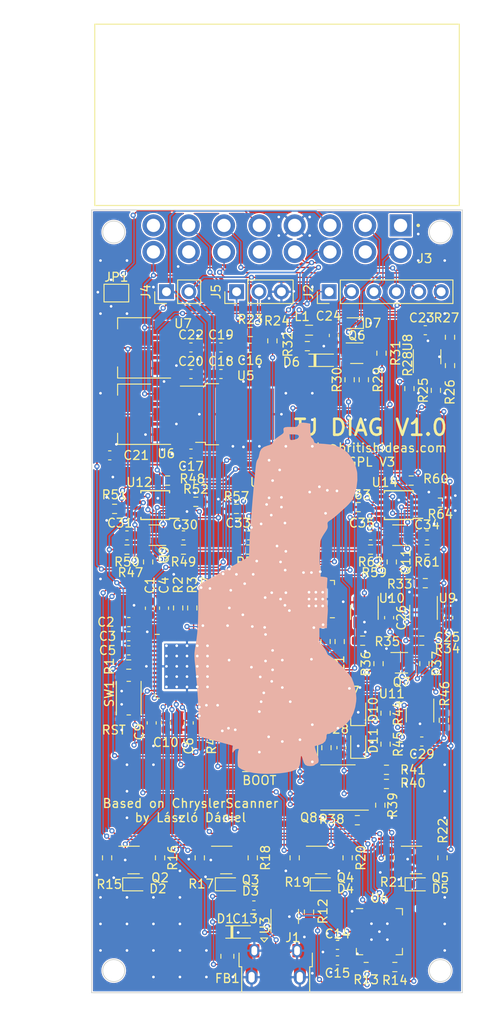
<source format=kicad_pcb>
(kicad_pcb (version 20211014) (generator pcbnew)
  (layers (0 "F.Cu" signal) (31 "B.Cu" signal) (34 "B.Paste" user) (35 "F.Paste" user) (36 "B.SilkS" user "B.Silkscreen") (37 "F.SilkS" user "F.Silkscreen") (38 "B.Mask" user) (39 "F.Mask" user) (44 "Edge.Cuts" user))
  (net 0 "")
  (net 1 "+3V3")
  (net 2 "GND")
  (net 3 "Net-(C8-Pad1)")
  (net 4 "/MCU/~{RESET}")
  (net 5 "VBUS")
  (net 6 "/MCU/V_BA")
  (net 7 "+8V")
  (net 8 "+12V")
  (net 9 "+5V")
  (net 10 "/OBDII/PCI")
  (net 11 "/CCD/CCD-")
  (net 12 "/CCD/CCD+")
  (net 13 "Net-(D2-Pad1)")
  (net 14 "Net-(D2-Pad2)")
  (net 15 "Net-(D3-Pad1)")
  (net 16 "Net-(D3-Pad2)")
  (net 17 "Net-(D4-Pad1)")
  (net 18 "Net-(D4-Pad2)")
  (net 19 "Net-(D5-Pad1)")
  (net 20 "Net-(D5-Pad2)")
  (net 21 "/PCI/PCI")
  (net 22 "Net-(D6-Pad2)")
  (net 23 "/OBDII/CCD-")
  (net 24 "/OBDII/CCD+")
  (net 25 "Net-(FB1-Pad1)")
  (net 26 "Net-(J1-Pad2)")
  (net 27 "Net-(J1-Pad3)")
  (net 28 "/OBDII/SCI_PCM_RX_A-6")
  (net 29 "/OBDII/SCI_PCM_TX_AB_TCM_TX_A-7")
  (net 30 "/OBDII/SCI_TCM_RX_B-9")
  (net 31 "/OBDII/SCI_PCM_RX_B-12")
  (net 32 "/OBDII/SCI_TCM_RX_A-14")
  (net 33 "/OBDII/SCI_TCM_TX_B-15")
  (net 35 "Net-(J3-Pad5)")
  (net 39 "/MCU/RTS")
  (net 40 "/MCU/DTR")
  (net 41 "/MCU/~{BOOT}")
  (net 42 "/LEDs/RX_LED")
  (net 43 "/LEDs/TX_LED")
  (net 44 "/LEDs/PWR_LED")
  (net 45 "/LEDs/ACT_LED")
  (net 46 "Net-(Q6-Pad2)")
  (net 47 "Net-(Q6-Pad5)")
  (net 48 "Net-(Q7-Pad2)")
  (net 49 "Net-(Q7-Pad3)")
  (net 50 "Net-(Q7-Pad5)")
  (net 51 "Net-(Q7-Pad6)")
  (net 52 "Net-(Q8-Pad1)")
  (net 53 "/CCD/TBEN")
  (net 54 "Net-(Q8-Pad3)")
  (net 55 "Net-(Q9-Pad1)")
  (net 56 "Net-(Q9-Pad4)")
  (net 57 "Net-(Q10-Pad1)")
  (net 58 "Net-(Q10-Pad4)")
  (net 59 "Net-(Q11-Pad1)")
  (net 60 "Net-(Q11-Pad4)")
  (net 61 "Net-(R2-Pad1)")
  (net 62 "/MCU/TX0")
  (net 63 "Net-(R3-Pad1)")
  (net 64 "/MCU/RX0")
  (net 65 "Net-(R4-Pad1)")
  (net 66 "/MCU/TX2")
  (net 67 "Net-(R5-Pad1)")
  (net 68 "/MCU/RX2")
  (net 69 "Net-(R6-Pad1)")
  (net 70 "/CCD/TX1")
  (net 71 "Net-(R7-Pad1)")
  (net 72 "/CCD/RX1")
  (net 73 "Net-(R8-Pad2)")
  (net 74 "/MCU/SDA")
  (net 75 "/MCU/SCL")
  (net 76 "Net-(R11-Pad2)")
  (net 77 "Net-(R12-Pad2)")
  (net 78 "Net-(R14-Pad2)")
  (net 79 "Net-(R25-Pad2)")
  (net 80 "Net-(R27-Pad1)")
  (net 81 "/MCU/PCI_RX")
  (net 82 "/MCU/PCI_TX")
  (net 83 "Net-(R34-Pad2)")
  (net 84 "Net-(R35-Pad2)")
  (net 85 "Net-(R44-Pad1)")
  (net 86 "Net-(R45-Pad1)")
  (net 87 "/MCU/RX6_EN")
  (net 88 "/MCU/RX12_EN")
  (net 89 "/MCU/RX14_EN")
  (net 90 "/MCU/RX9_EN")
  (net 91 "/MCU/TX7_EN")
  (net 92 "/MCU/TX15_EN")
  (net 121 "/USB/_D-")
  (net 122 "/USB/_D+")
  (footprint "Package_TO_SOT_SMD:SOT-223-3_TabPin2" (layer "F.Cu") (at 108.85 77.1 180)
    (fp_text reference "U6")
    (fp_text value "TLV76150DCYR")
  )
  (footprint "Resistor_SMD:R_0603_1608Metric" (layer "F.Cu") (at 128.2 92.4 180)
    (fp_text reference "R55")
    (fp_text value "4k7")
  )
  (footprint "Capacitor_SMD:C_0603_1608Metric" (layer "F.Cu") (at 114.4 90.8)
    (fp_text reference "C30")
    (fp_text value "0u1")
  )
  (footprint "Capacitor_SMD:C_0603_1608Metric" (layer "F.Cu") (at 115.25 72.55)
    (fp_text reference "C20")
    (fp_text value "1u")
  )
  (footprint "Capacitor_SMD:C_0603_1608Metric" (layer "F.Cu") (at 115 112 -90)
    (fp_text reference "C6")
    (fp_text value "0u1")
  )
  (footprint "Capacitor_SMD:C_0603_1608Metric" (layer "F.Cu") (at 132.3 110.5 90)
    (fp_text reference "C27")
    (fp_text value "22n")
  )
  (footprint "Resistor_SMD:R_0603_1608Metric" (layer "F.Cu") (at 135.1 139.6 180)
    (fp_text reference "R13")
    (fp_text value "47k")
  )
  (footprint "Resistor_SMD:R_0603_1608Metric" (layer "F.Cu") (at 143.5 87.1)
    (fp_text reference "R64")
    (fp_text value "10k")
  )
  (footprint "Connector_USB:USB_Micro-B_Amphenol_10103594-0001LF_Horizontal" (layer "F.Cu") (at 124.875 139.635)
    (fp_text reference "J1")
    (fp_text value "USB_B_Micro")
  )
  (footprint "Package_TO_SOT_SMD:SOT-23-6" (layer "F.Cu") (at 125.875 133.885 90)
    (fp_text reference "U3")
    (fp_text value "USBLC6-2SC6")
  )
  (footprint "Resistor_SMD:R_0603_1608Metric" (layer "F.Cu") (at 106.6 87.8 180)
    (fp_text reference "R51")
    (fp_text value "10k")
  )
  (footprint "Resistor_SMD:R_0603_1608Metric" (layer "F.Cu") (at 137.4 118.9)
    (fp_text reference "R40")
    (fp_text value "13k")
  )
  (footprint "Resistor_SMD:R_0603_1608Metric" (layer "F.Cu") (at 141.8 96.2 180)
    (fp_text reference "R33")
    (fp_text value "4k7")
  )
  (footprint "Fiducial:Fiducial_0.5mm_Mask1mm" (layer "F.Cu") (at 108 118)
    (fp_text reference "FID1" hide)
    (fp_text value "Fiducial")
  )
  (footprint "Resistor_SMD:R_0805_2012Metric" (layer "F.Cu") (at 119.375 138.385 -90)
    (fp_text reference "FB1")
    (fp_text value "MI0805K400R-10")
  )
  (footprint "Capacitor_SMD:C_0603_1608Metric" (layer "F.Cu") (at 108 90.8 180)
    (fp_text reference "C31")
    (fp_text value "0u1")
  )
  (footprint "Package_TO_SOT_SMD:SOT-363_SC-70-6" (layer "F.Cu") (at 138.8 90.775 180)
    (fp_text reference "Q11")
    (fp_text value "2N7002DW")
  )
  (footprint "Resistor_SMD:R_0603_1608Metric" (layer "F.Cu") (at 137.75 127.25 -90)
    (fp_text reference "R21")
    (fp_text value "10k")
  )
  (footprint "Connector_PinHeader_2.54mm:PinHeader_1x06_P2.54mm_Vertical" (layer "F.Cu") (at 130.9 63.25 90)
    (fp_text reference "J2")
    (fp_text value "SCI")
  )
  (footprint "Package_TO_SOT_SMD:SOT-23-5" (layer "F.Cu") (at 141.6 99.5 -90)
    (fp_text reference "U9")
    (fp_text value "SN74LVC1G14DBV")
  )
  (footprint "Package_TO_SOT_SMD:SOT-363_SC-70-6" (layer "F.Cu") (at 139.1 105.2)
    (fp_text reference "Q7")
    (fp_text value "BSD235CH6327XTSA1")
  )
  (footprint "Connector_PinHeader_2.54mm:PinHeader_1x02_P2.54mm_Vertical" (layer "F.Cu") (at 112.475 63.25 90)
    (fp_text reference "J4")
    (fp_text value "CCD")
  )
  (footprint "Resistor_SMD:R_0603_1608Metric" (layer "F.Cu") (at 134.2 87.6 180)
    (fp_text reference "R63")
    (fp_text value "10k")
  )
  (footprint "Package_DFN_QFN:QFN-24-1EP_4x4mm_P0.5mm_EP2.15x2.15mm_ThermalVias" (layer "F.Cu") (at 129.4 98 180)
    (fp_text reference "U2")
    (fp_text value "PI4IOE5V6416ZDEX")
  )
  (footprint "Jumper:SolderJumper-2_P1.3mm_Open_TrianglePad1.0x1.5mm" (layer "F.Cu") (at 106.8 63.4)
    (fp_text reference "JP1")
    (fp_text value "SGND")
  )
  (footprint "Diode_SMD:D_SOD-523" (layer "F.Cu") (at 133.635 66.8 180)
    (fp_text reference "D7")
    (fp_text value "ESD5B5")
  )
  (footprint "Capacitor_SMD:C_0603_1608Metric" (layer "F.Cu") (at 115.25 69.55)
    (fp_text reference "C22")
    (fp_text value "2u2")
  )
  (footprint "Capacitor_SMD:C_0603_1608Metric" (layer "F.Cu") (at 110.6 99.035 90)
    (fp_text reference "C1")
    (fp_text value "10u")
  )
  (footprint "Resistor_SMD:R_0603_1608Metric" (layer "F.Cu") (at 137.3 114.4 -90)
    (fp_text reference "R45")
    (fp_text value "10k")
  )
  (footprint "Resistor_SMD:R_0603_1608Metric" (layer "F.Cu") (at 141.4 102.7 180)
    (fp_text reference "R34")
    (fp_text value "100")
  )
  (footprint "Resistor_SMD:R_0603_1608Metric" (layer "F.Cu") (at 121.975 67.8)
    (fp_text reference "R23")
    (fp_text value "8k66")
  )
  (footprint "Resistor_SMD:R_0603_1608Metric" (layer "F.Cu") (at 117 99 90)
    (fp_text reference "R7")
    (fp_text value "499")
  )
  (footprint "Capacitor_SMD:C_0603_1608Metric" (layer "F.Cu") (at 108.2 102.2 180)
    (fp_text reference "C3")
    (fp_text value "0u1")
  )
  (footprint "Resistor_SMD:R_0603_1608Metric" (layer "F.Cu") (at 134.835 73.2 90)
    (fp_text reference "R29")
    (fp_text value "10k")
  )
  (footprint "Package_TO_SOT_SMD:SOT-363_SC-70-6" (layer "F.Cu") (at 134.035 70.2)
    (fp_text reference "Q6")
    (fp_text value "BSD235CH6327XTSA1")
  )
  (footprint "Resistor_SMD:R_0603_1608Metric" (layer "F.Cu") (at 124.4 100.2)
    (fp_text reference "R10")
    (fp_text value "4k7")
  )
  (footprint "Resistor_SMD:R_0603_1608Metric" (layer "F.Cu") (at 143 74.4 90)
    (fp_text reference "R25")
    (fp_text value "2k")
  )
  (footprint "Resistor_SMD:R_0603_1608Metric" (layer "F.Cu") (at 140.2 84.6 180)
    (fp_text reference "R60")
    (fp_text value "4k7")
  )
  (footprint "Package_SO:SOIC-8_3.9x4.9mm_P1.27mm" (layer "F.Cu") (at 131.9 119.3 180)
    (fp_text reference "Q8")
    (fp_text value "IRF7324")
  )
  (footprint "Resistor_SMD:R_0603_1608Metric" (layer "F.Cu") (at 108 92.4)
    (fp_text reference "R50")
    (fp_text value "4k7")
  )
  (footprint "Resistor_SMD:R_0603_1608Metric" (layer "F.Cu") (at 121.8 92.4)
    (fp_text reference "R56")
    (fp_text value "4k7")
  )
  (footprint "Capacitor_SMD:C_0603_1608Metric" (layer "F.Cu") (at 135.6 90.8 180)
    (fp_text reference "C35")
    (fp_text value "0u1")
  )
  (footprint "Resistor_SMD:R_0603_1608Metric" (layer "F.Cu") (at 141.7 105.3 90)
    (fp_text reference "R37")
    (fp_text value "360")
  )
  (footprint "LED_SMD:LED_0603_1608Metric" (layer "F.Cu") (at 119.5 130.25)
    (fp_text reference "D3")
    (fp_text value "HSMS-C190")
  )
  (footprint "Resistor_SMD:R_0603_1608Metric" (layer "F.Cu") (at 120.4 87.8 180)
    (fp_text reference "R57")
    (fp_text value "10k")
  )
  (footprint "Britishideas:SOD-123" (layer "F.Cu") (at 128.4 71)
    (fp_text reference "D6")
    (fp_text value "STPS0540Z")
  )
  (footprint "Capacitor_SMD:C_0603_1608Metric" (layer "F.Cu") (at 127.3 102.8 -90)
    (fp_text reference "C11")
    (fp_text value "10u")
  )
  (footprint "ChryslerScanner:COMTECH_C-OBD-II-16M" (layer "F.Cu") (at 139 55.75 180)
    (fp_text reference "J3")
    (fp_text value "C-OBD-II-16M")
  )
  (footprint "Fiducial:Fiducial_0.5mm_Mask1mm" (layer "F.Cu") (at 128 74)
    (fp_text reference "FID3" hide)
    (fp_text value "Fiducial")
  )
  (footprint "Resistor_SMD:R_0603_1608Metric" (layer "F.Cu") (at 108.2 105.4)
    (fp_text reference "R1")
    (fp_text value "10k")
  )
  (footprint "Capacitor_SMD:C_0603_1608Metric" (layer "F.Cu") (at 128.2 90.8)
    (fp_text reference "C32")
    (fp_text value "0u1")
  )
  (footprint "Capacitor_SMD:C_0603_1608Metric" (layer "F.Cu") (at 141.4 114.1 180)
    (fp_text reference "C29")
    (fp_text value "0u1")
  )
  (footprint "Resistor_SMD:R_0603_1608Metric" (layer "F.Cu") (at 130.5 102.8 90)
    (fp_text reference "R8")
    (fp_text value "10k")
  )
  (footprint "Resistor_SMD:R_0603_1608Metric" (layer "F.Cu") (at 114.4 92.4 180)
    (fp_text reference "R49")
    (fp_text value "4k7")
  )
  (footprint "Resistor_SMD:R_0603_1608Metric" (layer "F.Cu") (at 116.25 127.25 -90)
    (fp_text reference "R17")
    (fp_text value "10k")
  )
  (footprint "Resistor_SMD:R_0603_1608Metric" (layer "F.Cu") (at 137.4 117.3)
    (fp_text reference "R41")
    (fp_text value "10k")
  )
  (footprint "Resistor_SMD:R_0603_1608Metric" (layer "F.Cu") (at 133.225 73.2 90)
    (fp_text reference "R30")
    (fp_text value "360")
  )
  (footprint "Resistor_SMD:R_0603_1608Metric" (layer "F.Cu") (at 115.4 99 90)
    (fp_text reference "R3")
    (fp_text value "499")
  )
  (footprint "Resistor_SMD:R_0603_1608Metric" (layer "F.Cu") (at 130.6 114.8 90)
    (fp_text reference "R43")
    (fp_text value "10")
  )
  (footprint "Resistor_SMD:R_0603_1608Metric" (layer "F.Cu") (at 128.625 133.385 -90)
    (fp_text reference "R12")
    (fp_text value "22k")
  )
  (footprint "Package_DFN_QFN:QFN-48-1EP_7x7mm_P0.5mm_EP5.15x5.15mm_ThermalVias" (layer "F.Cu") (at 114.8 105.6)
    (fp_text reference "U1")
    (fp_text value "ESP32-PICO-D4")
  )
  (footprint "Package_TO_SOT_SMD:SOT-363_SC-70-6" (layer "F.Cu") (at 125 90.775 180)
    (fp_text reference "Q10")
    (fp_text value "2N7002DW")
  )
  (footprint "Resistor_SMD:R_0603_1608Metric" (layer "F.Cu") (at 134.7 102.7 180)
    (fp_text reference "R35")
    (fp_text value "100")
  )
  (footprint "Package_TO_SOT_SMD:SOT-223-3_TabPin2" (layer "F.Cu") (at 108.85 69.6 180)
    (fp_text reference "U7")
    (fp_text value "TLV76133DCYR")
  )
  (footprint "LED_SMD:LED_0603_1608Metric" (layer "F.Cu") (at 141 130.25)
    (fp_text reference "D5")
    (fp_text value "HSMS-C190")
  )
  (footprint "Diode_SMD:D_SOD-523" (layer "F.Cu") (at 129 114.6 90)
    (fp_text reference "D9")
    (fp_text value "ESD5B5")
  )
  (footprint "Capacitor_SMD:C_0603_1608Metric" (layer "F.Cu") (at 118.65 69.55)
    (fp_text reference "C19")
    (fp_text value "1u")
  )
  (footprint "Resistor_SMD:R_0603_1608Metric" (layer "F.Cu") (at 111.75 127.25 -90)
    (fp_text reference "R16")
    (fp_text value "120")
  )
  (footprint "Package_TO_SOT_SMD:TO-252-2" (layer "F.Cu") (at 119.35 77.1)
    (fp_text reference "U5")
    (fp_text value "NCV7808BDTRKG")
  )
  (footprint "Diode_SMD:D_SOD-523" (layer "F.Cu") (at 129 110.3 90)
    (fp_text reference "D8")
    (fp_text value "ESD5B5")
  )
  (footprint "Capacitor_SMD:C_0603_1608Metric" (layer "F.Cu") (at 141.8 67.6)
    (fp_text reference "C23")
    (fp_text value "0u1")
  )
  (footprint "Resistor_SMD:R_0603_1608Metric" (layer "F.Cu") (at 138.35 139.6)
    (fp_text reference "R14")
    (fp_text value "4k7")
  )
  (footprint "Capacitor_SMD:C_0603_1608Metric" (layer "F.Cu") (at 131.85 138.85 180)
    (fp_text reference "C15")
    (fp_text value "10u")
  )
  (footprint "Resistor_SMD:R_0603_1608Metric" (layer "F.Cu") (at 136.7 121.3 90)
    (fp_text reference "R39")
    (fp_text value "120")
  )
  (footprint "Resistor_SMD:R_0603_1608Metric" (layer "F.Cu") (at 122.25 127.25 -90)
    (fp_text reference "R18")
    (fp_text value "120")
  )
  (footprint "Resistor_SMD:R_0603_1608Metric" (layer "F.Cu") (at 132.1 102.8 90)
    (fp_text reference "R11")
    (fp_text value "4k7")
  )
  (footprint "Connector_PinHeader_2.54mm:PinHeader_1x03_P2.54mm_Vertical" (layer "F.Cu") (at 120.42 63.25 90)
    (fp_text reference "J5")
    (fp_text value "PCI")
  )
  (footprint "Diode_SMD:D_SOD-323" (layer "F.Cu") (at 134.2 110.8 90)
    (fp_text reference "D10")
    (fp_text value "15V")
  )
  (footprint "Capacitor_SMD:C_0603_1608Metric" (layer "F.Cu") (at 121.8 90.8 180)
    (fp_text reference "C33")
    (fp_text value "0u1")
  )
  (footprint "Resistor_SMD:R_0603_1608Metric" (layer "F.Cu") (at 121.4 102.2)
    (fp_text reference "R6")
    (fp_text value "499")
  )
  (footprint "Capacitor_SMD:C_0603_1608Metric" (layer "F.Cu") (at 131.435 68.2 -90)
    (fp_text reference "C24")
    (fp_text value "470p")
  )
  (footprint "Resistor_SMD:R_0603_1608Metric" (layer "F.Cu") (at 140 74.2 -90)
    (fp_text reference "R28")
    (fp_text value "4k7")
  )
  (footprint "Package_SO:TSSOP-8_3x3mm_P0.65mm" (layer "F.Cu") (at 138.8 87.375 180)
    (fp_text reference "U14")
    (fp_text value "74LVC2G66")
  )
  (footprint "Resistor_SMD:R_0603_1608Metric" (layer "F.Cu") (at 144.6 71.6 90)
    (fp_text reference "R26")
    (fp_text value "8k06")
  )
  (footprint "Resistor_SMD:R_0603_1608Metric" (layer "F.Cu") (at 117.6 112 -90)
    (fp_text reference "R4")
    (fp_text value "499")
  )
  (footprint "Resistor_SMD:R_0603_1608Metric" (layer "F.Cu") (at 130.6 110.5 90)
    (fp_text reference "R42")
    (fp_text value "10")
  )
  (footprint "LED_SMD:LED_0603_1608Metric" (layer "F.Cu") (at 130.25 130.25)
    (fp_text reference "D4")
    (fp_text value "HSMS-C190")
  )
  (footprint "Capacitor_SMD:C_0603_1608Metric" (layer "F.Cu") (at 121.945 69.58 180)
    (fp_text reference "C16")
    (fp_text value "0u1")
  )
  (footprint "Capacitor_SMD:C_0603_1608Metric" (layer "F.Cu") (at 121.4 108)
    (fp_text reference "C8")
    (fp_text value "0u1")
  )
  (footprint "Capacitor_SMD:C_0603_1608Metric" (layer "F.Cu") (at 137.7 100.1 90)
    (fp_text reference "C26")
    (fp_text value "0u1")
  )
  (footprint "Resistor_SMD:R_0603_1608Metric" (layer "F.Cu") (at 136.835 70.2 90)
    (fp_text reference "R31")
    (fp_text value "1k")
  )
  (footprint "Resistor_SMD:R_0603_1608Metric" (layer "F.Cu") (at 105.75 127.25 -90)
    (fp_text reference "R15")
    (fp_text value "10k")
  )
  (footprint "Package_DFN_QFN:QFN-28-1EP_5x5mm_P0.5mm_EP3.35x3.35mm" (layer "F.Cu") (at 136.6 135.6)
    (fp_text reference "U4")
    (fp_text value "CP2102N-Axx-xQFN28")
  )
  (footprint "Package_SO:TSSOP-8_3x3mm_P0.65mm" (layer "F.Cu") (at 125 87.375 180)
    (fp_text reference "U13")
    (fp_text value "74LVC2G66")
  )
  (footprint "Resistor_SMD:R_0603_1608Metric" (layer "F.Cu") (at 115.8 87)
    (fp_text reference "R52")
    (fp_text value "10k")
  )
  (footprint "Resistor_SMD:R_0603_1608Metric" (layer "F.Cu") (at 135.6 92.4)
    (fp_text reference "R62")
    (fp_text value "4k7")
  )
  (footprint "Resistor_SMD:R_0603_1608Metric" (layer "F.Cu") (at 112.6 84.6 180)
    (fp_text reference "R48")
    (fp_text value "4k7")
  )
  (footprint "Package_TO_SOT_SMD:SOT-23-5" (layer "F.Cu") (at 142 70.6 90)
    (fp_text reference "U8")
    (fp_text value "TS391RILT")
  )
  (footprint "Resistor_SMD:R_0603_1608Metric" (layer "F.Cu") (at 138 93.8 90)
    (fp_text reference "R59")
    (fp_text value "4k7")
  )
  (footprint "Package_TO_SOT_SMD:SOT-363_SC-70-6" (layer "F.Cu") (at 111.2 90.775 180)
    (fp_text reference "Q9")
    (fp_text value "2N7002DW")
  )
  (footprint "Fiducial:Fiducial_0.5mm_Mask1mm" (layer "F.Cu") (at 141 133)
    (fp_text reference "FID2" hide)
    (fp_text value "Fiducial")
  )
  (footprint "Resistor_SMD:R_0603_1608Metric" (layer "F.Cu") (at 143.9 111.7 90)
    (fp_text reference "R46")
    (fp_text value "4k7")
  )
  (footprint "Resistor_SMD:R_0603_1608Metric" (layer "F.Cu") (at 144.6 68.4 90)
    (fp_text reference "R27")
    (fp_text value "10k")
  )
  (footprint "Capacitor_SMD:C_0603_1608Metric" (layer "F.Cu") (at 142 90.8)
    (fp_text reference "C34")
    (fp_text value "0u1")
  )
  (footprint "Inductor_SMD:L_0805_2012Metric" (layer "F.Cu") (at 128.635 67.6)
    (fp_text reference "L1")
    (fp_text value "22u")
  )
  (footprint "Resistor_SMD:R_0603_1608Metric" (layer "F.Cu") (at 110.4 93.8 90)
    (fp_text reference "R47")
    (fp_text value "4k7")
  )
  (footprint "Resistor_SMD:R_0603_1608Metric" (layer "F.Cu") (at 113.8 99 90)
    (fp_text reference "R2")
    (fp_text value "499")
  )
  (footprint "Resistor_SMD:R_0603_1608Metric" (layer "F.Cu") (at 126.4 84.6 180)
    (fp_text reference "R54")
    (fp_text value "4k7")
  )
  (footprint "Britishideas:SOD-123" (layer "F.Cu") (at 118.99 135.635)
    (fp_text reference "D1")
    (fp_text value "MBR0520LT1G")
  )
  (footprint "Capacitor_SMD:C_0603_1608Metric" (layer "F.Cu") (at 118.6 99 90)
    (fp_text reference "C7")
    (fp_text value "0u1")
  )
  (footprint "Resistor_SMD:R_0603_1608Metric" (layer "F.Cu") (at 121.4 103.8)
    (fp_text reference "R5")
    (fp_text value "499")
  )
  (footprint "Package_TO_SOT_SMD:SOT-23" (layer "F.Cu") (at 140.75 127.5)
    (fp_text reference "Q5")
    (fp_text value "AO3400A")
  )
  (footprint "EmSA:TL6330 Tactile Switch" (layer "F.Cu") (at 123 116.1)
    (fp_text reference "SW2")
    (fp_text value "BOOT")
  )
  (footprint "Resistor_SMD:R_0603_1608Metric" (layer "F.Cu") (at 143.75 127.25 -90)
    (fp_text reference "R22")
    (fp_text value "120")
  )
  (footprint "Capacitor_SMD:C_0603_1608Metric" (layer "F.Cu") (at 108.2 103.8 180)
    (fp_text reference "C5")
    (fp_text value "0u1")
  )
  (footprint "Resistor_SMD:R_0603_1608Metric" (layer "F.Cu") (at 137.3 110.9 -90)
    (fp_text reference "R44")
    (fp_text value "10k")
  )
  (footprint "Package_TO_SOT_SMD:SOT-23" (layer "F.Cu") (at 108.75 127.5)
    (fp_text reference "Q2")
    (fp_text value "AO3400A")
  )
  (footprint "Capacitor_SMD:C_0603_1608Metric" (layer "F.Cu") (at 106.05 81.75)
    (fp_text reference "C21")
    (fp_text value "2u2")
  )
  (footprint "Resistor_SMD:R_0603_1608Metric" (layer "F.Cu") (at 127 127.25 -90)
    (fp_text reference "R19")
    (fp_text value "10k")
  )
  (footprint "Resistor_SMD:R_0603_1608Metric" (layer "F.Cu") (at 133 127.25 -90)
    (fp_text reference "R20")
    (fp_text value "120")
  )
  (footprint "Package_TO_SOT_SMD:SOT-23" (layer "F.Cu") (at 119.25 127.5)
    (fp_text reference "Q3")
    (fp_text value "AO3400A")
  )
  (footprint "LED_SMD:LED_0603_1608Metric" (layer "F.Cu") (at 109 130.25)
    (fp_text reference "D2")
    (fp_text value "HSMS-C190")
  )
  (footprint "Capacitor_SMD:C_0603_1608Metric" (layer "F.Cu") (at 144.4 100.1 90)
    (fp_text reference "C25")
    (fp_text value "0u1")
  )
  (footprint "Resistor_SMD:R_0603_1608Metric" (layer "F.Cu") (at 125.7 102.8 90)
    (fp_text reference "R9")
    (fp_text value "4k7")
  )
  (footprint "Resistor_SMD:R_0603_1608Metric" (layer "F.Cu") (at 124.475 68.8 90)
    (fp_text reference "R24")
    (fp_text value "1k62")
  )
  (footprint "Package_TO_SOT_SMD:SOT-23-5" (layer "F.Cu") (at 141.2 111.1 -90)
    (fp_text reference "U11")
    (fp_text value "TS391RILT")
  )
  (footprint "Resistor_SMD:R_0603_1608Metric" (layer "F.Cu") (at 129.6 87)
    (fp_text reference "R58")
    (fp_text value "10k")
  )
  (footprint "Capacitor_SMD:C_0603_1608Metric" (layer "F.Cu") (at 115.25 81.55 180)
    (fp_text reference "C17")
    (fp_text value "2u2")
  )
  (footprint "Capacitor_SMD:C_0603_1608Metric" (layer "F.Cu") (at 128.9 102.8 -90)
    (fp_text reference "C12")
    (fp_text value "0u1")
  )
  (footprint "Resistor_SMD:R_0603_1608Metric" (layer "F.Cu") (at 142 92.4 180)
    (fp_text reference "R61")
    (fp_text value "4k7")
  )
  (footprint "Package_TO_SOT_SMD:SOT-23" (layer "F.Cu") (at 130 127.5)
    (fp_text reference "Q4")
    (fp_text value "AO3400A")
  )
  (footprint "Capacitor_SMD:C_0603_1608Metric" (layer "F.Cu") (at 112.4 112 -90)
    (fp_text reference "C10")
    (fp_text value "0u1")
  )
  (footprint "Package_TO_SOT_SMD:SOT-363_SC-70-6" (layer "F.Cu") (at 121.4 110.6 -90)
    (fp_text reference "Q1")
    (fp_text value "UMH3N")
  )
  (footprint "EmSA:TL6330 Tactile Switch" (layer "F.Cu") (at 108.2 109.2 -90)
    (fp_text reference "SW1")
    (fp_text value "RESET")
  )
  (footprint "Resistor_SMD:R_0603_1608Metric" (layer "F.Cu") (at 134.1 123)
    (fp_text reference "R38")
    (fp_text value "13k")
  )
  (footprint "Package_TO_SOT_SMD:SOT-23-5" (layer "F.Cu") (at 134.9 99.5 -90)
    (fp_text reference "U10")
    (fp_text value "SN74LVC1G14DBV")
  )
  (footprint "Capacitor_SMD:C_0603_1608Metric" (layer "F.Cu") (at 122.375 132.635 180)
    (fp_text reference "C13")
    (fp_text value "10n")
  )
  (footprint "Capacitor_SMD:C_0603_1608Metric" (layer "F.Cu") (at 112.2 99.025 90)
    (fp_text reference "C4")
    (fp_text value "0u1")
  )
  (footprint "Capacitor_SMD:C_0603_1608Metric" (layer "F.Cu") (at 108.21 100.6 180)
    (fp_text reference "C2")
    (fp_text value "10u")
  )
  (footprint "Capacitor_SMD:C_0603_1608Metric" (layer "F.Cu") (at 132.3 114.8 90)
    (fp_text reference "C28")
    (fp_text value "22n")
  )
  (footprint "Diode_SMD:D_SOD-323" (layer "F.Cu") (at 134.2 114.5 90)
    (fp_text reference "D11")
    (fp_text value "15V")
  )
  (footprint "Resistor_SMD:R_0603_1608Metric" (layer "F.Cu") (at 136.5 105.3 90)
    (fp_text reference "R36")
    (fp_text value "360")
  )
  (footprint "Capacitor_SMD:C_0603_1608Metric" (layer "F.Cu") (at 131.85 137.1 180)
    (fp_text reference "C14")
    (fp_text value "0u1")
  )
  (footprint "Resistor_SMD:R_0603_1608Metric" (layer "F.Cu") (at 128.435 69.4)
    (fp_text reference "R32")
    (fp_text value "10k")
  )
  (footprint "Capacitor_SMD:C_0603_1608Metric" (layer "F.Cu") (at 118.65 72.55)
    (fp_text reference "C18")
    (fp_text value "0u33")
  )
  (footprint "Resistor_SMD:R_0603_1608Metric" (layer "F.Cu") (at 124.2 93.8 90)
    (fp_text reference "R53")
    (fp_text value "4k7")
  )
  (footprint "Package_SO:TSSOP-8_3x3mm_P0.65mm" (layer "F.Cu") (at 111.2 87.375 180)
    (fp_text reference "U12")
    (fp_text value "74LVC2G66")
  )
  (footprint "Capacitor_SMD:C_0603_1608Metric" (layer "F.Cu") (at 110.8 112 -90)
    (fp_text reference "C9")
    (fp_text value "1u")
  )
  (footprint "ChryslerScanner:JeepSilhouette_40mm" (layer "B.Cu") (at 124.9 97.9 -90)
    (fp_text reference "G***")
    (fp_text value "LOGO" hide)
  )
  (gr_line (start 146 54) (end 146 142.5) (layer "Edge.Cuts") (width 0.1))
  (gr_circle (center 143.5 140) (end 142.25 140) (layer "Edge.Cuts") (width 0.1) (fill none))
  (gr_circle (center 143.5 56.5) (end 142.25 56.5) (layer "Edge.Cuts") (width 0.1) (fill none))
  (gr_circle (center 106.5 140) (end 105.25 140) (layer "Edge.Cuts") (width 0.1) (fill none))
  (gr_circle (center 106.5 56.5) (end 106.5 55.25) (layer "Edge.Cuts") (width 0.1) (fill none))
  (gr_line (start 104 142.5) (end 146 142.5) (layer "Edge.Cuts") (width 0.1))
  (gr_line (start 104 54) (end 146 54) (layer "Edge.Cuts") (width 0.1))
  (gr_line (start 104 54) (end 104 142.5) (layer "Edge.Cuts") (width 0.1))
  (gr_text "andy@britishideas.com\nGPL V3" (at 135.7 81.7) (layer "F.SilkS") (effects (font (size 1 1))))
  (gr_text "Based on ChryslerScanner\nby László Dániel" (at 115.2 121.9) (layer "F.SilkS") (effects (font (size 1 1))))
  (gr_text "BOOT" (at 123 118.5) (layer "F.SilkS") (effects (font (size 1 1))))
  (gr_text "RST" (at 106.5 112.8) (layer "F.SilkS") (effects (font (size 1 1))))
  (gr_text "TJ DIAG V1.0" (at 135.6 78.6) (layer "F.SilkS") (effects (font (size 1.8 1.8) (thickness 0.3))))
  (segment (start 118.6 99.775) (end 123.15 99.775) (width 0.2) (layer "F.Cu") (net 1))
  (segment (start 143.9 112.525) (end 143.9 113.7) (width 0.2) (layer "F.Cu") (net 1))
  (segment (start 137.525 139.6875) (end 137.525 139.6) (width 0.2) (layer "F.Cu") (net 1))
  (segment (start 108.975 102.2) (end 108.975 100.61) (width 0.2) (layer "F.Cu") (net 1))
  (segment (start 133.8515 140.9515) (end 136.261 140.9515) (width 0.2) (layer "F.Cu") (net 1))
  (segment (start 127.3 102.025) (end 127.3 102.1) (width 0.2) (layer "F.Cu") (net 1))
  (segment (start 141.225 90.8) (end 142.825 92.4) (width 0.2) (layer "F.Cu") (net 1))
  (segment (start 137.525 139.725) (end 137.525 139.6) (width 0.2) (layer "F.Cu") (net 1))
  (segment (start 134.15 137.1) (end 132.625 137.1) (width 0.2) (layer "F.Cu") (net 1))
  (segment (start 143.9 92.4) (end 142.825 92.4) (width 0.2) (layer "F.Cu") (net 1))
  (segment (start 108.975 103.8) (end 107.375 105.4) (width 0.2) (layer "F.Cu") (net 1))
  (segment (start 129.15 101.204002) (end 129.172999 101.227001) (width 0.2) (layer "F.Cu") (net 1))
  (segment (start 115.322999 115.777001) (end 115.8 115.3) (width 0.2) (layer "F.Cu") (net 1))
  (segment (start 122.3 89.9) (end 122.1 89.9) (width 0.2) (layer "F.Cu") (net 1))
  (segment (start 110.61 99.8) (end 110.6 99.81) (width 0.2) (layer "F.Cu") (net 1))
  (segment (start 110.6 99.81) (end 109.775 99.81) (width 0.2) (layer "F.Cu") (net 1))
  (segment (start 127.3 102.1) (end 125.775 103.625) (width 0.2) (layer "F.Cu") (net 1))
  (segment (start 137.85 90.775) (end 139.75 90.775) (width 0.2) (layer "F.Cu") (net 1))
  (segment (start 140 75.025) (end 140 75.9) (width 0.2) (layer "F.Cu") (net 1))
  (segment (start 108.975 100.61) (end 108.985 100.6) (width 0.2) (layer "F.Cu") (net 1))
  (segment (start 140.9515 76.8515) (end 143.8485 76.8515) (width 0.2) (layer "F.Cu") (net 1))
  (segment (start 113.4 101.3) (end 112.7 100.6) (width 0.2) (layer "F.Cu") (net 1))
  (segment (start 114.2 101.3) (end 113.4 101.3) (width 0.2) (layer "F.Cu") (net 1))
  (segment (start 127.4 90.775) (end 127.425 90.8) (width 0.2) (layer "F.Cu") (net 1))
  (segment (start 108.975 103.8) (end 108.975 102.2) (width 0.2) (layer "F.Cu") (net 1))
  (segment (start 136.65 88.35) (end 135.75 88.35) (width 0.2) (layer "F.Cu") (net 1))
  (segment (start 136.375 90.8) (end 134.775 92.4) (width 0.2) (layer "F.Cu") (net 1))
  (segment (start 113.05 101.55) (end 113.05 102.1625) (width 0.2) (layer "F.Cu") (net 1))
  (segment (start 129.025 92.4) (end 134.775 92.4) (width 0.2) (layer "F.Cu") (net 1))
  (segment (start 140 75.9) (end 140.9515 76.8515) (width 0.2) (layer "F.Cu") (net 1))
  (segment (start 106.677001 115.777001) (end 115.322999 115.777001) (width 0.2) (layer "F.Cu") (net 1))
  (segment (start 115.225 92.4) (end 120.975 92.4) (width 0.2) (layer "F.Cu") (net 1))
  (segment (start 141.2 90.775) (end 141.225 90.8) (width 0.2) (layer "F.Cu") (net 1))
  (segment (start 123.575 100.2) (end 123.575 101.175) (width 0.2) (layer "F.Cu") (net 1))
  (segment (start 143.8485 76.8515) (end 143.9 76.8) (width 0.2) (layer "F.Cu") (net 1))
  (segment (start 114.55 102.1625) (end 114.55 101.65) (width 0.2) (layer "F.Cu") (net 1))
  (segment (start 130.5 103.625) (end 130.4625 103.625) (width 0.2) (layer "F.Cu") (net 1))
  (segment (start 139 141.2) (end 137.525 139.725) (width 0.2) (layer "F.Cu") (net 1))
  (segment (start 135.75 88.35) (end 135.5 88.6) (width 0.2) (layer "F.Cu") (net 1))
  (segment (start 113.4 101.3) (end 113.3 101.3) (width 0.2) (layer "F.Cu") (net 1))
  (segment (start 122.575 90.8) (end 122.575 90.175) (width 0.2) (layer "F.Cu") (net 1))
  (segment (start 109.05 88.35) (end 109.05 88.65) (width 0.2) (layer "F.Cu") (net 1))
  (segment (start 123.575 101.175) (end 123.6 101.2) (width 0.2) (layer "F.Cu") (net 1))
  (segment (start 109.775 99.81) (end 108.985 100.6) (width 0.2) (layer "F.Cu") (net 1))
  (segment (start 136.4 90.775) (end 136.375 90.8) (width 0.2) (layer "F.Cu") (net 1))
  (segment (start 112.7 100.6) (end 108.985 100.6) (width 0.2) (layer "F.Cu") (net 1))
  (segment (start 115.05 111.175) (end 115 111.225) (width 0.2) (layer "F.Cu") (net 1))
  (segment (start 105.7 69.6) (end 108 69.6) (width 0.2) (layer "F.Cu") (net 1))
  (segment (start 122.6 90.775) (end 122.575 90.8) (width 0.2) (layer "F.Cu") (net 1))
  (segment (start 122.575 90.175) (end 122.3 89.9) (width 0.2) (layer "F.Cu") (net 1))
  (segment (start 136.261 140.9515) (end 137.525 139.6875) (width 0.2) (layer "F.Cu") (net 1))
  (segment (start 115.165032 95.144999) (end 118.887572 95.144999) (width 0.2) (layer "F.Cu") (net 1))
  (segment (start 114.160031 96.15) (end 115.165032 95.144999) (width 0.2) (layer "F.Cu") (net 1))
  (segment (start 127.425 90.8) (end 129.025 92.4) (width 0.2) (layer "F.Cu") (net 1))
  (segment (start 114.475 69.55) (end 114.425 69.6) (width 0.2) (layer "F.Cu") (net 1))
  (segment (start 132.625 139.725) (end 133.8515 140.9515) (width 0.2) (layer "F.Cu") (net 1))
  (segment (start 134.15 136.6) (end 133.125 136.6) (width 0.2) (layer "F.Cu") (net 1))
  (segment (start 125.95 90.775) (end 127.4 90.775) (width 0.2) (layer "F.Cu") (net 1))
  (segment (start 110.25 90.775) (end 112.15 90.775) (width 0.2) (layer "F.Cu") (net 1))
  (segment (start 111.3625 104.35) (end 109.525 104.35) (width 0.2) (layer "F.Cu") (net 1))
  (segment (start 109.525 104.35) (end 108.975 103.8) (width 0.2) (layer "F.Cu") (net 1))
  (segment (start 112.2 99.8) (end 110.61 99.8) (width 0.2) (layer "F.Cu") (net 1))
  (segment (start 125.775 103.625) (end 125.7 103.625) (width 0.2) (layer "F.Cu") (net 1))
  (segment (start 130.4625 103.625) (end 128.9 102.0625) (width 0.2) (layer "F.Cu") (net 1))
  (segment (start 124.05 90.775) (end 122.6 90.775) (width 0.2) (layer "F.Cu") (net 1))
  (segment (start 135.5 90) (end 135.575 90) (width 0.2) (layer "F.Cu") (net 1))
  (segment (start 109.025 103.85) (end 108.975 103.8) (width 0.2) (layer "F.Cu") (net 1))
  (segment (start 106 92.4) (end 107.175 92.4) (width 0.2) (layer "F.Cu") (net 1))
  (segment (start 112.15 90.775) (end 113.6 90.775) (width 0.2) (layer "F.Cu") (net 1))
  (segment (start 121.803677 88.605148) (end 122.058825 88.35) (width 0.2) (layer "F.Cu") (net 1))
  (segment (start 137.85 90.775) (end 136.4 90.775) (width 0.2) (layer "F.Cu") (net 1))
  (segment (start 111.3625 103.85) (end 109.025 103.85) (width 0.2) (layer "F.Cu") (net 1))
  (segment (start 115 111.225) (end 116.175 111.225) (width 0.2) (layer "F.Cu") (net 1))
  (segment (start 106.85 96.15) (end 114.160031 96.15) (width 0.2) (layer "F.Cu") (net 1))
  (segment (start 128.9 102.0625) (end 128.9 102.025) (width 0.2) (layer "F.Cu") (net 1))
  (segment (start 109.05 88.65) (end 108.6 89.1) (width 0.2) (layer "F.Cu") (net 1))
  (segment (start 129.172999 101.752001) (end 129.172999 101.227001) (width 0.2) (layer "F.Cu") (net 1))
  (segment (start 113.6 90.775) (end 113.625 90.8) (width 0.2) (layer "F.Cu") (net 1))
  (segment (start 116.175 111.225) (end 116.2 111.2) (width 0.2) (layer "F.Cu") (net 1))
  (segment (start 109.625 102.85) (end 108.975 102.2) (width 0.2) (layer "F.Cu") (net 1))
  (segment (start 130.15 99.9375) (end 130.15 100.831382) (width 0.2) (layer "F.Cu") (net 1))
  (segment (start 108 69.6) (end 108.1 69.7) (width 0.2) (layer "F.Cu") (net 1))
  (segment (start 139.75 90.775) (end 141.2 90.775) (width 0.2) (layer "F.Cu") (net 1))
  (segment (start 108.775 90.8) (end 107.175 92.4) (width 0.2) (layer "F.Cu") (net 1))
  (segment (start 122.058825 88.35) (end 122.85 88.35) (width 0.2) (layer "F.Cu") (net 1))
  (segment (start 123.15 99.775) (end 123.575 100.2) (width 0.2) (layer "F.Cu") (net 1))
  (segment (start 118.6 100.4) (end 118.6 99.775) (width 0.2) (layer "F.Cu") (net 1))
  (segment (start 105.7 69.6) (end 112 69.6) (width 0.2) (layer "F.Cu") (net 1))
  (segment (start 117.55 102.1625) (end 117.55 101.45) (width 0.2) (layer "F.Cu") (net 1))
  (segment (start 129.15 99.9375) (end 129.15 101.204002) (width 0.2) (layer "F.Cu") (net 1))
  (segment (start 128.9 102.025) (end 127.3 102.025) (width 0.2) (layer "F.Cu") (net 1))
  (segment (start 113.625 90.8) (end 115.225 92.4) (width 0.2) (layer "F.Cu") (net 1))
  (segment (start 132.625 138.85) (end 132.625 139.725) (width 0.2) (layer "F.Cu") (net 1))
  (segment (start 114.425 69.6) (end 112 69.6) (width 0.2) (layer "F.Cu") (net 1))
  (segment (start 110.225 90.8) (end 110.25 90.775) (width 0.2) (layer "F.Cu") (net 1))
  (segment (start 133.125 136.6) (end 132.625 137.1) (width 0.2) (layer "F.Cu") (net 1))
  (segment (start 106.6 115.7) (end 106.677001 115.777001) (width 0.2) (layer "F.Cu") (net 1))
  (segment (start 130.15 100.831382) (end 130.216208 100.89759) (width 0.2) (layer "F.Cu") (net 1))
  (segment (start 113.3 101.3) (end 113.05 101.55) (width 0.2) (layer "F.Cu") (net 1))
  (segment (start 122.575 90.8) (end 120.975 92.4) (width 0.2) (layer "F.Cu") (net 1))
  (segment (start 125.6 104.9) (end 125.6 103.725) (width 0.2) (layer "F.Cu") (net 1))
  (segment (start 124.05 90.775) (end 125.95 90.775) (width 0.2) (layer "F.Cu") (net 1))
  (segment (start 108.6 89.1) (end 107.8 89.1) (width 0.2) (layer "F.Cu") (net 1))
  (segment (start 115.05 109.0375) (end 115.05 111.175) (width 0.2) (layer "F.Cu") (net 1))
  (segment (start 125.6 103.725) (end 125.7 103.625) (width 0.2) (layer "F.Cu") (net 1))
  (segment (start 106.916754 105.858246) (end 106.4275 105.858246) (width 0.2) (layer "F.Cu") (net 1))
  (segment (start 117.55 101.45) (end 118.6 100.4) (width 0.2) (layer "F.Cu") (net 1))
  (segment (start 114.55 101.65) (end 114.2 101.3) (width 0.2) (layer "F.Cu") (net 1))
  (segment (start 142.625 96.2) (end 143.9 96.2) (width 0.2) (layer "F.Cu") (net 1))
  (segment (start 140.5 141.2) (end 139 141.2) (width 0.2) (layer "F.Cu") (net 1))
  (segment (start 132.1 103.625) (end 130.5 103.625) (width 0.2) (layer "F.Cu") (net 1))
  (segment (start 107.375 105.4) (end 106.916754 105.858246) (width 0.2) (layer "F.Cu") (net 1))
  (segment (start 111.3625 102.85) (end 109.625 102.85) (width 0.2) (layer "F.Cu") (net 1))
  (segment (start 132.625 138.85) (end 132.625 137.1) (width 0.2) (layer "F.Cu") (net 1))
  (segment (start 128.9 102.025) (end 129.172999 101.752001) (width 0.2) (layer "F.Cu") (net 1))
  (segment (start 108.775 90.8) (end 110.225 90.8) (width 0.2) (layer "F.Cu") (net 1))
  (segment (start 135.575 90) (end 136.375 90.8) (width 0.2) (layer "F.Cu") (net 1))
  (via (at 115.8 115.3) (size 0.6) (drill 0.3) (layers "F.Cu" "B.Cu") (net 1))
  (via (at 123.6 101.2) (size 0.6) (drill 0.3) (layers "F.Cu" "B.Cu") (net 1))
  (via (at 140.5 141.2) (size 0.6) (drill 0.3) (layers "F.Cu" "B.Cu") (net 1))
  (via (at 108.1 69.7) (size 0.6) (drill 0.3) (layers "F.Cu" "B.Cu") (net 1))
  (via (at 107.8 89.1) (size 0.6) (drill 0.3) (layers "F.Cu" "B.Cu") (net 1))
  (via (at 106.4275 105.858246) (size 0.6) (drill 0.3) (layers "F.Cu" "B.Cu") (net 1))
  (via (at 135.5 88.6) (size 0.6) (drill 0.3) (layers "F.Cu" "B.Cu") (net 1))
  (via (at 143.9 92.4) (size 0.6) (drill 0.3) (layers "F.Cu" "B.Cu") (net 1))
  (via (at 130.216208 100.89759) (size 0.6) (drill 0.3) (layers "F.Cu" "B.Cu") (net 1))
  (via (at 106.85 96.15) (size 0.6) (drill 0.3) (layers "F.Cu" "B.Cu") (net 1))
  (via (at 125.6 104.9) (size 0.6) (drill 0.3) (layers "F.Cu" "B.Cu") (net 1))
  (via (at 116.2 111.2) (size 0.6) (drill 0.3) (layers "F.Cu" "B.Cu") (net 1))
  (via (at 135.5 90) (size 0.6) (drill 0.3) (layers "F.Cu" "B.Cu") (net 1))
  (via (at 106 92.4) (size 0.6) (drill 0.3) (layers "F.Cu" "B.Cu") (net 1))
  (via (at 143.9 96.2) (size 0.6) (drill 0.3) (layers "F.Cu" "B.Cu") (net 1))
  (via (at 121.803677 88.605148) (size 0.6) (drill 0.3) (layers "F.Cu" "B.Cu") (net 1))
  (via (at 121.125 99.775) (size 0.6) (drill 0.3) (layers "F.Cu" "B.Cu") (net 1))
  (via (at 106.6 115.7) (size 0.6) (drill 0.3) (layers "F.Cu" "B.Cu") (net 1))
  (via (at 129.172999 101.227001) (size 0.6) (drill 0.3) (layers "F.Cu" "B.Cu") (net 1))
  (via (at 118.887572 95.144999) (size 0.6) (drill 0.3) (layers "F.Cu" "B.Cu") (net 1))
  (via (at 122.1 89.9) (size 0.6) (drill 0.3) (layers "F.Cu" "B.Cu") (net 1))
  (via (at 143.9 76.8) (size 0.6) (drill 0.3) (layers "F.Cu" "B.Cu") (net 1))
  (via (at 143.9 113.7) (size 0.6) (drill 0.3) (layers "F.Cu" "B.Cu") (net 1))
  (segment (start 106 92.4) (end 106 95.3) (width 0.2) (layer "B.Cu") (net 1))
  (segment (start 108.1 88.8) (end 107.8 89.1) (width 0.2) (layer "B.Cu") (net 1))
  (segment (start 121.125 97.425) (end 118.887572 95.187572) (width 0.2) (layer "B.Cu") (net 1))
  (segment (start 143.9 96.2) (end 143.9 92.4) (width 0.2) (layer "B.Cu") (net 1))
  (segment (start 123.679939 101.2) (end 125.6 103.120061) (width 0.2) (layer "B.Cu") (net 1))
  (segment (start 107.6 104.685746) (end 106.4275 105.858246) (width 0.2) (layer "B.Cu") (net 1))
  (segment (start 106 92.4) (end 106 90.9) (width 0.2) (layer "B.Cu") (net 1))
  (segment (start 143.8 96.3) (end 143.8 113.6) (width 0.2) (layer "B.Cu") (net 1))
  (segment (start 129.50241 100.89759) (end 130.216208 100.89759) (width 0.2) (layer "B.Cu") (net 1))
  (segment (start 106 90.9) (end 107.8 89.1) (width 0.2) (layer "B.Cu") (net 1))
  (segment (start 121.125 99.775) (end 121.125 97.425) (width 0.2) (layer "B.Cu") (net 1))
  (segment (start 143.9 76.8) (end 143.9 92.4) (width 0.2) (layer "B.Cu") (net 1))
  (segment (start 122.1 89.9) (end 122.1 88.901471) (width 0.2) (layer "B.Cu") (net 1))
  (segment (start 106.4275 105.858246) (end 106.4275 115.5275) (width 0.2) (layer "B.Cu") (net 1))
  (segment (start 140.5 141.2) (end 140.5 117.1) (width 0.2) (layer "B.Cu") (net 1))
  (segment (start 107.6 96.9) (end 107.6 104.685746) (width 0.2) (layer "B.Cu") (net 1))
  (segment (start 140.5 117.1) (end 143.9 113.7) (width 0.2) (layer "B.Cu") (net 1))
  (segment (start 135.5 88.6) (end 135.5 90) (width 0.2) (layer "B.Cu") (net 1))
  (segment (start 122.1 88.901471) (end 121.803677 88.605148) (width 0.2) (layer "B.Cu") (net 1))
  (segment (start 106.4275 115.5275) (end 106.6 115.7) (width 0.2) (layer "B.Cu") (net 1))
  (segment (start 129.172999 101.227001) (end 129.50241 100.89759) (width 0.2) (layer "B.Cu") (net 1))
  (segment (start 118.887572 95.187572) (end 118.887572 95.144999) (width 0.2) (layer "B.Cu") (net 1))
  (segment (start 123.6 101.2) (end 123.679939 101.2) (width 0.2) (layer "B.Cu") (net 1))
  (segment (start 106.85 96.15) (end 107.6 96.9) (width 0.2) (layer "B.Cu") (net 1))
  (segment (start 143.8 113.6) (end 143.9 113.7) (width 0.2) (layer "B.Cu") (net 1))
  (segment (start 143.9 96.2) (end 143.8 96.3) (width 0.2) (layer "B.Cu") (net 1))
  (segment (start 106 95.3) (end 106.85 96.15) (width 0.2) (layer "B.Cu") (net 1))
  (segment (start 125.6 103.120061) (end 125.6 104.9) (width 0.2) (layer "B.Cu") (net 1))
  (segment (start 116.2 114.9) (end 115.8 115.3) (width 0.2) (layer "B.Cu") (net 1))
  (segment (start 116.2 111.2) (end 116.2 114.9) (width 0.2) (layer "B.Cu") (net 1))
  (segment (start 108.1 69.7) (end 108.1 88.8) (width 0.2) (layer "B.Cu") (net 1))
  (segment (start 129.65 96.0625) (end 129.65 95.15) (width 0.2) (layer "F.Cu") (net 2))
  (segment (start 129.65 95.15) (end 129.9 94.9) (width 0.2) (layer "F.Cu") (net 2))
  (via (at 144 116.725) (size 0.6) (drill 0.3) (layers "F.Cu" "B.Cu") (net 2))
  (via (at 139.8 127.4) (size 0.6) (drill 0.3) (layers "F.Cu" "B.Cu") (net 2))
  (via (at 128.7 54.8) (size 0.6) (drill 0.3) (layers "F.Cu" "B.Cu") (net 2))
  (via (at 113.6 78.2) (size 0.6) (drill 0.3) (layers "F.Cu" "B.Cu") (net 2))
  (via (at 139.2 114.6) (size 0.6) (drill 0.3) (layers "F.Cu" "B.Cu") (net 2))
  (via (at 123 71.725) (size 0.6) (drill 0.3) (layers "F.Cu" "B.Cu") (net 2))
  (via (at 129 77.725) (size 0.6) (drill 0.3) (layers "F.Cu" "B.Cu") (net 2))
  (via (at 134.4 108) (size 0.6) (drill 0.3) (layers "F.Cu" "B.Cu") (net 2))
  (via (at 128.1 136.2) (size 0.6) (drill 0.3) (layers "F.Cu" "B.Cu") (net 2))
  (via (at 107.4 108.4) (size 0.6) (drill 0.3) (layers "F.Cu" "B.Cu") (net 2))
  (via (at 120.6 135.7) (size 0.6) (drill 0.3) (layers "F.Cu" "B.Cu") (net 2))
  (via (at 116 68.2) (size 0.6) (drill 0.3) (layers "F.Cu" "B.Cu") (net 2))
  (via (at 108 59.725) (size 0.6) (drill 0.3) (layers "F.Cu" "B.Cu") (net 2))
  (via (at 132.5 98.3) (size 0.6) (drill 0.3) (layers "F.Cu" "B.Cu") (net 2))
  (via (at 121.2 70.9) (size 0.6) (drill 0.3) (layers "F.Cu" "B.Cu") (net 2))
  (via (at 144 119.725) (size 0.6) (drill 0.3) (layers "F.Cu" "B.Cu") (net 2))
  (via (at 143.4 70.6) (size 0.6) (drill 0.3) (layers "F.Cu" "B.Cu") (net 2))
  (via (at 129 80.725) (size 0.6) (drill 0.3) (layers "F.Cu" "B.Cu") (net 2))
  (via (at 123.1 106.8) (size 0.6) (drill 0.3) (layers "F.Cu" "B.Cu") (net 2))
  (via (at 108 137.725) (size 0.6) (drill 0.3) (layers "F.Cu" "B.Cu") (net 2))
  (via (at 106.2 61.9) (size 0.6) (drill 0.3) (layers "F.Cu" "B.Cu") (net 2))
  (via (at 138.8 129.7) (size 0.6) (drill 0.3) (layers "F.Cu" "B.Cu") (net 2))
  (via (at 107.8 127.5) (size 0.6) (drill 0.3) (layers "F.Cu" "B.Cu") (net 2))
  (via (at 120.4 89.2) (size 0.6) (drill 0.3) (layers "F.Cu" "B.Cu") (net 2))
  (via (at 139.6 118.9) (size 0.6) (drill 0.3) (layers "F.Cu" "B.Cu") (net 2))
  (via (at 134.2 114.6) (size 0.6) (drill 0.3) (layers "F.Cu" "B.Cu") (net 2))
  (via (at 120 140.725) (size 0.6) (drill 0.3) (layers "F.Cu" "B.Cu") (net 2))
  (via (at 139.6 117.3) (size 0.6) (drill 0.3) (layers "F.Cu" "B.Cu") (net 2))
  (via (at 142.1 66.4) (size 0.6) (drill 0.3) (layers "F.Cu" "B.Cu") (net 2))
  (via (at 125.6 68) (size 0.6) (drill 0.3) (layers "F.Cu" "B.Cu") (net 2))
  (via (at 123 110.725) (size 0.6) (drill 0.3) (layers "F.Cu" "B.Cu") (net 2))
  (via (at 144 137.725) (size 0.6) (drill 0.3) (layers "F.Cu" "B.Cu") (net 2))
  (via (at 111 114.6) (size 0.6) (drill 0.3) (layers "F.Cu" "B.Cu") (net 2))
  (via (at 106.5 129.5) (size 0.6) (drill 0.3) (layers "F.Cu" "B.Cu") (net 2))
  (via (at 110.3 101.7) (size 0.6) (drill 0.3) (layers "F.Cu" "B.Cu") (net 2))
  (via (at 111.5 86.6) (size 0.6) (drill 0.3) (layers "F.Cu" "B.Cu") (net 2))
  (via (at 114 137.725) (size 0.6) (drill 0.3) (layers "F.Cu" "B.Cu") (net 2))
  (via (at 129.9 94.9) (size 0.6) (drill 0.3) (layers "F.Cu" "B.Cu") (net 2))
  (via (at 141 56.725) (size 0.6) (drill 0.3) (layers "F.Cu" "B.Cu") (net 2))
  (via (at 105 74.725) (size 0.6) (drill 0.3) (layers "F.Cu" "B.Cu") (net 2))
  (via (at 105.7 86.5) (size 0.6) (drill 0.3) (layers "F.Cu" "B.Cu") (net 2))
  (via (at 130.2 137.9) (size 0.6) (drill 0.3) (layers "F.Cu" "B.Cu") (net 2))
  (via (at 134.1 138.1) (size 0.6) (drill 0.3) (layers "F.Cu" "B.Cu") (net 2))
  (via (at 126 74.725) (size 0.6) (drill 0.3) (layers "F.Cu" "B.Cu") (net 2))
  (via (at 130.7 135.8) (size 0.6) (drill 0.3) (layers "F.Cu" "B.Cu") (net 2))
  (via (at 105 131.725) (size 0.6) (drill 0.3) (layers "F.Cu" "B.Cu") (net 2))
  (via (at 108 134.725) (size 0.6) (drill 0.3) (layers "F.Cu" "B.Cu") (net 2))
  (via (at 114 89.725) (size 0.6) (drill 0.3) (layers "F.Cu" "B.Cu") (net 2))
  (via (at 124.1 64) (size 0.6) (drill 0.3) (layers "F.Cu" "B.Cu") (net 2))
  (via (at 141 74.725) (size 0.6) (drill 0.3) (layers "F.Cu" "B.Cu") (net 2))
  (via (at 145.3 98.1) (size 0.6) (drill 0.3) (layers "F.Cu" "B.Cu") (net 2))
  (via (at 106.8 80.5) (size 0.6) (drill 0.3) (layers "F.Cu" "B.Cu") (net 2))
  (via (at 129 112.2) (size 0.6) (drill 0.3) (layers "F.Cu" "B.Cu") (net 2))
  (via (at 131.9 112.6) (size 0.6) (drill 0.3) (layers "F.Cu" "B.Cu") (net 2))
  (via (at 136.7 128.9) (size 0.6) (drill 0.3) (layers "F.Cu" "B.Cu") (net 2))
  (via (at 137.7 97.8) (size 0.6) (drill 0.3) (layers "F.Cu" "B.Cu") (net 2))
  (via (at 120 80.725) (size 0.6) (drill 0.3) (layers "F.Cu" "B.Cu") (net 2))
  (via (at 145.2 88) (size 0.6) (drill 0.3) (layers "F.Cu" "B.Cu") (net 2))
  (via (at 121.2 73.4) (size 0.6) (drill 0.3) (layers "F.Cu" "B.Cu") (net 2))
  (via (at 142.1 94.3) (size 0.6) (drill 0.3) (layers "F.Cu" "B.Cu") (net 2))
  (via (at 128.9 104.8) (size 0.6) (drill 0.3) (layers "F.Cu" "B.Cu") (net 2))
  (via (at 107.4 112.8) (size 0.6) (drill 0.3) (layers "F.Cu" "B.Cu") (net 2))
  (via (at 140.6 115.5) (size 0.6) (drill 0.3) (layers "F.Cu" "B.Cu") (net 2))
  (via (at 142.8 89.5) (size 0.6) (drill 0.3) (layers "F.Cu" "B.Cu") (net 2))
  (via (at 144 74.725) (size 0.6) (drill 0.3) (layers "F.Cu" "B.Cu") (net 2))
  (via (at 114 128.725) (size 0.6) (drill 0.3) (layers "F.Cu" "B.Cu") (net 2))
  (via (at 135 103.9) (size 0.6) (drill 0.3) (layers "F.Cu" "B.Cu") (net 2))
  (via (at 132 128.725) (size 0.6) (drill 0.3) (layers "F.Cu" "B.Cu") (net 2))
  (via (at 125.2 54.8) (size 0.6) (drill 0.3) (layers "F.Cu" "B.Cu") (net 2))
  (via (at 137.4 103.6) (size 0.6) (drill 0.3) (layers "F.Cu" "B.Cu") (net 2))
  (via (at 112 81.1) (size 0.6) (drill 0.3) (layers "F.Cu" "B.Cu") (net 2))
  (via (at 141.2 112.1) (size 0.6) (drill 0.3) (layers "F.Cu" "B.Cu") (net 2))
  (via (at 125.5 77.1) (size 0.6) (drill 0.3) (layers "F.Cu" "B.Cu") (net 2))
  (via (at 105 59.725) (size 0.6) (drill 0.3) (layers "F.Cu" "B.Cu") (net 2))
  (via (at 134.9 100.6) (size 0.6) (drill 0.3) (layers "F.Cu" "B.Cu") (net 2))
  (via (at 136.6 135.6) (size 0.6) (drill 0.3) (layers "F.Cu" "B.Cu") (net 2))
  (via (at 123 80.725) (size 0.6) (drill 0.3) (layers "F.Cu" "B.Cu") (net 2))
  (via (at 129 74.725) (size 0.6) (drill 0.3) (layers "F.Cu" "B.Cu") (net 2))
  (via (at 125.5 86.5) (size 0.6) (drill 0.3) (layers "F.Cu" "B.Cu") (net 2))
  (via (at 135.7 136.5) (size 0.6) (drill 0.3) (layers "F.Cu" "B.Cu") (net 2))
  (via (at 119.4 68.2) (size 0.6) (drill 0.3) (layers "F.Cu" "B.Cu") (net 2))
  (via (at 119.4 101) (size 0.6) (drill 0.3) (layers "F.Cu" "B.Cu") (net 2))
  (via (at 120.3 87) (size 0.6) (drill 0.3) (layers "F.Cu" "B.Cu") (net 2))
  (via (at 142.2 85.9) (size 0.6) (drill 0.3) (layers "F.Cu" "B.Cu") (net 2))
  (via (at 144 134.725) (size 0.6) (drill 0.3) (layers "F.Cu" "B.Cu") (net 2))
  (via (at 111 134.725) (size 0.6) (drill 0.3) (layers "F.Cu" "B.Cu") (net 2))
  (via (at 117 137.725) (size 0.6) (drill 0.3) (layers "F.Cu" "B.Cu") (net 2))
  (via (at 134.2 110.8) (size 0.6) (drill 0.3) (layers "F.Cu" "B.Cu") (net 2))
  (via (at 111 131.725) (size 0.6) (drill 0.3) (layers "F.Cu" "B.Cu") (net 2))
  (via (at 108 116.725) (size 0.6) (drill 0.3) (layers "F.Cu" "B.Cu") (net 2))
  (via (at 114 131.725) (size 0.6) (drill 0.3) (layers "F.Cu" "B.Cu") (net 2))
  (via (at 134.3 68) (size 0.6) (drill 0.3) (layers "F.Cu" "B.Cu") (net 2))
  (via (at 106.4 84.2) (size 0.6) (drill 0.3) (layers "F.Cu" "B.Cu") (net 2))
  (via (at 129 62.725) (size 0.6) (drill 0.3) (layers "F.Cu" "B.Cu") (net 2))
  (via (at 137.5 136.5) (size 0.6) (drill 0.3) (layers "F.Cu" "B.Cu") (net 2))
  (via (at 110.1 79.4) (size 0.6) (drill 0.3) (layers "F.Cu" "B.Cu") (net 2))
  (via (at 131.1 140.2) (size 0.6) (drill 0.3) (layers "F.Cu" "B.Cu") (net 2))
  (via (at 110.2 105.6) (size 0.6) (drill 0.3) (layers "F.Cu" "B.Cu") (net 2))
  (via (at 117.5 127.5) (size 0.6) (drill 0.3) (layers "F.Cu" "B.Cu") (net 2))
  (via (at 144 59.725) (size 0.6) (drill 0.3) (layers "F.Cu" "B.Cu") (net 2))
  (via (at 138.8 86.8) (size 0.6) (drill 0.3) (layers "F.Cu" "B.Cu") (net 2))
  (via (at 116 70.9) (size 0.6) (drill 0.3) (layers "F.Cu" "B.Cu") (net 2))
  (via (at 111 137.725) (size 0.6) (drill 0.3) (layers "F.Cu" "B.Cu") (net 2))
  (via (at 111 62.725) (size 0.6) (drill 0.3) (layers "F.Cu" "B.Cu") (net 2))
  (via (at 126 80.725) (size 0.6) (drill 0.3) (layers "F.Cu" "B.Cu") (net 2))
  (via (at 135 101.725) (size 0.6) (drill 0.3) (layers "F.Cu" "B.Cu") (net 2))
  (via (at 120.4 95.2) (size 0.6) (drill 0.3) (layers "F.Cu" "B.Cu") (net 2))
  (via (at 128.7 56.9) (size 0.6) (drill 0.3) (layers "F.Cu" "B.Cu") (net 2))
  (via (at 126.4 99.3) (size 0.6) (drill 0.3) (layers "F.Cu" "B.Cu") (net 2))
  (via (at 113.8 60.4) (size 0.6) (drill 0.3) (layers "F.Cu" "B.Cu") (net 2))
  (via (at 107.4 109.9) (size 0.6) (drill 0.3) (layers "F.Cu" "B.Cu") (net 2))
  (via (at 105 65.725) (size 0.6) (drill 0.3) (layers "F.Cu" "B.Cu") (net 2))
  (via (at 129 140.3) (size 0.6) (drill 0.3) (layers "F.Cu" "B.Cu") (net 2))
  (via (at 126.4 133.9) (size 0.6) (drill 0.3) (layers "F.Cu" "B.Cu") (net 2))
  (via (at 134.6 89.3) (size 0.6) (drill 0.3) (layers "F.Cu" "B.Cu") (net 2))
  (via (at 108 122.725) (size 0.6) (drill 0.3) (layers "F.Cu" "B.Cu") (net 2))
  (via (at 106.2 64.9) (size 0.6) (drill 0.3) (layers "F.Cu" "B.Cu") (net 2))
  (via (at 135 77.725) (size 0.6) (drill 0.3) (layers "F.Cu" "B.Cu") (net 2))
  (via (at 108.8 98.7) (size 0.6) (drill 0.3) (layers "F.Cu" "B.Cu") (net 2))
  (via (at 114.5 83) (size 0.6) (drill 0.3) (layers "F.Cu" "B.Cu") (net 2))
  (via (at 108 131.725) (size 0.6) (drill 0.3) (layers "F.Cu" "B.Cu") (net 2))
  (via (at 114 140.725) (size 0.6) (drill 0.3) (layers "F.Cu" "B.Cu") (net 2))
  (via (at 104.7 63.3) (size 0.6) (drill 0.3) (layers "F.Cu" "B.Cu") (net 2))
  (via (at 129 116.4) (size 0.6) (drill 0.3) (layers "F.Cu" "B.Cu") (net 2))
  (via (at 144 122.725) (size 0.6) (drill 0.3) (layers "F.Cu" "B.Cu") (net 2))
  (via (at 112.2 73.4) (size 0.6) (drill 0.3) (layers "F.Cu" "B.Cu") (net 2))
  (via (at 105 137.725) (size 0.6) (drill 0.3) (layers "F.Cu" "B.Cu") (net 2))
  (via (at 133.5 133.3) (size 0.6) (drill 0.3) (layers "F.Cu" "B.Cu") (net 2))
  (via (at 105.7 89.1) (size 0.6) (drill 0.3) (layers "F.Cu" "B.Cu") (net 2))
  (via (at 115.7 86) (size 0.6) (drill 0.3) (layers "F.Cu" "B.Cu") (net 2))
  (via (at 144 131.725) (size 0.6) (drill 0.3) (layers "F.Cu" "B.Cu") (net 2))
  (via (at 111 140.725) (size 0.6) (drill 0.3) (layers "F.Cu" "B.Cu") (net 2))
  (via (at 116.9 129.4) (size 0.6) (drill 0.3) (layers "F.Cu" "B.Cu") (net 2))
  (via (at 105 95.725) (size 0.6) (drill 0.3) (layers "F.Cu" "B.Cu") (net 2))
  (via (at 108 119.725) (size 0.6) (drill 0.3) (layers "F.Cu" "B.Cu") (net 2))
  (via (at 137.5 134.7) (size 0.6) (drill 0.3) (layers "F.Cu" "B.Cu") (net 2))
  (via (at 113.1 81.6) (size 0.6) (drill 0.3) (layers "F.Cu" "B.Cu") (net 2))
  (via (at 114.8 88.1) (size 0.6) (drill 0.3) (layers "F.Cu" "B.Cu") (net 2))
  (via (at 130.3 69.4) (size 0.6) (drill 0.3) (layers "F.Cu" "B.Cu") (net 2))
  (via (at 126 128.725) (size 0.6) (drill 0.3) (layers "F.Cu" "B.Cu") (net 2))
  (via (at 113.3 95.2) (size 0.6) (drill 0.3) (layers "F.Cu" "B.Cu") (net 2))
  (via (at 118.3515 86.7) (size 0.6) (drill 0.3) (layers "F.Cu" "B.Cu") (net 2))
  (via (at 130.7 85.7) (size 0.6) (drill 0.3) (layers "F.Cu" "B.Cu") (net 2))
  (via (at 135.7 134.7) (size 0.6) (drill 0.3) (layers "F.Cu" "B.Cu") (net 2))
  (via (at 140 97.2) (size 0.6) (drill 0.3) (layers "F.Cu" "B.Cu") (net 2))
  (via (at 145.2 86.3) (size 0.6) (drill 0.3) (layers "F.Cu" "B.Cu") (net 2))
  (via (at 138 122.725) (size 0.6) (drill 0.3) (layers "F.Cu" "B.Cu") (net 2))
  (via (at 136 72.4) (size 0.6) (drill 0.3) (layers "F.Cu" "B.Cu") (net 2))
  (via (at 130.5 88.3) (size 0.6) (drill 0.3) (layers "F.Cu" "B.Cu") (net 2))
  (via (at 116.2 77.1) (size 0.6) (drill 0.3) (layers "F.Cu" "B.Cu") (net 2))
  (via (at 135.6 66.8) (size 0.6) (drill 0.3) (layers "F.Cu" "B.Cu") (net 2))
  (via (at 111 116.725) (size 0.6) (drill 0.3) (layers "F.Cu" "B.Cu") (net 2))
  (via (at 144 65.725) (size 0.6) (drill 0.3) (layers "F.Cu" "B.Cu") (net 2))
  (via (at 122.1 105.7) (size 0.6) (drill 0.3) (layers "F.Cu" "B.Cu") (net 2))
  (via (at 142.1 68.8) (size 0.6) (drill 0.3) (layers "F.Cu" "B.Cu") (net 2))
  (via (at 121.2 80.8) (size 0.6) (drill 0.3) (layers "F.Cu" "B.Cu") (net 2))
  (via (at 114 122.725) (size 0.6) (drill 0.3) (layers "F.Cu" "B.Cu") (net 2))
  (via (at 123 115.3) (size 0.6) (drill 0.3) (layers "F.Cu" "B.Cu") (net 2))
  (via (at 126.9 63.2) (size 0.6) (drill 0.3) (layers "F.Cu" "B.Cu") (net 2))
  (via (at 135.8 114.2) (size 0.6) (drill 0.3) (layers "F.Cu" "B.Cu") (net 2))
  (via (at 105 134.725) (size 0.6) (drill 0.3) (layers "F.Cu" "B.Cu") (net 2))
  (via (at 115 127.4) (size 0.6) (drill 0.3) (layers "F.Cu" "B.Cu") (net 2))
  (via (at 117 140.725) (size 0.6) (drill 0.3) (layers "F.Cu" "B.Cu") (net 2))
  (via (at 126 71.725) (size 0.6) (drill 0.3) (layers "F.Cu" "B.Cu") (net 2))
  (via (at 113.6 71.6) (size 0.6) (drill 0.3) (layers "F.Cu" "B.Cu") (net 2))
  (via (at 141 59.725) (size 0.6) (drill 0.3) (layers "F.Cu" "B.Cu") (net 2))
  (via (at 114 134.725) (size 0.6) (drill 0.3) (layers "F.Cu" "B.Cu") (net 2))
  (via (at 123.2 109.6) (size 0.6) (drill 0.3) (layers "F.Cu" "B.Cu") (net 2))
  (via (at 108 65.725) (size 0.6) (drill 0.3) (layers "F.Cu" "B.Cu") (net 2))
  (via (at 125.2 56.9) (size 0.6) (drill 0.3) (layers "F.Cu" "B.Cu") (net 2))
  (via (at 104.6 129.2) (size 0.6) (drill 0.3) (layers "F.Cu" "B.Cu") (net 2))
  (via (at 119.4 70.9) (size 0.6) (drill 0.3) (layers "F.Cu" "B.Cu") (net 2))
  (segment (start 118.2375 107.85) (end 120.475 107.85) (width 0.152) (layer "F.Cu") (net 3))
  (segment (start 120.475 107.85) (end 120.625 108) (width 0.152) (layer "F.Cu") (net 3))
  (segment (start 109.3 106.85) (end 109 107.15) (width 0.152) (layer "F.Cu") (net 4))
  (segment (start 109 107.15) (end 109 105.425) (width 0.152) (layer "F.Cu") (net 4))
  (segment (start 111.3625 106.85) (end 109.3 106.85) (width 0.152) (layer "F.Cu") (net 4))
  (segment (start 122.05 112.027) (end 120.584002 113.492998) (width 0.152) (layer "F.Cu") (net 4))
  (segment (start 108.9 112.2) (end 108.9 111.35) (width 0.152) (layer "F.Cu") (net 4))
  (segment (start 109 111.25) (end 110.775 111.25) (width 0.152) (layer "F.Cu") (net 4))
  (segment (start 109 111.25) (end 109 107.15) (width 0.152) (layer "F.Cu") (net 4))
  (segment (start 109.807002 113.492998) (end 108.8 114.5) (width 0.152) (layer "F.Cu") (net 4))
  (segment (start 120.584002 113.492998) (end 109.807002 113.492998) (width 0.152) (layer "F.Cu") (net 4))
  (segment (start 109 105.425) (end 109.025 105.4) (width 0.152) (layer "F.Cu") (net 4))
  (segment (start 122.05 111.55) (end 122.05 112.027) (width 0.152) (layer "F.Cu") (net 4))
  (segment (start 110.8 111.225) (end 112.4 111.225) (width 0.152) (layer "F.Cu") (net 4))
  (segment (start 108.9 111.35) (end 109 111.25) (width 0.152) (layer "F.Cu") (net 4))
  (segment (start 110.775 111.25) (end 110.8 111.225) (width 0.152) (layer "F.Cu") (net 4))
  (via (at 108.8 114.5) (size 0.6) (drill 0.3) (layers "F.Cu" "B.Cu") (net 4))
  (via (at 108.9 112.2) (size 0.6) (drill 0.3) (layers "F.Cu" "B.Cu") (net 4))
  (segment (start 108.9 114.4) (end 108.9 112.2) (width 0.152) (layer "B.Cu") (net 4))
  (segment (start 108.8 114.5) (end 108.9 114.4) (width 0.152) (layer "B.Cu") (net 4))
  (segment (start 125.875 132.7475) (end 125.875 132.500427) (width 0.152) (layer "F.Cu") (net 5))
  (segment (start 119.375 139.2975) (end 119.3725 139.3) (width 0.152) (layer "F.Cu") (net 5))
  (segment (start 121.125 134.5) (end 122.26 135.635) (width 0.152) (layer "F.Cu") (net 5))
  (segment (start 123.15 133.45) (end 123.15 132.635) (width 0.152) (layer "F.Cu") (net 5))
  (segment (start 125.875 132.500427) (end 125.875 132.362714) (width 0.152) (layer "F.Cu") (net 5))
  (segment (start 125.875 133.525) (end 125.6 133.8) (width 0.152) (layer "F.Cu") (net 5))
  (segment (start 117.7 134.5) (end 121.125 134.5) (width 0.152) (layer "F.Cu") (net 5))
  (segment (start 122.115 131.6) (end 123.15 132.635) (width 0.152) (layer "F.Cu") (net 5))
  (segment (start 123.5 133.8) (end 123.15 133.45) (width 0.152) (layer "F.Cu") (net 5))
  (segment (start 125.875 132.7475) (end 125.875 133.525) (width 0.152) (layer "F.Cu") (net 5))
  (segment (start 125.6 133.8) (end 123.5 133.8) (width 0.152) (layer "F.Cu") (net 5))
  (segment (start 127.922 131.857) (end 128.625 132.56) (width 0.152) (layer "F.Cu") (net 5))
  (segment (start 117.7 131.6) (end 122.115 131.6) (width 0.152) (layer "F.Cu") (net 5))
  (segment (start 126.380714 131.857) (end 127.922 131.857) (width 0.152) (layer "F.Cu") (net 5))
  (segment (start 119.3725 139.3) (end 117.8 139.3) (width 0.152) (layer "F.Cu") (net 5))
  (segment (start 125.875 132.362714) (end 126.380714 131.857) (width 0.152) (layer "F.Cu") (net 5))
  (via (at 117.7 131.6) (size 0.6) (drill 0.3) (layers "F.Cu" "B.Cu") (net 5))
  (via (at 117.8 139.3) (size 0.6) (drill 0.3) (layers "F.Cu" "B.Cu") (net 5))
  (via (at 117.7 134.5) (size 0.6) (drill 0.3) (layers "F.Cu" "B.Cu") (net 5))
  (segment (start 117.8 139.3) (end 117.8 134.6) (width 0.152) (layer "B.Cu") (net 5))
  (segment (start 117.7 134.5) (end 117.7 131.6) (width 0.152) (layer "B.Cu") (net 5))
  (segment (start 117.8 134.6) (end 117.7 134.5) (width 0.152) (layer "B.Cu") (net 5))
  (segment (start 122.765 69.625) (end 122.72 69.58) (width 0.152) (layer "F.Cu") (net 6))
  (segment (start 118.3 94.4) (end 118.9 93.8) (width 0.152) (layer "F.Cu") (net 6))
  (segment (start 124 82.2) (end 119.4 82.2) (width 0.152) (layer "F.Cu") (net 6))
  (segment (start 124.5 70.7) (end 124.5 69.65) (width 0.152) (layer "F.Cu") (net 6))
  (segment (start 124.5 69.65) (end 124.475 69.625) (width 0.152) (layer "F.Cu") (net 6))
  (segment (start 122.8 69.5) (end 122.72 69.58) (width 0.152) (layer "F.Cu") (net 6))
  (segment (start 119.4 82.2) (end 119.3 82.3) (width 0.152) (layer "F.Cu") (net 6))
  (segment (start 124.1 82.3) (end 124 82.2) (width 0.152) (layer "F.Cu") (net 6))
  (segment (start 112.05 109.0375) (end 111.2625 109.0375) (width 0.152) (layer "F.Cu") (net 6))
  (segment (start 122.8 67.8) (end 122.8 69.5) (width 0.152) (layer "F.Cu") (net 6))
  (segment (start 111.2625 109.0375) (end 111.1 109.2) (width 0.152) (layer "F.Cu") (net 6))
  (segment (start 112.4 94.4) (end 118.3 94.4) (width 0.152) (layer "F.Cu") (net 6))
  (segment (start 124.475 69.625) (end 122.765 69.625) (width 0.152) (layer "F.Cu") (net 6))
  (via (at 119.3 82.3) (size 0.6) (drill 0.3) (layers "F.Cu" "B.Cu") (net 6))
  (via (at 124.1 82.3) (size 0.6) (drill 0.3) (layers "F.Cu" "B.Cu") (net 6))
  (via (at 124.5 70.7) (size 0.6) (drill 0.3) (layers "F.Cu" "B.Cu") (net 6))
  (via (at 111.1 109.2) (size 0.6) (drill 0.3) (layers "F.Cu" "B.Cu") (net 6))
  (via (at 112.4 94.4) (size 0.6) (drill 0.3) (layers "F.Cu" "B.Cu") (net 6))
  (via (at 118.9 93.8) (size 0.6) (drill 0.3) (layers "F.Cu" "B.Cu") (net 6))
  (segment (start 124.5 70.7) (end 124.5 81.9) (width 0.152) (layer "B.Cu") (net 6))
  (segment (start 124.5 81.9) (end 124.1 82.3) (width 0.152) (layer "B.Cu") (net 6))
  (segment (start 111.1 95.7) (end 112.4 94.4) (width 0.152) (layer "B.Cu") (net 6))
  (segment (start 118.9 93.8) (end 118.9 82.7) (width 0.152) (layer "B.Cu") (net 6))
  (segment (start 111.1 109.2) (end 111.1 95.7) (width 0.152) (layer "B.Cu") (net 6))
  (segment (start 118.9 82.7) (end 119.3 82.3) (width 0.152) (layer "B.Cu") (net 6))
  (segment (start 115.15 80.65) (end 115.15 79.38) (width 0.2) (layer "F.Cu") (net 7))
  (segment (start 136.145698 81.55) (end 136.816557 80.879141) (width 0.2) (layer "F.Cu") (net 7))
  (segment (start 136.66 70.85) (end 136.835 71.025) (width 0.152) (layer "F.Cu") (net 7))
  (segment (start 134.985 70.85) (end 136.66 70.85) (width 0.152) (layer "F.Cu") (net 7))
  (segment (start 116.025 81.55) (end 136.145698 81.55) (width 0.2) (layer "F.Cu") (net 7))
  (segment (start 136.9 71.09) (end 136.835 71.025) (width 0.2) (layer "F.Cu") (net 7))
  (segment (start 136.9 72) (end 136.9 71.09) (width 0.2) (layer "F.Cu") (net 7))
  (segment (start 116.025 81.55) (end 116.025 81.525) (width 0.2) (layer "F.Cu") (net 7))
  (segment (start 116.025 81.525) (end 115.15 80.65) (width 0.2) (layer "F.Cu") (net 7))
  (via (at 136.9 72) (size 0.6) (drill 0.3) (layers "F.Cu" "B.Cu") (net 7))
  (via (at 136.816557 80.879141) (size 0.6) (drill 0.3) (layers "F.Cu" "B.Cu") (net 7))
  (segment (start 136.9 80.795698) (end 136.816557 80.879141) (width 0.2) (layer "B.Cu") (net 7))
  (segment (start 136.9 72) (end 136.9 80.795698) (width 0.2) (layer "B.Cu") (net 7))
  (segment (start 120.42 63.25) (end 117.25 63.25) (width 0.2) (layer "F.Cu") (net 8))
  (segment (start 141.025 67.6) (end 141.025 66.825) (width 0.152) (layer "F.Cu") (net 8))
  (segment (start 141.05 67.625) (end 141.025 67.6) (width 0.152) (layer "F.Cu") (net 8))
  (segment (start 120.62518 66.2) (end 120.59768 66.2275) (width 0.152) (layer "F.Cu") (net 8))
  (segment (start 110 74.8) (end 112 74.8) (width 0.2) (layer "F.Cu") (net 8))
  (segment (start 117.875 72.55) (end 115.605 74.82) (width 0.2) (layer "F.Cu") (net 8))
  (segment (start 121.15 67.8) (end 120.59768 67.24768) (width 0.2) (layer "F.Cu") (net 8))
  (segment (start 117.25 63.25) (end 115.4 61.4) (width 0.2) (layer "F.Cu") (net 8))
  (segment (start 115.15 74.82) (end 112.02 74.82) (width 0.2) (layer "F.Cu") (net 8))
  (segment (start 115.4 61.4) (end 111 61.4) (width 0.2) (layer "F.Cu") (net 8))
  (segment (start 115.15 73.225) (end 115.15 74.82) (width 0.2) (layer "F.Cu") (net 8))
  (segment (start 141.025 66.825) (end 140.4 66.2) (width 0.152) (layer "F.Cu") (net 8))
  (segment (start 112 67.3) (end 110 67.3) (width 0.2) (layer "F.Cu") (net 8))
  (segment (start 117.875 69.55) (end 117.875 72.55) (width 0.2) (layer "F.Cu") (net 8))
  (segment (start 112.02 74.82) (end 112 74.8) (width 0.2) (layer "F.Cu") (net 8))
  (segment (start 141.05 69.4625) (end 141.05 67.625) (width 0.152) (layer "F.Cu") (net 8))
  (segment (start 120.59768 67.24768) (end 120.59768 66.2275) (width 0.2) (layer "F.Cu") (net 8))
  (segment (start 115.605 74.82) (end 115.15 74.82) (width 0.2) (layer "F.Cu") (net 8))
  (segment (start 140.4 66.2) (end 120.62518 66.2) (width 0.152) (layer "F.Cu") (net 8))
  (segment (start 114.475 72.55) (end 115.15 73.225) (width 0.2) (layer "F.Cu") (net 8))
  (via (at 111 61.4) (size 0.6) (drill 0.3) (layers "F.Cu" "B.Cu") (net 8))
  (via (at 110 74.8) (size 0.6) (drill 0.3) (layers "F.Cu" "B.Cu") (net 8))
  (via (at 110 67.3) (size 0.6) (drill 0.3) (layers "F.Cu" "B.Cu") (net 8))
  (via (at 120.59768 66.2275) (size 0.6) (drill 0.3) (layers "F.Cu" "B.Cu") (net 8))
  (segment (start 110 67.3) (end 110 74.8) (width 0.2) (layer "B.Cu") (net 8))
  (segment (start 111 58.75) (end 111 61.4) (width 0.2) (layer "B.Cu") (net 8))
  (segment (start 110 62.4) (end 110 67.3) (width 0.2) (layer "B.Cu") (net 8))
  (segment (start 120.42 63.25) (end 120.42 66.04982) (width 0.2) (layer "B.Cu") (net 8))
  (segment (start 111 61.4) (end 110 62.4) (width 0.2) (layer "B.Cu") (net 8))
  (segment (start 120.42 66.04982) (end 120.59768 66.2275) (width 0.2) (layer "B.Cu") (net 8))
  (segment (start 122.25 126.425) (end 122.902 125.773) (width 0.2) (layer "F.Cu") (net 9))
  (segment (start 138 94.625) (end 139.275 94.625) (width 0.2) (layer "F.Cu") (net 9))
  (segment (start 113.523 126.4) (end 113.6 126.323) (width 0.2) (layer "F.Cu") (net 9))
  (segment (start 144.5 100.975) (end 144.4 100.875) (width 0.2) (layer "F.Cu") (net 9))
  (segment (start 139.183142 106.216858) (end 139.183142 106.774712) (width 0.2) (layer "F.Cu") (net 9))
  (segment (start 144.7 126.3) (end 143.875 126.3) (width 0.2) (layer "F.Cu") (net 9))
  (segment (start 142.55 100.6375) (end 141.4125 99.5) (width 0.2) (layer "F.Cu") (net 9))
  (segment (start 144.4 100.875) (end 142.7875 100.875) (width 0.2) (layer "F.Cu") (net 9))
  (segment (start 141.025 84.6) (end 144.5 84.6) (width 0.2) (layer "F.Cu") (net 9))
  (segment (start 142.7875 100.875) (end 142.55 100.6375) (width 0.2) (layer "F.Cu") (net 9))
  (segment (start 105.3 81.725) (end 105.3 77.5) (width 0.2) (layer "F.Cu") (net 9))
  (segment (start 128.125 83.7) (end 141 83.7) (width 0.2) (layer "F.Cu") (net 9))
  (segment (start 142.8875 75.225) (end 141.8125 76.3) (width 0.2) (layer "F.Cu") (net 9))
  (segment (start 124.61153 82.8485) (end 124.16003 83.3) (width 0.2) (layer "F.Cu") (net 9))
  (segment (start 140.05 105.85) (end 139.55 105.85) (width 0.2) (layer "F.Cu") (net 9))
  (segment (start 119 84.6) (end 120.3 83.3) (width 0.2) (layer "F.Cu") (net 9))
  (segment (start 142.175 114.1) (end 142.175 112.2625) (width 0.2) (layer "F.Cu") (net 9))
  (segment (start 136.0875 100.875) (end 135.85 100.6375) (width 0.2) (layer "F.Cu") (net 9))
  (segment (start 141.4125 99.5) (end 139.6 99.5) (width 0.2) (layer "F.Cu") (net 9))
  (segment (start 126.0485 82.8485) (end 124.61153 82.8485) (width 0.2) (layer "F.Cu") (net 9))
  (segment (start 116.865 135.635) (end 116.8 135.7) (width 0.2) (layer "F.Cu") (net 9))
  (segment (start 127.225 84.6) (end 127.225 84.025) (width 0.2) (layer "F.Cu") (net 9))
  (segment (start 144.5 101.8) (end 144.5 100.975) (width 0.2) (layer "F.Cu") (net 9))
  (segment (start 133 126.425) (end 135.732894 126.425) (width 0.2) (layer "F.Cu") (net 9))
  (segment (start 122.25 126.425) (end 121.598 125.773) (width 0.2) (layer "F.Cu") (net 9))
  (segment (start 111.775 126.4) (end 113.523 126.4) (width 0.2) (layer "F.Cu") (net 9))
  (segment (start 137.8 101.7) (end 137.8 100.975) (width 0.2) (layer "F.Cu") (net 9))
  (segment (start 137.7 100.875) (end 136.0875 100.875) (width 0.2) (layer "F.Cu") (net 9))
  (segment (start 142.175 112.2625) (end 142.15 112.2375) (width 0.2) (layer "F.Cu") (net 9))
  (segment (start 133 126.425) (end 132.375 125.8) (width 0.2) (layer "F.Cu") (net 9))
  (segment (start 104.6 83) (end 104.6 82.425) (width 0.2) (layer "F.Cu") (net 9))
  (segment (start 111.7 82.8) (end 106.325 82.8) (width 0.2) (layer "F.Cu") (net 9))
  (segment (start 139.55 105.85) (end 139.183142 106.216858) (width 0.2) (layer "F.Cu") (net 9))
  (segment (start 141 84.575) (end 141.025 84.6) (width 0.2) (layer "F.Cu") (net 9))
  (segment (start 136.657894 125.5) (end 142.825 125.5) (width 0.2) (layer "F.Cu") (net 9))
  (segment (start 113.425 84.525) (end 111.7 82.8) (width 0.2) (layer "F.Cu") (net 9))
  (segment (start 105.125 94.625) (end 105.1 94.6) (width 0.2) (layer "F.Cu") (net 9))
  (segment (start 124.16003 83.3) (end 120.3 83.3) (width 0.2) (layer "F.Cu") (net 9))
  (segment (start 131.073 125.773) (end 131.1 125.8) (width 0.2) (layer "F.Cu") (net 9))
  (segment (start 139.6 99.5) (end 139.075 99.5) (width 0.2) (layer "F.Cu") (net 9))
  (segment (start 141 83.7) (end 141 84.575) (width 0.2) (layer "F.Cu") (net 9))
  (segment (start 142.175 114.1) (end 142.675 114.6) (width 0.2) (layer "F.Cu") (net 9))
  (segment (start 142.825 125.5) (end 143.75 126.425) (width 0.2) (layer "F.Cu") (net 9))
  (segment (start 142.675 114.6) (end 144.7 114.6) (width 0.2) (layer "F.Cu") (net 9))
  (segment (start 111.75 126.425) (end 111.775 126.4) (width 0.2) (layer "F.Cu") (net 9))
  (segment (start 131.617214 123) (end 131.144714 123.4725) (width 0.2) (layer "F.Cu") (net 9))
  (segment (start 105.7 77.1) (end 112 77.1) (width 0.2) (layer "F.Cu") (net 9))
  (segment (start 114.15 125.773) (end 113.6 126.323) (width 0.2) (layer "F.Cu") (net 9))
  (segment (start 139.075 99.5) (end 137.7 100.875) (width 0.2) (layer "F.Cu") (net 9))
  (segment (start 110.4 94.625) (end 105.125 94.625) (width 0.2) (layer "F.Cu") (net 9))
  (segment (start 124.2 94.625) (end 119.625 94.625) (width 0.2) (layer "F.Cu") (net 9))
  (segment (start 105.3 77.5) (end 105.7 77.1) (width 0.2) (layer "F.Cu") (net 9))
  (segment (start 143.875 126.3) (end 143.75 126.425) (width 0.2) (layer "F.Cu") (net 9))
  (segment (start 118.99 135.635) (end 116.865 135.635) (width 0.2) (layer "F.Cu") (net 9))
  (segment (start 119.625 94.625) (end 119.6 94.6) (width 0.2) (layer "F.Cu") (net 9))
  (segment (start 121.598 125.773) (end 114.15 125.773) (width 0.2) (layer "F.Cu") (net 9))
  (segment (start 143 75.225) (end 142.8875 75.225) (width 0.2) (layer "F.Cu") (net 9))
  (segment (start 137.8 100.975) (end 137.7 100.875) (width 0.2) (layer "F.Cu") (net 9))
  (segment (start 113.425 84.6) (end 113.425 84.525) (width 0.2) (layer "F.Cu") (net 9))
  (segment (start 122.902 125.773) (end 131.073 125.773) (width 0.2) (layer "F.Cu") (net 9))
  (segment (start 141.8125 76.3) (end 141.4 76.3) (width 0.2) (layer "F.Cu") (net 9))
  (segment (start 144.5 84.6) (end 144.6 84.7) (width 0.2) (layer "F.Cu") (net 9))
  (segment (start 106.325 82.8) (end 105.275 81.75) (width 0.2) (layer "F.Cu") (net 9))
  (segment (start 104.6 82.425) (end 105.275 81.75) (width 0.2) (layer "F.Cu") (net 9))
  (segment (start 127.225 84.025) (end 126.0485 82.8485) (width 0.2) (layer "F.Cu") (net 9))
  (segment (start 105.275 81.75) (end 105.3 81.725) (width 0.2) (layer "F.Cu") (net 9))
  (segment (start 132.375 125.8) (end 131.1 125.8) (width 0.2) (layer "F.Cu") (net 9))
  (segment (start 135.732894 126.425) (end 136.657894 125.5) (width 0.2) (layer "F.Cu") (net 9))
  (segment (start 113.425 84.6) (end 119 84.6) (width 0.2) (layer "F.Cu") (net 9))
  (segment (start 139.275 94.625) (end 139.3 94.6) (width 0.2) (layer "F.Cu") (net 9))
  (segment (start 133.275 123) (end 131.617214 123) (width 0.2) (layer "F.Cu") (net 9))
  (segment (start 127.225 84.6) (end 128.125 83.7) (width 0.2) (layer "F.Cu") (net 9))
  (via (at 105.1 94.6) (size 0.6) (drill 0.3) (layers "F.Cu" "B.Cu") (net 9))
  (via (at 139.6 99.5) (size 0.6) (drill 0.3) (layers "F.Cu" "B.Cu") (net 9))
  (via (at 137.8 101.7) (size 0.6) (drill 0.3) (layers "F.Cu" "B.Cu") (net 9))
  (via (at 116.8 135.7) (size 0.6) (drill 0.3) (layers "F.Cu" "B.Cu") (net 9))
  (via (at 120.3 83.3) (size 0.6) (drill 0.3) (layers "F.Cu" "B.Cu") (net 9))
  (via (at 104.6 83) (size 0.6) (drill 0.3) (layers "F.Cu" "B.Cu") (net 9))
  (via (at 139.3 94.6) (size 0.6) (drill 0.3) (layers "F.Cu" "B.Cu") (net 9))
  (via (at 144.7 114.6) (size 0.6) (drill 0.3) (layers "F.Cu" "B.Cu") (net 9))
  (via (at 144.6 84.7) (size 0.6) (drill 0.3) (layers "F.Cu" "B.Cu") (net 9))
  (via (at 113.6 126.323) (size 0.6) (drill 0.3) (layers "F.Cu" "B.Cu") (net 9))
  (via (at 119.6 94.6) (size 0.6) (drill 0.3) (layers "F.Cu" "B.Cu") (net 9))
  (via (at 131.1 125.8) (size 0.6) (drill 0.3) (layers "F.Cu" "B.Cu") (net 9))
  (via (at 144.5 101.8) (size 0.6) (drill 0.3) (layers "F.Cu" "B.Cu") (net 9))
  (via (at 144.7 126.3) (size 0.6) (drill 0.3) (layers "F.Cu" "B.Cu") (net 9))
  (via (at 141 83.7) (size 0.6) (drill 0.3) (layers "F.Cu" "B.Cu") (net 9))
  (via (at 131.144714 123.4725) (size 0.6) (drill 0.3) (layers "F.Cu" "B.Cu") (net 9))
  (via (at 139.183142 106.774712) (size 0.6) (drill 0.3) (layers "F.Cu" "B.Cu") (net 9))
  (via (at 141.4 76.3) (size 0.6) (drill 0.3) (layers "F.Cu" "B.Cu") (net 9))
  (segment (start 116.8 130.4) (end 113.6 127.2) (width 0.2) (layer "B.Cu") (net 9))
  (segment (start 119.6 84) (end 120.3 83.3) (width 0.2) (layer "B.Cu") (net 9))
  (segment (start 105.1 94.6) (end 104.6 94.1) (width 0.2) (layer "B.Cu") (net 9))
  (segment (start 144.7 126.3) (end 144.7 114.6) (width 0.2) (layer "B.Cu") (net 9))
  (segment (start 139.3 99.2) (end 139.3 94.6) (width 0.2) (layer "B.Cu") (net 9))
  (segment (start 113.6 127.2) (end 113.6 126.323) (width 0.2) (layer "B.Cu") (net 9))
  (segment (start 144.5 101.8) (end 144.7 102) (width 0.2) (layer "B.Cu") (net 9))
  (segment (start 131.144714 123.4725) (end 131.144714 125.755286) (width 0.2) (layer "B.Cu") (net 9))
  (segment (start 139.6 99.5) (end 139.3 99.2) (width 0.2) (layer "B.Cu") (net 9))
  (segment (start 137.8 101.7) (end 139.2 103.1) (width 0.2) (layer "B.Cu") (net 9))
  (segment (start 141.4 76.3) (end 141 76.7) (width 0.2) (layer "B.Cu") (net 9))
  (segment (start 144.7 102) (end 144.7 114.6) (width 0.2) (layer "B.Cu") (net 9))
  (segment (start 141 76.7) (end 141 83.7) (width 0.2) (layer "B.Cu") (net 9))
  (segment (start 119.6 94.6) (end 119.6 84) (width 0.2) (layer "B.Cu") (net 9))
  (segment (start 131.144714 125.755286) (end 131.1 125.8) (width 0.2) (layer "B.Cu") (net 9))
  (segment (start 144.5 101.8) (end 144.5 84.8) (width 0.2) (layer "B.Cu") (net 9))
  (segment (start 144.5 84.8) (end 144.6 84.7) (width 0.2) (layer "B.Cu") (net 9))
  (segment (start 139.2 103.1) (end 139.2 106.757854) (width 0.2) (layer "B.Cu") (net 9))
  (segment (start 116.8 135.7) (end 116.8 130.4) (width 0.2) (layer "B.Cu") (net 9))
  (segment (start 104.6 94.1) (end 104.6 83) (width 0.2) (layer "B.Cu") (net 9))
  (segment (start 139.2 106.757854) (end 139.183142 106.774712) (width 0.2) (layer "B.Cu") (net 9))
  (segment (start 132.935 67.635) (end 133.1 67.8) (width 0.152) (layer "F.Cu") (net 10))
  (segment (start 122.845402 66.770496) (end 122.802406 66.7275) (width 0.152) (layer "F.Cu") (net 10))
  (segment (start 129.6975 67.44875) (end 129.019246 66.770496) (width 0.152) (layer "F.Cu") (net 10))
  (segment (start 131.435 67.425) (end 132.06 66.8) (width 0.152) (layer "F.Cu") (net 10))
  (segment (start 129.6975 67.6) (end 129.6975 67.44875) (width 0.152) (layer "F.Cu") (net 10))
  (segment (start 132.935 66.8) (end 132.935 67.635) (width 0.152) (layer "F.Cu") (net 10))
  (segment (start 131.435 67.425) (end 129.8725 67.425) (width 0.152) (layer "F.Cu") (net 10))
  (segment (start 129.019246 66.770496) (end 122.845402 66.770496) (width 0.152) (layer "F.Cu") (net 10))
  (segment (start 129.8725 67.425) (end 129.6975 67.6) (width 0.152) (layer "F.Cu") (net 10))
  (segment (start 132.06 66.8) (end 132.935 66.8) (width 0.152) (layer "F.Cu") (net 10))
  (via (at 122.802406 66.7275) (size 0.6) (drill 0.3) (layers "F.Cu" "B.Cu") (net 10))
  (via (at 133.1 67.8) (size 0.6) (drill 0.3) (layers "F.Cu" "B.Cu") (net 10))
  (segment (start 136.6 61.105477) (end 134.518 63.187477) (width 0.152) (layer "B.Cu") (net 10))
  (segment (start 135 55.75) (end 136.6 57.35) (width 0.152) (layer "B.Cu") (net 10))
  (segment (start 134.518 63.187477) (end 134.518 66.382) (width 0.152) (layer "B.Cu") (net 10))
  (segment (start 122.96 63.25) (end 122.96 66.569906) (width 0.152) (layer "B.Cu") (net 10))
  (segment (start 134.518 66.382) (end 133.1 67.8) (width 0.152) (layer "B.Cu") (net 10))
  (segment (start 122.96 66.569906) (end 122.802406 66.7275) (width 0.152) (layer "B.Cu") (net 10))
  (segment (start 136.6 57.35) (end 136.6 61.105477) (width 0.152) (layer "B.Cu") (net 10))
  (segment (start 132.3 111.275) (end 132.875 111.85) (width 0.2) (layer "F.Cu") (net 11))
  (segment (start 137.175 111.85) (end 136.15 111.85) (width 0.2) (layer "F.Cu") (net 11))
  (segment (start 142.925 106.125) (end 143 106.2) (width 0.2) (layer "F.Cu") (net 11))
  (segment (start 136.15 111.85) (end 134.2 111.85) (width 0.2) (layer "F.Cu") (net 11))
  (segment (start 132.875 111.85) (end 134.2 111.85) (width 0.2) (layer "F.Cu") (net 11))
  (segment (start 137.3 111.725) (end 137.175 111.85) (width 0.2) (layer "F.Cu") (net 11))
  (segment (start 130.6 111.325) (end 132.25 111.325) (width 0.2) (layer "F.Cu") (net 11))
  (segment (start 132.25 111.325) (end 132.3 111.275) (width 0.2) (layer "F.Cu") (net 11))
  (segment (start 143 108.5) (end 142.5725 108.0725) (width 0.2) (layer "F.Cu") (net 11))
  (segment (start 141.7 106.125) (end 142.925 106.125) (width 0.2) (layer "F.Cu") (net 11))
  (segment (start 142.5725 108.0725) (end 136.4 108.0725) (width 0.2) (layer "F.Cu") (net 11))
  (via (at 143 108.5) (size 0.6) (drill 0.3) (layers "F.Cu" "B.Cu") (net 11))
  (via (at 136.4 108.0725) (size 0.6) (drill 0.3) (layers "F.Cu" "B.Cu") (net 11))
  (via (at 143 106.2) (size 0.6) (drill 0.3) (layers "F.Cu" "B.Cu") (net 11))
  (via (at 136.15 111.85) (size 0.6) (drill 0.3) (layers "F.Cu" "B.Cu") (net 11))
  (segment (start 136.15 111.85) (end 136.15 108.3225) (width 0.2) (layer "B.Cu") (net 11))
  (segment (start 143 106.2) (end 143 108.5) (width 0.2) (layer "B.Cu") (net 11))
  (segment (start 136.15 108.3225) (end 136.4 108.0725) (width 0.2) (layer "B.Cu") (net 11))
  (segment (start 137.3 115.225) (end 136.975 115.55) (width 0.2) (layer "F.Cu") (net 12))
  (segment (start 134.2 115.55) (end 135.2 115.55) (width 0.2) (layer "F.Cu") (net 12))
  (segment (start 132.3 115.575) (end 134.175 115.575) (width 0.2) (layer "F.Cu") (net 12))
  (segment (start 136.5 106.125) (end 135.375 106.125) (width 0.2) (layer "F.Cu") (net 12))
  (segment (start 132.25 115.625) (end 132.3 115.575) (width 0.2) (layer "F.Cu") (net 12))
  (segment (start 136.975 115.55) (end 135.2 115.55) (width 0.2) (layer "F.Cu") (net 12))
  (segment (start 135.375 106.125) (end 135.2 106.3) (width 0.2) (layer "F.Cu") (net 12))
  (segment (start 130.6 115.625) (end 132.25 115.625) (width 0.2) (layer "F.Cu") (net 12))
  (segment (start 134.175 115.575) (end 134.2 115.55) (width 0.2) (layer "F.Cu") (net 12))
  (via (at 135.2 106.3) (size 0.6) (drill 0.3) (layers "F.Cu" "B.Cu") (net 12))
  (via (at 135.2 115.55) (size 0.6) (drill 0.3) (layers "F.Cu" "B.Cu") (net 12))
  (segment (start 135.2 106.3) (end 135.2 115.55) (width 0.2) (layer "B.Cu") (net 12))
  (segment (start 109.6875 128.775) (end 109.6875 127.5) (width 0.152) (layer "F.Cu") (net 13))
  (segment (start 108.2125 130.25) (end 109.6875 128.775) (width 0.152) (layer "F.Cu") (net 13))
  (segment (start 111.75 128.95) (end 111.75 128.075) (width 0.152) (layer "F.Cu") (net 14))
  (segment (start 109.7875 130.25) (end 110.45 130.25) (width 0.152) (layer "F.Cu") (net 14))
  (segment (start 110.45 130.25) (end 111.75 128.95) (width 0.152) (layer "F.Cu") (net 14))
  (segment (start 120.1875 128.775) (end 120.1875 127.5) (width 0.152) (layer "F.Cu") (net 15))
  (segment (start 118.7125 130.25) (end 120.1875 128.775) (width 0.152) (layer "F.Cu") (net 15))
  (segment (start 122.25 129.15) (end 122.25 128.075) (width 0.152) (layer "F.Cu") (net 16))
  (segment (start 120.2875 130.25) (end 121.15 130.25) (width 0.152) (layer "F.Cu") (net 16))
  (segment (start 121.15 130.25) (end 122.25 129.15) (width 0.152) (layer "F.Cu") (net 16))
  (segment (start 129.4625 130.25) (end 130.9375 128.775) (width 0.152) (layer "F.Cu") (net 17))
  (segment (start 130.9375 128.775) (end 130.9375 127.5) (width 0.152) (layer "F.Cu") (net 17))
  (segment (start 131.0375 130.25) (end 131.95 130.25) (width 0.152) (layer "F.Cu") (net 18))
  (segment (start 131.95 130.25) (end 133 129.2) (width 0.152) (layer "F.Cu") (net 18))
  (segment (start 133 129.2) (end 133 128.075) (width 0.152) (layer "F.Cu") (net 18))
  (segment (start 140.2125 130.25) (end 141.6875 128.775) (width 0.152) (layer "F.Cu") (net 19))
  (segment (start 141.6875 128.775) (end 141.6875 127.5) (width 0.152) (layer "F.Cu") (net 19))
  (segment (start 142.65 130.25) (end 143.75 129.15) (width 0.152) (layer "F.Cu") (net 20))
  (segment (start 143.75 129.15) (end 143.75 128.075) (width 0.152) (layer "F.Cu") (net 20))
  (segment (start 141.7875 130.25) (end 142.65 130.25) (width 0.152) (layer "F.Cu") (net 20))
  (segment (start 144.6 67.575) (end 144.4875 67.575) (width 0.152) (layer "F.Cu") (net 21))
  (segment (start 127.61 67.6375) (end 127.5725 67.6) (width 0.152) (layer "F.Cu") (net 21))
  (segment (start 127.7 65.5) (end 127.5 65.3) (width 0.152) (layer "F.Cu") (net 21))
  (segment (start 127.61 69.4) (end 127.61 67.6375) (width 0.152) (layer "F.Cu") (net 21))
  (segment (start 127.61 69.51) (end 127.61 69.4) (width 0.152) (layer "F.Cu") (net 21))
  (segment (start 128.4 71) (end 128.4 70.3) (width 0.152) (layer "F.Cu") (net 21))
  (segment (start 128.4 70.3) (end 127.61 69.51) (width 0.152) (layer "F.Cu") (net 21))
  (segment (start 142.4125 65.5) (end 127.7 65.5) (width 0.152) (layer "F.Cu") (net 21))
  (segment (start 144.4875 67.575) (end 142.4125 65.5) (width 0.152) (layer "F.Cu") (net 21))
  (segment (start 127.5725 67.6) (end 126.4 67.6) (width 0.152) (layer "F.Cu") (net 21))
  (via (at 127.5 65.3) (size 0.6) (drill 0.3) (layers "F.Cu" "B.Cu") (net 21))
  (via (at 126.4 67.6) (size 0.6) (drill 0.3) (layers "F.Cu" "B.Cu") (net 21))
  (segment (start 126.4 66.4) (end 127.5 65.3) (width 0.152) (layer "B.Cu") (net 21))
  (segment (start 126.4 67.6) (end 126.4 66.4) (width 0.152) (layer "B.Cu") (net 21))
  (segment (start 133.085 70.85) (end 131.82 70.85) (width 0.152) (layer "F.Cu") (net 22))
  (segment (start 131.82 70.85) (end 131.67 71) (width 0.152) (layer "F.Cu") (net 22))
  (segment (start 129.075 109.675) (end 129 109.6) (width 0.2) (layer "F.Cu") (net 23))
  (segment (start 129.42 121.2) (end 129.425 121.205) (width 0.2) (layer "F.Cu") (net 23))
  (segment (start 129.36 120) (end 129.425 119.935) (width 0.2) (layer "F.Cu") (net 23))
  (segment (start 126.5 120) (end 129.36 120) (width 0.2) (layer "F.Cu") (net 23))
  (segment (start 120.251501 96.451501) (end 121.629 97.829) (width 0.2) (layer "F.Cu") (net 23))
  (segment (start 117.4 96.8) (end 117.748499 96.451501) (width 0.2) (layer "F.Cu") (net 23))
  (segment (start 130.6 109.675) (end 129.075 109.675) (width 0.2) (layer "F.Cu") (net 23))
  (segment (start 126.5 121.2) (end 129.42 121.2) (width 0.2) (layer "F.Cu") (net 23))
  (segment (start 129 109.6) (end 126.5 109.6) (width 0.2) (layer "F.Cu") (net 23))
  (segment (start 121.629 97.829) (end 123.656625 97.829) (width 0.2) (layer "F.Cu") (net 23))
  (segment (start 117.748499 96.451501) (end 120.251501 96.451501) (width 0.2) (layer "F.Cu") (net 23))
  (via (at 126.5 120) (size 0.6) (drill 0.3) (layers "F.Cu" "B.Cu") (net 23))
  (via (at 126.5 121.2) (size 0.6) (drill 0.3) (layers "F.Cu" "B.Cu") (net 23))
  (via (at 126.5 109.6) (size 0.6) (drill 0.3) (layers "F.Cu" "B.Cu") (net 23))
  (via (at 117.4 96.8) (size 0.6) (drill 0.3) (layers "F.Cu" "B.Cu") (net 23))
  (via (at 123.656625 97.829) (size 0.6) (drill 0.3) (layers "F.Cu" "B.Cu") (net 23))
  (segment (start 117.8 66.035) (end 117.8 96.4) (width 0.2) (layer "B.Cu") (net 23))
  (segment (start 126.5 120) (end 126.5 109.6) (width 0.2) (layer "B.Cu") (net 23))
  (segment (start 121.344912 61.6) (end 121.871561 61.073351) (width 0.2) (layer "B.Cu") (net 23))
  (segment (start 115.015 63.25) (end 117.8 66.035) (width 0.2) (layer "B.Cu") (net 23))
  (segment (start 117.8 96.4) (end 117.4 96.8) (width 0.2) (layer "B.Cu") (net 23))
  (segment (start 126.5 101.7) (end 123.656625 98.856625) (width 0.2) (layer "B.Cu") (net 23))
  (segment (start 126.5 109.6) (end 126.5 101.7) (width 0.2) (layer "B.Cu") (net 23))
  (segment (start 115.015 63.25) (end 116.665 61.6) (width 0.2) (layer "B.Cu") (net 23))
  (segment (start 126.5 120) (end 126.5 121.2) (width 0.2) (layer "B.Cu") (net 23))
  (segment (start 129.35 58.75) (end 131 58.75) (width 0.2) (layer "B.Cu") (net 23))
  (segment (start 116.665 61.6) (end 121.344912 61.6) (width 0.2) (layer "B.Cu") (net 23))
  (segment (start 121.871561 61.073351) (end 127.026649 61.073351) (width 0.2) (layer "B.Cu") (net 23))
  (segment (start 123.656625 98.856625) (end 123.656625 97.829) (width 0.2) (layer "B.Cu") (net 23))
  (segment (start 127.026649 61.073351) (end 129.35 58.75) (width 0.2) (layer "B.Cu") (net 23))
  (segment (start 129 113.9) (end 127.6 113.9) (width 0.2) (layer "F.Cu") (net 24))
  (segment (start 120.4 96.1) (end 121.5775 97.2775) (width 0.2) (layer "F.Cu") (net 24))
  (segment (start 129.36 118.6) (end 129.425 118.665) (width 0.2) (layer "F.Cu") (net 24))
  (segment (start 130.525 113.9) (end 129 113.9) (width 0.2) (layer "F.Cu") (net 24))
  (segment (start 117 96.1) (end 120.4 96.1) (width 0.2) (layer "F.Cu") (net 24))
  (segment (start 116.4 96.7) (end 117 96.1) (width 0.2) (layer "F.Cu") (net 24))
  (segment (start 129.32 117.5) (end 129.425 117.395) (width 0.2) (layer "F.Cu") (net 24))
  (segment (start 121.5775 97.2775) (end 124.4 97.2775) (width 0.2) (layer "F.Cu") (net 24))
  (segment (start 127.6 117.5) (end 129.32 117.5) (width 0.2) (layer "F.Cu") (net 24))
  (segment (start 130.6 113.975) (end 130.525 113.9) (width 0.2) (layer "F.Cu") (net 24))
  (segment (start 127.6 118.6) (end 129.36 118.6) (width 0.2) (layer "F.Cu") (net 24))
  (via (at 127.6 118.6) (size 0.6) (drill 0.3) (layers "F.Cu" "B.Cu") (net 24))
  (via (at 116.4 96.7) (size 0.6) (drill 0.3) (layers "F.Cu" "B.Cu") (net 24))
  (via (at 124.4 97.2775) (size 0.6) (drill 0.3) (layers "F.Cu" "B.Cu") (net 24))
  (via (at 127.6 117.5) (size 0.6) (drill 0.3) (layers "F.Cu" "B.Cu") (net 24))
  (via (at 127.6 113.9) (size 0.6) (drill 0.3) (layers "F.Cu" "B.Cu") (net 24))
  (segment (start 112.475 63.25) (end 112.9 62.825) (width 0.2) (layer "B.Cu") (net 24))
  (segment (start 129.35 54.1) (end 131 55.75) (width 0.2) (layer "B.Cu") (net 24))
  (segment (start 127.6 113.9) (end 127.6 101.9) (width 0.2) (layer "B.Cu") (net 24))
  (segment (start 113.5 54.1) (end 129.35 54.1) (width 0.2) (layer "B.Cu") (net 24))
  (segment (start 116.9 66.8) (end 116.9 96.2) (width 0.2) (layer "B.Cu") (net 24))
  (segment (start 127.6 117.5) (end 127.6 113.9) (width 0.2) (layer "B.Cu") (net 24))
  (segment (start 113.35 63.25) (end 116.9 66.8) (width 0.2) (layer "B.Cu") (net 24))
  (segment (start 127.6 117.5) (end 127.6 118.6) (width 0.2) (layer "B.Cu") (net 24))
  (segment (start 124.4 98.7) (end 124.4 97.2775) (width 0.2) (layer "B.Cu") (net 24))
  (segment (start 127.6 101.9) (end 124.4 98.7) (width 0.2) (layer "B.Cu") (net 24))
  (segment (start 116.9 96.2) (end 116.4 96.7) (width 0.2) (layer "B.Cu") (net 24))
  (segment (start 112.475 63.25) (end 113.35 63.25) (width 0.2) (layer "B.Cu") (net 24))
  (segment (start 112.9 54.7) (end 113.5 54.1) (width 0.2) (layer "B.Cu") (net 24))
  (segment (start 112.9 62.825) (end 112.9 54.7) (width 0.2) (layer "B.Cu") (net 24))
  (segment (start 123.55 137.87) (end 123.55 136.85) (width 0.152) (layer "F.Cu") (net 25))
  (segment (start 120.32375 136.6) (end 119.45125 137.4725) (width 0.152) (layer "F.Cu") (net 25))
  (segment (start 123.3 136.6) (end 120.32375 136.6) (width 0.152) (layer "F.Cu") (net 25))
  (segment (start 123.55 136.85) (end 123.3 136.6) (width 0.152) (layer "F.Cu") (net 25))
  (segment (start 119.45125 137.4725) (end 119.375 137.4725) (width 0.152) (layer "F.Cu") (net 25))
  (segment (start 126.6 136) (end 126.825 135.775) (width 0.152) (layer "F.Cu") (net 26))
  (segment (start 126.825 135.775) (end 126.825 135.0225) (width 0.152) (layer "F.Cu") (net 26))
  (segment (start 124.2 137.87) (end 124.2 136.3) (width 0.152) (layer "F.Cu") (net 26))
  (segment (start 124.5 136) (end 126.6 136) (width 0.152) (layer "F.Cu") (net 26))
  (segment (start 124.2 136.3) (end 124.5 136) (width 0.152) (layer "F.Cu") (net 26))
  (segment (start 124.9025 135) (end 124.925 135.0225) (width 0.152) (layer "F.Cu") (net 27))
  (segment (start 124.85 136.5775) (end 124.9 136.5275) (width 0.152) (layer "F.Cu") (net 27))
  (segment (start 124.85 137.87) (end 124.85 136.5775) (width 0.152) (layer "F.Cu") (net 27))
  (segment (start 123.9 135) (end 124.9025 135) (width 0.152) (layer "F.Cu") (net 27))
  (via (at 123.9 135) (size 0.6) (drill 0.3) (layers "F.Cu" "B.Cu") (net 27))
  (via (at 124.9 136.5275) (size 0.6) (drill 0.3) (layers "F.Cu" "B.Cu") (net 27))
  (segment (start 123.9 135.5275) (end 124.9 136.5275) (width 0.152) (layer "B.Cu") (net 27))
  (segment (start 123.9 135) (end 123.9 135.5275) (width 0.152) (layer "B.Cu") (net 27))
  (segment (start 112.1 65.1) (end 112.6 64.6) (width 0.152) (layer "F.Cu") (net 28))
  (segment (start 110.475 92.975) (end 111.1 93.6) (width 0.152) (layer "F.Cu") (net 28))
  (segment (start 111.1 93.6) (end 111.7 93.6) (width 0.152) (layer "F.Cu") (net 28))
  (segment (start 112.6 64.6) (end 128.4 64.6) (width 0.152) (layer "F.Cu") (net 28))
  (segment (start 110.4 92.975) (end 110.475 92.975) (width 0.152) (layer "F.Cu") (net 28))
  (segment (start 110.25 92.825) (end 110.4 92.975) (width 0.152) (layer "F.Cu") (net 28))
  (segment (start 110.25 91.425) (end 110.25 92.825) (width 0.152) (layer "F.Cu") (net 28))
  (segment (start 120.9 60.5) (end 129.7 60.5) (width 0.152) (layer "F.Cu") (net 28))
  (segment (start 111.7 93.6) (end 111.8 93.5) (width 0.152) (layer "F.Cu") (net 28))
  (via (at 112.1 65.1) (size 0.6) (drill 0.3) (layers "F.Cu" "B.Cu") (net 28))
  (via (at 128.4 64.6) (size 0.6) (drill 0.3) (layers "F.Cu" "B.Cu") (net 28))
  (via (at 129.7 60.5) (size 0.6) (drill 0.3) (layers "F.Cu" "B.Cu") (net 28))
  (via (at 120.9 60.5) (size 0.6) (drill 0.3) (layers "F.Cu" "B.Cu") (net 28))
  (via (at 111.8 93.5) (size 0.6) (drill 0.3) (layers "F.Cu" "B.Cu") (net 28))
  (segment (start 129.75 63.25) (end 128.4 64.6) (width 0.152) (layer "B.Cu") (net 28))
  (segment (start 130.9 63.25) (end 129.75 63.25) (width 0.152) (layer "B.Cu") (net 28))
  (segment (start 128.4 61.8) (end 129.7 60.5) (width 0.152) (layer "B.Cu") (net 28))
  (segment (start 112.1 65.1) (end 110.9 66.3) (width 0.152) (layer "B.Cu") (net 28))
  (segment (start 120.9 57.65) (end 119 55.75) (width 0.152) (layer "B.Cu") (net 28))
  (segment (start 128.4 64.6) (end 128.4 61.8) (width 0.152) (layer "B.Cu") (net 28))
  (segment (start 110.9 92.6) (end 111.8 93.5) (width 0.152) (layer "B.Cu") (net 28))
  (segment (start 110.9 66.3) (end 110.9 92.6) (width 0.152) (layer "B.Cu") (net 28))
  (segment (start 120.9 60.5) (end 120.9 57.65) (width 0.152) (layer "B.Cu") (net 28))
  (segment (start 138 92.975) (end 137.9125 92.975) (width 0.152) (layer "F.Cu") (net 29))
  (segment (start 133.44 63.25) (end 132.342351 62.152351) (width 0.152) (layer "F.Cu") (net 29))
  (segment (start 136.6 94.2875) (end 136.6 94.7) (width 0.152) (layer "F.Cu") (net 29))
  (segment (start 138 92.975) (end 137.85 92.825) (width 0.152) (layer "F.Cu") (net 29))
  (segment (start 118.503851 62.152351) (end 117.4 61.0485) (width 0.152) (layer "F.Cu") (net 29))
  (segment (start 137.9125 92.975) (end 136.6 94.2875) (width 0.152) (layer "F.Cu") (net 29))
  (segment (start 137.85 92.825) (end 137.85 91.425) (width 0.152) (layer "F.Cu") (net 29))
  (segment (start 132.342351 62.152351) (end 118.503851 62.152351) (width 0.152) (layer "F.Cu") (net 29))
  (via (at 136.6 94.7) (size 0.6) (drill 0.3) (layers "F.Cu" "B.Cu") (net 29))
  (via (at 117.4 61.0485) (size 0.6) (drill 0.3) (layers "F.Cu" "B.Cu") (net 29))
  (segment (start 115 55.75) (end 117.4 58.15) (width 0.152) (layer "B.Cu") (net 29))
  (segment (start 136.8 94.5) (end 136.6 94.7) (width 0.152) (layer "B.Cu") (net 29))
  (segment (start 133.44 63.25) (end 132.1 64.59) (width 0.152) (layer "B.Cu") (net 29))
  (segment (start 132.1 64.59) (end 132.1 77.5) (width 0.152) (layer "B.Cu") (net 29))
  (segment (start 117.4 58.15) (end 117.4 61.0485) (width 0.152) (layer "B.Cu") (net 29))
  (segment (start 132.1 77.5) (end 136.8 82.2) (width 0.152) (layer "B.Cu") (net 29))
  (segment (start 136.8 82.2) (end 136.8 94.5) (width 0.152) (layer "B.Cu") (net 29))
  (segment (start 137.4 76.4) (end 137.8 76) (width 0.152) (layer "F.Cu") (net 30))
  (segment (start 125.575 84.6) (end 124.5 84.6) (width 0.152) (layer "F.Cu") (net 30))
  (segment (start 125.575 84.6) (end 125.575 83.675) (width 0.152) (layer "F.Cu") (net 30))
  (segment (start 125.9 90.075) (end 125.95 90.125) (width 0.152) (layer "F.Cu") (net 30))
  (segment (start 125.9 89.4) (end 125.9 90.075) (width 0.152) (layer "F.Cu") (net 30))
  (segment (start 126.8 76.4) (end 137.4 76.4) (width 0.152) (layer "F.Cu") (net 30))
  (segment (start 125.575 83.675) (end 125.3 83.4) (width 0.152) (layer "F.Cu") (net 30))
  (via (at 125.3 83.4) (size 0.6) (drill 0.3) (layers "F.Cu" "B.Cu") (net 30))
  (via (at 124.5 84.6) (size 0.6) (drill 0.3) (layers "F.Cu" "B.Cu") (net 30))
  (via (at 125.9 89.4) (size 0.6) (drill 0.3) (layers "F.Cu" "B.Cu") (net 30))
  (via (at 137.8 76) (size 0.6) (drill 0.3) (layers "F.Cu" "B.Cu") (net 30))
  (via (at 126.8 76.4) (size 0.6) (drill 0.3) (layers "F.Cu" "B.Cu") (net 30))
  (segment (start 137 62.23) (end 137 59.8) (width 0.152) (layer "B.Cu") (net 30))
  (segment (start 138.05 58.75) (end 139 58.75) (width 0.152) (layer "B.Cu") (net 30))
  (segment (start 126.055 89.245) (end 125.9 89.4) (width 0.152) (layer "B.Cu") (net 30))
  (segment (start 126.8 81.9) (end 126.8 76.4) (width 0.152) (layer "B.Cu") (net 30))
  (segment (start 137.8 65.07) (end 135.98 63.25) (width 0.152) (layer "B.Cu") (net 30))
  (segment (start 126.055 86.155) (end 126.055 89.245) (width 0.152) (layer "B.Cu") (net 30))
  (segment (start 135.98 63.25) (end 137 62.23) (width 0.152) (layer "B.Cu") (net 30))
  (segment (start 124.5 84.6) (end 126.055 86.155) (width 0.152) (layer "B.Cu") (net 30))
  (segment (start 125.3 83.4) (end 126.8 81.9) (width 0.152) (layer "B.Cu") (net 30))
  (segment (start 137 59.8) (end 138.05 58.75) (width 0.152) (layer "B.Cu") (net 30))
  (segment (start 137.8 76) (end 137.8 65.07) (width 0.152) (layer "B.Cu") (net 30))
  (segment (start 114.3 65.7) (end 125.9 65.7) (width 0.152) (layer "F.Cu") (net 31))
  (segment (start 112.15 90.125) (end 112.15 89.55) (width 0.152) (layer "F.Cu") (net 31))
  (segment (start 111.7 83.6725) (end 111.4275 83.4) (width 0.152) (layer "F.Cu") (net 31))
  (segment (start 111.775 84.6) (end 111.7 84.525) (width 0.152) (layer "F.Cu") (net 31))
  (segment (start 112.15 89.55) (end 112.1 89.5) (width 0.152) (layer "F.Cu") (net 31))
  (segment (start 128.919421 59.960518) (end 129.906516 59.960518) (width 0.152) (layer "F.Cu") (net 31))
  (segment (start 127 58.75) (end 128.210518 59.960518) (width 0.152) (layer "F.Cu") (net 31))
  (segment (start 125.9 65.7) (end 126.3 65.3) (width 0.152) (layer "F.Cu") (net 31))
  (segment (start 129.906516 59.960518) (end 130.515849 60.569851) (width 0.152) (layer "F.Cu") (net 31))
  (segment (start 128.210518 59.960518) (end 128.919421 59.960518) (width 0.152) (layer "F.Cu") (net 31))
  (segment (start 111.7 84.525) (end 111.7 83.6725) (width 0.152) (layer "F.Cu") (net 31))
  (segment (start 130.515849 60.569851) (end 138.1 60.569851) (width 0.152) (layer "F.Cu") (net 31))
  (via (at 138.1 60.569851) (size 0.6) (drill 0.3) (layers "F.Cu" "B.Cu") (net 31))
  (via (at 112.1 89.5) (size 0.6) (drill 0.3) (layers "F.Cu" "B.Cu") (net 31))
  (via (at 111.4275 83.4) (size 0.6) (drill 0.3) (layers "F.Cu" "B.Cu") (net 31))
  (via (at 126.3 65.3) (size 0.6) (drill 0.3) (layers "F.Cu" "B.Cu") (net 31))
  (via (at 114.3 65.7) (size 0.6) (drill 0.3) (layers "F.Cu" "B.Cu") (net 31))
  (via (at 128.919421 59.960518) (size 0.6) (drill 0.3) (layers "F.Cu" "B.Cu") (net 31))
  (segment (start 111.4275 67.6725) (end 113.4 65.7) (width 0.152) (layer "B.Cu") (net 31))
  (segment (start 127.6 61.184392) (end 128.823874 59.960518) (width 0.152) (layer "B.Cu") (net 31))
  (segment (start 126.3 65.3) (end 127.6 64) (width 0.152) (layer "B.Cu") (net 31))
  (segment (start 128.823874 59.960518) (end 128.919421 59.960518) (width 0.152) (layer "B.Cu") (net 31))
  (segment (start 127.6 64) (end 127.6 61.184392) (width 0.152) (layer "B.Cu") (net 31))
  (segment (start 138.52 63.25) (end 138.52 60.989851) (width 0.152) (layer "B.Cu") (net 31))
  (segment (start 112.1 89.5) (end 112.1 84.0725) (width 0.152) (layer "B.Cu") (net 31))
  (segment (start 111.4275 83.4) (end 111.4275 67.6725) (width 0.152) (layer "B.Cu") (net 31))
  (segment (start 112.1 84.0725) (end 111.4275 83.4) (width 0.152) (layer "B.Cu") (net 31))
  (segment (start 138.52 60.989851) (end 138.1 60.569851) (width 0.152) (layer "B.Cu") (net 31))
  (segment (start 113.4 65.7) (end 114.3 65.7) (width 0.152) (layer "B.Cu") (net 31))
  (segment (start 125 91.9) (end 125 92) (width 0.152) (layer "F.Cu") (net 32))
  (segment (start 124.05 91.425) (end 124.525 91.425) (width 0.152) (layer "F.Cu") (net 32))
  (segment (start 141.06 63.25) (end 139.434851 61.624851) (width 0.152) (layer "F.Cu") (net 32))
  (segment (start 118.496481 61.0485) (end 119.072832 61.624851) (width 0.152) (layer "F.Cu") (net 32))
  (segment (start 124.05 91.425) (end 124.05 92.825) (width 0.152) (layer "F.Cu") (net 32))
  (segment (start 124.05 92.825) (end 124.2 92.975) (width 0.152) (layer "F.Cu") (net 32))
  (segment (start 119.072832 61.624851) (end 122.1 61.624851) (width 0.152) (layer "F.Cu") (net 32))
  (segment (start 139.434851 61.624851) (end 122.1 61.624851) (width 0.152) (layer "F.Cu") (net 32))
  (segment (start 124.525 91.425) (end 125 91.9) (width 0.152) (layer "F.Cu") (net 32))
  (via (at 118.496481 61.0485) (size 0.6) (drill 0.3) (layers "F.Cu" "B.Cu") (net 32))
  (via (at 122.1 61.624851) (size 0.6) (drill 0.3) (layers "F.Cu" "B.Cu") (net 32))
  (via (at 125 92) (size 0.6) (drill 0.3) (layers "F.Cu" "B.Cu") (net 32))
  (segment (start 125 92) (end 124.9725 91.9725) (width 0.152) (layer "B.Cu") (net 32))
  (segment (start 119 58.75) (end 119 60.544981) (width 0.152) (layer "B.Cu") (net 32))
  (segment (start 119 60.544981) (end 118.496481 61.0485) (width 0.152) (layer "B.Cu") (net 32))
  (segment (start 121.882 61.842851) (end 122.1 61.624851) (width 0.152) (layer "B.Cu") (net 32))
  (segment (start 124.9725 91.9725) (end 124.9725 86.5725) (width 0.152) (layer "B.Cu") (net 32))
  (segment (start 121.882 83.482) (end 121.882 61.842851) (width 0.152) (layer "B.Cu") (net 32))
  (segment (start 124.9725 86.5725) (end 121.882 83.482) (width 0.152) (layer "B.Cu") (net 32))
  (segment (start 141.4775 61.1275) (end 129.208503 61.1275) (width 0.152) (layer "F.Cu") (net 33))
  (segment (start 118.714979 60.521) (end 116.771 60.521) (width 0.152) (layer "F.Cu") (net 33))
  (segment (start 143.6 63.25) (end 141.4775 61.1275) (width 0.152) (layer "F.Cu") (net 33))
  (segment (start 129.178354 61.097351) (end 119.29133 61.097351) (width 0.152) (layer "F.Cu") (net 33))
  (segment (start 119.29133 61.097351) (end 118.714979 60.521) (width 0.152) (layer "F.Cu") (net 33))
  (segment (start 129.208503 61.1275) (end 129.178354 61.097351) (width 0.152) (layer "F.Cu") (net 33))
  (segment (start 139.75 90.125) (end 139.75 89.35) (width 0.152) (layer "F.Cu") (net 33))
  (segment (start 139.75 89.35) (end 139.8 89.3) (width 0.152) (layer "F.Cu") (net 33))
  (segment (start 116.771 60.521) (end 115 58.75) (width 0.152) (layer "F.Cu") (net 33))
  (segment (start 139.375 84.6) (end 138.5 84.6) (width 0.152) (layer "F.Cu") (net 33))
  (segment (start 142.05 64.8) (end 143.6 63.25) (width 0.152) (layer "F.Cu") (net 33))
  (segment (start 138.5 84.6) (end 138.3 84.4) (width 0.152) (layer "F.Cu") (net 33))
  (segment (start 138.6 64.8) (end 142.05 64.8) (width 0.152) (layer "F.Cu") (net 33))
  (via (at 138.6 64.8) (size 0.6) (drill 0.3) (layers "F.Cu" "B.Cu") (net 33))
  (via (at 139.8 89.3) (size 0.6) (drill 0.3) (layers "F.Cu" "B.Cu") (net 33))
  (via (at 138.3 84.4) (size 0.6) (drill 0.3) (layers "F.Cu" "B.Cu") (net 33))
  (segment (start 138.6 64.8) (end 138.3725 65.0275) (width 0.152) (layer "B.Cu") (net 33))
  (segment (start 138.3725 65.0275) (end 138.3725 84.3275) (width 0.152) (layer "B.Cu") (net 33))
  (segment (start 139.8 85.9) (end 138.3 84.4) (width 0.152) (layer "B.Cu") (net 33))
  (segment (start 138.3725 84.3275) (end 138.3 84.4) (width 0.152) (layer "B.Cu") (net 33))
  (segment (start 139.8 89.3) (end 139.8 85.9) (width 0.152) (layer "B.Cu") (net 33))
  (segment (start 109.2 54.1) (end 121.35 54.1) (width 0.152) (layer "F.Cu") (net 35))
  (segment (start 107.525 63.4) (end 107.6 63.325) (width 0.152) (layer "F.Cu") (net 35))
  (segment (start 107.6 63.325) (end 107.6 61.2) (width 0.152) (layer "F.Cu") (net 35))
  (segment (start 121.35 54.1) (end 123 55.75) (width 0.152) (layer "F.Cu") (net 35))
  (segment (start 108.7 54.6) (end 109.2 54.1) (width 0.152) (layer "F.Cu") (net 35))
  (via (at 108.7 54.6) (size 0.6) (drill 0.3) (layers "F.Cu" "B.Cu") (net 35))
  (via (at 107.6 61.2) (size 0.6) (drill 0.3) (layers "F.Cu" "B.Cu") (net 35))
  (segment (start 108.8 60) (end 107.6 61.2) (width 0.152) (layer "B.Cu") (net 35))
  (segment (start 108.8 54.7) (end 108.8 60) (width 0.152) (layer "B.Cu") (net 35))
  (segment (start 108.7 54.6) (end 108.8 54.7) (width 0.152) (layer "B.Cu") (net 35))
  (segment (start 122.05 110.348216) (end 121.4 110.998216) (width 0.152) (layer "F.Cu") (net 39))
  (segment (start 122.05 109.65) (end 122.05 110.348216) (width 0.152) (layer "F.Cu") (net 39))
  (segment (start 137.1 132.031019) (end 137.1275 132.003519) (width 0.152) (layer "F.Cu") (net 39))
  (segment (start 137.1 133.15) (end 137.1 132.031019) (width 0.152) (layer "F.Cu") (net 39))
  (segment (start 120.2348 124) (end 137.6 124) (width 0.152) (layer "F.Cu") (net 39))
  (segment (start 120.65093 112.77607) (end 120.269929 112.77607) (width 0.152) (layer "F.Cu") (net 39))
  (segment (start 121.4 110.998216) (end 121.4 111.55) (width 0.152) (layer "F.Cu") (net 39))
  (segment (start 121.4 112.027) (end 120.65093 112.77607) (width 0.152) (layer "F.Cu") (net 39))
  (segment (start 120.203799 123.968999) (end 120.2348 124) (width 0.152) (layer "F.Cu") (net 39))
  (segment (start 137.6 124) (end 138 124.4) (width 0.152) (layer "F.Cu") (net 39))
  (segment (start 121.4 111.55) (end 121.4 112.027) (width 0.152) (layer "F.Cu") (net 39))
  (via (at 120.269929 112.77607) (size 0.6) (drill 0.3) (layers "F.Cu" "B.Cu") (net 39))
  (via (at 138 124.4) (size 0.6) (drill 0.3) (layers "F.Cu" "B.Cu") (net 39))
  (via (at 120.203799 123.968999) (size 0.6) (drill 0.3) (layers "F.Cu" "B.Cu") (net 39))
  (via (at 137.1275 132.003519) (size 0.6) (drill 0.3) (layers "F.Cu" "B.Cu") (net 39))
  (segment (start 120 123.7652) (end 120 113.045999) (width 0.152) (layer "B.Cu") (net 39))
  (segment (start 120.203799 123.968999) (end 120 123.7652) (width 0.152) (layer "B.Cu") (net 39))
  (segment (start 137.1275 132.003519) (end 138 131.131019) (width 0.152) (layer "B.Cu") (net 39))
  (segment (start 120 113.045999) (end 120.269929 112.77607) (width 0.152) (layer "B.Cu") (net 39))
  (segment (start 138 131.131019) (end 138 124.4) (width 0.152) (layer "B.Cu") (net 39))
  (segment (start 130.1 122.8) (end 130.2 122.7) (width 0.152) (layer "F.Cu") (net 40))
  (segment (start 135.1 132.4) (end 134.7 132) (width 0.152) (layer "F.Cu") (net 40))
  (segment (start 135.1 133.15) (end 135.1 132.4) (width 0.152) (layer "F.Cu") (net 40))
  (segment (start 119.7 112.6) (end 119.5 112.6) (width 0.152) (layer "F.Cu") (net 40))
  (segment (start 119.3 122.8) (end 130.1 122.8) (width 0.152) (layer "F.Cu") (net 40))
  (segment (start 121.4 109.65) (end 121.4 110.2845) (width 0.152) (layer "F.Cu") (net 40))
  (segment (start 121.4 110.2845) (end 120.75 110.9345) (width 0.152) (layer "F.Cu") (net 40))
  (segment (start 120.75 110.9345) (end 120.75 111.55) (width 0.152) (layer "F.Cu") (net 40))
  (segment (start 120.75 111.55) (end 119.7 112.6) (width 0.152) (layer "F.Cu") (net 40))
  (via (at 134.7 132) (size 0.6) (drill 0.3) (layers "F.Cu" "B.Cu") (net 40))
  (via (at 130.2 122.7) (size 0.6) (drill 0.3) (layers "F.Cu" "B.Cu") (net 40))
  (via (at 119.5 112.6) (size 0.6) (drill 0.3) (layers "F.Cu" "B.Cu") (net 40))
  (via (at 119.3 122.8) (size 0.6) (drill 0.3) (layers "F.Cu" "B.Cu") (net 40))
  (segment (start 131.118212 122.7) (end 130.2 122.7) (width 0.152) (layer "B.Cu") (net 40))
  (segment (start 119.503501 112.603501) (end 119.5 112.6) (width 0.152) (layer "B.Cu") (net 40))
  (segment (start 119.3 122.8) (end 119.503501 122.596499) (width 0.152) (layer "B.Cu") (net 40))
  (segment (start 134.7 132) (end 134.7 126.281788) (width 0.152) (layer "B.Cu") (net 40))
  (segment (start 119.503501 122.596499) (end 119.503501 112.603501) (width 0.152) (layer "B.Cu") (net 40))
  (segment (start 134.7 126.281788) (end 131.118212 122.7) (width 0.152) (layer "B.Cu") (net 40))
  (segment (start 117.05 109.95) (end 117 110) (width 0.152) (layer "F.Cu") (net 41))
  (segment (start 120.95 116.9) (end 125.05 116.9) (width 0.152) (layer "F.Cu") (net 41))
  (segment (start 118.6225 109.65) (end 118.2725 110) (width 0.152) (layer "F.Cu") (net 41))
  (segment (start 117.05 109.0375) (end 117.05 109.95) (width 0.152) (layer "F.Cu") (net 41))
  (segment (start 118.3 116.9) (end 120.95 116.9) (width 0.152) (layer "F.Cu") (net 41))
  (segment (start 120.75 109.65) (end 118.6225 109.65) (width 0.152) (layer "F.Cu") (net 41))
  (via (at 118.3 116.9) (size 0.6) (drill 0.3) (layers "F.Cu" "B.Cu") (net 41))
  (via (at 118.2725 110) (size 0.6) (drill 0.3) (layers "F.Cu" "B.Cu") (net 41))
  (via (at 117 110) (size 0.6) (drill 0.3) (layers "F.Cu" "B.Cu") (net 41))
  (segment (start 117 110) (end 118.2725 110) (width 0.152) (layer "B.Cu") (net 41))
  (segment (start 118.3 116.9) (end 118.2725 116.8725) (width 0.152) (layer "B.Cu") (net 41))
  (segment (start 118.2725 116.8725) (end 118.2725 110) (width 0.152) (layer "B.Cu") (net 41))
  (segment (start 112.55 109.0375) (end 112.55 109.75) (width 0.152) (layer "F.Cu") (net 42))
  (segment (start 112.55 109.75) (end 112.1 110.2) (width 0.152) (layer "F.Cu") (net 42))
  (segment (start 107.7625 126.5) (end 107.8125 126.55) (width 0.152) (layer "F.Cu") (net 42))
  (segment (start 107.8125 126.55) (end 107.8125 125.7125) (width 0.152) (layer "F.Cu") (net 42))
  (segment (start 105.75 126.425) (end 105.825 126.5) (width 0.152) (layer "F.Cu") (net 42))
  (segment (start 107.8125 125.7125) (end 107.8 125.7) (width 0.152) (layer "F.Cu") (net 42))
  (segment (start 105.825 126.5) (end 107.7625 126.5) (width 0.152) (layer "F.Cu") (net 42))
  (via (at 112.1 110.2) (size 0.6) (drill 0.3) (layers "F.Cu" "B.Cu") (net 42))
  (via (at 107.8 125.7) (size 0.6) (drill 0.3) (layers "F.Cu" "B.Cu") (net 42))
  (segment (start 112.1 121.4) (end 112.1 110.2) (width 0.152) (layer "B.Cu") (net 42))
  (segment (start 107.8 125.7) (end 112.1 121.4) (width 0.152) (layer "B.Cu") (net 42))
  (segment (start 113.05 110.437592) (end 113.093943 110.481535) (width 0.152) (layer "F.Cu") (net 43))
  (segment (start 113.05 109.0375) (end 113.05 110.437592) (width 0.152) (layer "F.Cu") (net 43))
  (segment (start 116.25 126.425) (end 116.325 126.5) (width 0.152) (layer "F.Cu") (net 43))
  (segment (start 114.9 126.4) (end 116.225 126.4) (width 0.152) (layer "F.Cu") (net 43))
  (segment (start 116.325 126.5) (end 118.2625 126.5) (width 0.152) (layer "F.Cu") (net 43))
  (segment (start 116.225 126.4) (end 116.25 126.425) (width 0.152) (layer "F.Cu") (net 43))
  (segment (start 118.2625 126.5) (end 118.3125 126.55) (width 0.152) (layer "F.Cu") (net 43))
  (via (at 113.093943 110.481535) (size 0.6) (drill 0.3) (layers "F.Cu" "B.Cu") (net 43))
  (via (at 114.9 126.4) (size 0.6) (drill 0.3) (layers "F.Cu" "B.Cu") (net 43))
  (segment (start 113.101731 124.601731) (end 113.101731 110.489323) (width 0.152) (layer "B.Cu") (net 43))
  (segment (start 114.9 126.4) (end 113.101731 124.601731) (width 0.152) (layer "B.Cu") (net 43))
  (segment (start 113.101731 110.489323) (end 113.093943 110.481535) (width 0.152) (layer "B.Cu") (net 43))
  (segment (start 127 126.425) (end 127.075 126.5) (width 0.152) (layer "F.Cu") (net 44))
  (segment (start 111.3625 108.35) (end 110.35 108.35) (width 0.152) (layer "F.Cu") (net 44))
  (segment (start 124.9 119.8) (end 109.9 119.8) (width 0.152) (layer "F.Cu") (net 44))
  (segment (start 109.9 119.8) (end 109.8 119.9) (width 0.152) (layer "F.Cu") (net 44))
  (segment (start 127 126.425) (end 125.825 126.425) (width 0.152) (layer "F.Cu") (net 44))
  (segment (start 125.825 126.425) (end 125.8 126.4) (width 0.152) (layer "F.Cu") (net 44))
  (segment (start 127.075 126.5) (end 129.0125 126.5) (width 0.152) (layer "F.Cu") (net 44))
  (segment (start 129.0125 126.5) (end 129.0625 126.55) (width 0.152) (layer "F.Cu") (net 44))
  (segment (start 110.35 108.35) (end 110.3 108.4) (width 0.152) (layer "F.Cu") (net 44))
  (via (at 110.3 108.4) (size 0.6) (drill 0.3) (layers "F.Cu" "B.Cu") (net 44))
  (via (at 109.8 119.9) (size 0.6) (drill 0.3) (layers "F.Cu" "B.Cu") (net 44))
  (via (at 125.8 126.4) (size 0.6) (drill 0.3) (layers "F.Cu" "B.Cu") (net 44))
  (via (at 124.9 119.8) (size 0.6) (drill 0.3) (layers "F.Cu" "B.Cu") (net 44))
  (segment (start 109.8 108.9) (end 110.3 108.4) (width 0.152) (layer "B.Cu") (net 44))
  (segment (start 125.8 126.4) (end 125.8 120.7) (width 0.152) (layer "B.Cu") (net 44))
  (segment (start 125.8 120.7) (end 124.9 119.8) (width 0.152) (layer "B.Cu") (net 44))
  (segment (start 109.8 119.9) (end 109.8 108.9) (width 0.152) (layer "B.Cu") (net 44))
  (segment (start 139.7625 126.5) (end 139.8125 126.55) (width 0.152) (layer "F.Cu") (net 45))
  (segment (start 116.1 110.2) (end 116.2 110.2) (width 0.152) (layer "F.Cu") (net 45))
  (segment (start 137.75 126.425) (end 137.675 126.425) (width 0.152) (layer "F.Cu") (net 45))
  (segment (start 117.551077 124.496499) (end 136.600136 124.496499) (width 0.152) (layer "F.Cu") (net 45))
  (segment (start 137.675 126.425) (end 136.8 127.3) (width 0.152) (layer "F.Cu") (net 45))
  (segment (start 115.55 109.0375) (end 115.55 109.65) (width 0.152) (layer "F.Cu") (net 45))
  (segment (start 137.75 126.425) (end 137.825 126.5) (width 0.152) (layer "F.Cu") (net 45))
  (segment (start 136.600136 124.496499) (end 136.631137 124.5275) (width 0.152) (layer "F.Cu") (net 45))
  (segment (start 115.55 109.65) (end 116.1 110.2) (width 0.152) (layer "F.Cu") (net 45))
  (segment (start 117.327078 124.2725) (end 117.551077 124.496499) (width 0.152) (layer "F.Cu") (net 45))
  (segment (start 137.825 126.5) (end 139.7625 126.5) (width 0.152) (layer "F.Cu") (net 45))
  (via (at 136.8 127.3) (size 0.6) (drill 0.3) (layers "F.Cu" "B.Cu") (net 45))
  (via (at 116.2 110.2) (size 0.6) (drill 0.3) (layers "F.Cu" "B.Cu") (net 45))
  (via (at 117.327078 124.2725) (size 0.6) (drill 0.3) (layers "F.Cu" "B.Cu") (net 45))
  (via (at 136.631137 124.5275) (size 0.6) (drill 0.3) (layers "F.Cu" "B.Cu") (net 45))
  (segment (start 116.932931 123.878353) (end 117.327078 124.2725) (width 0.152) (layer "B.Cu") (net 45))
  (segment (start 116.2 110.2) (end 116.932931 110.932931) (width 0.152) (layer "B.Cu") (net 45))
  (segment (start 136.631137 124.5275) (end 136.8 124.696363) (width 0.152) (layer "B.Cu") (net 45))
  (segment (start 116.932931 110.932931) (end 116.932931 123.878353) (width 0.152) (layer "B.Cu") (net 45))
  (segment (start 136.8 124.696363) (end 136.8 127.3) (width 0.152) (layer "B.Cu") (net 45))
  (segment (start 133.9 71.75) (end 133.9 70.538) (width 0.152) (layer "F.Cu") (net 46))
  (segment (start 133.9 70.538) (end 133.562 70.2) (width 0.152) (layer "F.Cu") (net 46))
  (segment (start 133.275 72.375) (end 133.9 71.75) (width 0.152) (layer "F.Cu") (net 46))
  (segment (start 133.225 72.375) (end 133.275 72.375) (width 0.152) (layer "F.Cu") (net 46))
  (segment (start 133.562 70.2) (end 133.085 70.2) (width 0.152) (layer "F.Cu") (net 46))
  (segment (start 136.66 69.55) (end 136.835 69.375) (width 0.152) (layer "F.Cu") (net 47))
  (segment (start 134.985 69.55) (end 136.66 69.55) (width 0.152) (layer "F.Cu") (net 47))
  (segment (start 134.985 70.2) (end 134.985 69.55) (width 0.152) (layer "F.Cu") (net 47))
  (segment (start 138.8 104) (end 138.8 105.027) (width 0.152) (layer "F.Cu") (net 48))
  (segment (start 135.525 102.7) (end 137.5 102.7) (width 0.152) (layer "F.Cu") (net 48))
  (segment (start 137.5 102.7) (end 138.8 104) (width 0.152) (layer "F.Cu") (net 48))
  (segment (start 138.627 105.2) (end 138.15 105.2) (width 0.152) (layer "F.Cu") (net 48))
  (segment (start 138.8 105.027) (end 138.627 105.2) (width 0.152) (layer "F.Cu") (net 48))
  (segment (start 136.5 104.7) (end 137.65 105.85) (width 0.152) (layer "F.Cu") (net 49))
  (segment (start 137.65 105.85) (end 138.15 105.85) (width 0.152) (layer "F.Cu") (net 49))
  (segment (start 136.5 104.475) (end 136.5 104.7) (width 0.152) (layer "F.Cu") (net 49))
  (segment (start 142.225 102.7) (end 143.243307 102.7) (width 0.152) (layer "F.Cu") (net 50))
  (segment (start 143.243307 102.7) (end 143.2485 102.694807) (width 0.152) (layer "F.Cu") (net 50))
  (segment (start 140.9 105.573) (end 140.9 107) (width 0.152) (layer "F.Cu") (net 50))
  (segment (start 140.05 105.2) (end 140.527 105.2) (width 0.152) (layer "F.Cu") (net 50))
  (segment (start 140.527 105.2) (end 140.9 105.573) (width 0.152) (layer "F.Cu") (net 50))
  (via (at 140.9 107) (size 0.6) (drill 0.3) (layers "F.Cu" "B.Cu") (net 50))
  (via (at 143.2485 102.694807) (size 0.6) (drill 0.3) (layers "F.Cu" "B.Cu") (net 50))
  (segment (start 143.2485 102.694807) (end 143.2485 104.6515) (width 0.152) (layer "B.Cu") (net 50))
  (segment (start 143.2485 104.6515) (end 140.9 107) (width 0.152) (layer "B.Cu") (net 50))
  (segment (start 140.05 104.55) (end 141.625 104.55) (width 0.152) (layer "F.Cu") (net 51))
  (segment (start 141.625 104.55) (end 141.7 104.475) (width 0.152) (layer "F.Cu") (net 51))
  (segment (start 135 122.925) (end 135 122.3) (width 0.152) (layer "F.Cu") (net 52))
  (segment (start 135 122.3) (end 134.375 121.675) (width 0.152) (layer "F.Cu") (net 52))
  (segment (start 136.7 122.125) (end 135.825 123) (width 0.152) (layer "F.Cu") (net 52))
  (segment (start 134.925 123) (end 135 122.925) (width 0.152) (layer "F.Cu") (net 52))
  (segment (start 134.375 121.675) (end 134.375 121.205) (width 0.152) (layer "F.Cu") (net 52))
  (segment (start 135.825 123) (end 134.925 123) (width 0.152) (layer "F.Cu") (net 52))
  (segment (start 125.95 98.75) (end 127.4625 98.75) (width 0.152) (layer "F.Cu") (net 53))
  (segment (start 125.9 98.7) (end 125.95 98.75) (width 0.152) (layer "F.Cu") (net 53))
  (segment (start 134.375 119.935) (end 132.665 119.935) (width 0.152) (layer "F.Cu") (net 53))
  (segment (start 134.37 117.4) (end 134.375 117.395) (width 0.152) (layer "F.Cu") (net 53))
  (segment (start 132.665 119.935) (end 132.6 120) (width 0.152) (layer "F.Cu") (net 53))
  (segment (start 132.6 117.4) (end 134.37 117.4) (width 0.152) (layer "F.Cu") (net 53))
  (segment (start 134.375 117.395) (end 136.48 117.395) (width 0.152) (layer "F.Cu") (net 53))
  (segment (start 136.48 117.395) (end 136.575 117.3) (width 0.152) (layer "F.Cu") (net 53))
  (via (at 125.9 98.7) (size 0.6) (drill 0.3) (layers "F.Cu" "B.Cu") (net 53))
  (via (at 132.6 120) (size 0.6) (drill 0.3) (layers "F.Cu" "B.Cu") (net 53))
  (via (at 132.6 117.4) (size 0.6) (drill 0.3) (layers "F.Cu" "B.Cu") (net 53))
  (segment (start 127.4 100.2) (end 127.4 99.1) (width 0.152) (layer "B.Cu") (net 53))
  (segment (start 132.6 120) (end 132.6 117.4) (width 0.152) (layer "B.Cu") (net 53))
  (segment (start 132.6 117.4) (end 132.6 105.4) (width 0.152) (layer "B.Cu") (net 53))
  (segment (start 132.6 105.4) (end 127.4 100.2) (width 0.152) (layer "B.Cu") (net 53))
  (segment (start 127.4 99.1) (end 127 98.7) (width 0.152) (layer "B.Cu") (net 53))
  (segment (start 127 98.7) (end 125.9 98.7) (width 0.152) (layer "B.Cu") (net 53))
  (segment (start 134.375 118.665) (end 136.34 118.665) (width 0.152) (layer "F.Cu") (net 54))
  (segment (start 136.7 120.475) (end 136.7 119.025) (width 0.152) (layer "F.Cu") (net 54))
  (segment (start 136.34 118.665) (end 136.575 118.9) (width 0.152) (layer "F.Cu") (net 54))
  (segment (start 136.7 119.025) (end 136.575 118.9) (width 0.152) (layer "F.Cu") (net 54))
  (segment (start 112.6 91.425) (end 113.575 92.4) (width 0.152) (layer "F.Cu") (net 55))
  (segment (start 112.15 91.425) (end 112.6 91.425) (width 0.152) (layer "F.Cu") (net 55))
  (segment (start 113.375 92.6) (end 113.575 92.4) (width 0.152) (layer "F.Cu") (net 55))
  (segment (start 113.35 87.7) (end 111.481053 87.7) (width 0.152) (layer "F.Cu") (net 55))
  (segment (start 112.2 92.6) (end 113.375 92.6) (width 0.152) (layer "F.Cu") (net 55))
  (segment (start 111.481053 87.7) (end 111.4275 87.646447) (width 0.152) (layer "F.Cu") (net 55))
  (via (at 111.4275 87.646447) (size 0.6) (drill 0.3) (layers "F.Cu" "B.Cu") (net 55))
  (via (at 112.2 92.6) (size 0.6) (drill 0.3) (layers "F.Cu" "B.Cu") (net 55))
  (segment (start 111.3 87.773947) (end 111.4275 87.646447) (width 0.152) (layer "B.Cu") (net 55))
  (segment (start 112.2 92.6) (end 111.3 91.7) (width 0.152) (layer "B.Cu") (net 55))
  (segment (start 111.3 91.7) (end 111.3 87.773947) (width 0.152) (layer "B.Cu") (net 55))
  (segment (start 108.825 93.575) (end 108.8 93.6) (width 0.152) (layer "F.Cu") (net 56))
  (segment (start 108.825 92.4) (end 108.825 93.575) (width 0.152) (layer "F.Cu") (net 56))
  (segment (start 109.425 90.125) (end 110.25 90.125) (width 0.152) (layer "F.Cu") (net 56))
  (segment (start 109.795 87.05) (end 109.845 87.1) (width 0.152) (layer "F.Cu") (net 56))
  (segment (start 108.9 89.6) (end 109.425 90.125) (width 0.152) (layer "F.Cu") (net 56))
  (segment (start 109.05 87.05) (end 109.795 87.05) (width 0.152) (layer "F.Cu") (net 56))
  (via (at 109.845 87.1) (size 0.6) (drill 0.3) (layers "F.Cu" "B.Cu") (net 56))
  (via (at 108.8 93.6) (size 0.6) (drill 0.3) (layers "F.Cu" "B.Cu") (net 56))
  (via (at 108.9 89.6) (size 0.6) (drill 0.3) (layers "F.Cu" "B.Cu") (net 56))
  (segment (start 108.9 93.5) (end 108.9 89.6) (width 0.152) (layer "B.Cu") (net 56))
  (segment (start 108.9 89.6) (end 108.9 88.045) (width 0.152) (layer "B.Cu") (net 56))
  (segment (start 108.8 93.6) (end 108.9 93.5) (width 0.152) (layer "B.Cu") (net 56))
  (segment (start 108.9 88.045) (end 109.845 87.1) (width 0.152) (layer "B.Cu") (net 56))
  (segment (start 125.6 87.7) (end 125.5 87.6) (width 0.152) (layer "F.Cu") (net 57))
  (segment (start 127.15 87.7) (end 125.6 87.7) (width 0.152) (layer "F.Cu") (net 57))
  (segment (start 126 91.475) (end 125.95 91.425) (width 0.152) (layer "F.Cu") (net 57))
  (segment (start 125.95 91.425) (end 126.4 91.425) (width 0.152) (layer "F.Cu") (net 57))
  (segment (start 126 92.6) (end 126 91.475) (width 0.152) (layer "F.Cu") (net 57))
  (segment (start 126.4 91.425) (end 127.375 92.4) (width 0.152) (layer "F.Cu") (net 57))
  (via (at 126 92.6) (size 0.6) (drill 0.3) (layers "F.Cu" "B.Cu") (net 57))
  (via (at 125.5 87.6) (size 0.6) (drill 0.3) (layers "F.Cu" "B.Cu") (net 57))
  (segment (start 125.338907 91.592909) (end 125.338907 87.761093) (width 0.152) (layer "B.Cu") (net 57))
  (segment (start 126 92.6) (end 126 92.254002) (width 0.152) (layer "B.Cu") (net 57))
  (segment (start 125.338907 87.761093) (end 125.5 87.6) (width 0.152) (layer "B.Cu") (net 57))
  (segment (start 126 92.254002) (end 125.338907 91.592909) (width 0.152) (layer "B.Cu") (net 57))
  (segment (start 122.85 87.05) (end 123.570647 87.05) (width 0.152) (layer "F.Cu") (net 58))
  (segment (start 122.625 93.625) (end 122.7 93.7) (width 0.152) (layer "F.Cu") (net 58))
  (segment (start 123.570647 87.05) (end 123.820647 87.3) (width 0.152) (layer "F.Cu") (net 58))
  (segment (start 124.05 89.75) (end 124.05 90.125) (width 0.152) (layer "F.Cu") (net 58))
  (segment (start 123.2 89.5) (end 123.8 89.5) (width 0.152) (layer "F.Cu") (net 58))
  (segment (start 123.8 89.5) (end 124.05 89.75) (width 0.152) (layer "F.Cu") (net 58))
  (segment (start 122.625 92.4) (end 122.625 93.625) (width 0.152) (layer "F.Cu") (net 58))
  (via (at 123.820647 87.3) (size 0.6) (drill 0.3) (layers "F.Cu" "B.Cu") (net 58))
  (via (at 122.7 93.7) (size 0.6) (drill 0.3) (layers "F.Cu" "B.Cu") (net 58))
  (via (at 123.2 89.5) (size 0.6) (drill 0.3) (layers "F.Cu" "B.Cu") (net 58))
  (segment (start 123.2 87.920647) (end 123.820647 87.3) (width 0.152) (layer "B.Cu") (net 58))
  (segment (start 123.2 93.2) (end 123.2 89.5) (width 0.152) (layer "B.Cu") (net 58))
  (segment (start 122.7 93.7) (end 123.2 93.2) (width 0.152) (layer "B.Cu") (net 58))
  (segment (start 123.2 89.5) (end 123.2 87.920647) (width 0.152) (layer "B.Cu") (net 58))
  (segment (start 139.75 91.425) (end 140.3125 91.425) (width 0.152) (layer "F.Cu") (net 59))
  (segment (start 140.3125 91.425) (end 141.175 92.2875) (width 0.152) (layer "F.Cu") (net 59))
  (segment (start 139.8 91.475) (end 139.75 91.425) (width 0.152) (layer "F.Cu") (net 59))
  (segment (start 141.175 92.2875) (end 141.175 92.4) (width 0.152) (layer "F.Cu") (net 59))
  (segment (start 140.95 87.7) (end 139.2 87.7) (width 0.152) (layer "F.Cu") (net 59))
  (segment (start 139.2 87.7) (end 139.1 87.6) (width 0.152) (layer "F.Cu") (net 59))
  (segment (start 139.8 92.3) (end 139.8 91.475) (width 0.152) (layer "F.Cu") (net 59))
  (via (at 139.1 87.6) (size 0.6) (drill 0.3) (layers "F.Cu" "B.Cu") (net 59))
  (via (at 139.8 92.3) (size 0.6) (drill 0.3) (layers "F.Cu" "B.Cu") (net 59))
  (segment (start 139.1 91.6) (end 139.8 92.3) (width 0.152) (layer "B.Cu") (net 59))
  (segment (start 139.1 87.6) (end 139.1 91.6) (width 0.152) (layer "B.Cu") (net 59))
  (segment (start 137.85 90.125) (end 136.7975 90.125) (width 0.152) (layer "F.Cu") (net 60))
  (segment (start 136.425 92.4) (end 136.425 93.5475) (width 0.152) (layer "F.Cu") (net 60))
  (segment (start 136.425 93.5475) (end 136.2725 93.7) (width 0.152) (layer "F.Cu") (net 60))
  (segment (start 136.7975 90.125) (end 136.2725 89.6) (width 0.152) (layer "F.Cu") (net 60))
  (segment (start 135.704002 87.05) (end 135.212682 86.55868) (width 0.152) (layer "F.Cu") (net 60))
  (segment (start 136.65 87.05) (end 135.704002 87.05) (width 0.152) (layer "F.Cu") (net 60))
  (via (at 136.2725 93.7) (size 0.6) (drill 0.3) (layers "F.Cu" "B.Cu") (net 60))
  (via (at 136.2725 89.6) (size 0.6) (drill 0.3) (layers "F.Cu" "B.Cu") (net 60))
  (via (at 135.212682 86.55868) (size 0.6) (drill 0.3) (layers "F.Cu" "B.Cu") (net 60))
  (segment (start 136.2725 89.6) (end 136.2725 87.618498) (width 0.152) (layer "B.Cu") (net 60))
  (segment (start 136.496499 89.823999) (end 136.496499 93.476001) (width 0.152) (layer "B.Cu") (net 60))
  (segment (start 136.2725 89.6) (end 136.496499 89.823999) (width 0.152) (layer "B.Cu") (net 60))
  (segment (start 136.496499 93.476001) (end 136.2725 93.7) (width 0.152) (layer "B.Cu") (net 60))
  (segment (start 136.2725 87.618498) (end 135.212682 86.55868) (width 0.152) (layer "B.Cu") (net 60))
  (segment (start 114.5475 100.5725) (end 115.318498 100.5725) (width 0.152) (layer "F.Cu") (net 61))
  (segment (start 115.318498 100.5725) (end 115.55 100.804002) (width 0.152) (layer "F.Cu") (net 61))
  (segment (start 115.55 100.804002) (end 115.55 102.1625) (width 0.152) (layer "F.Cu") (net 61))
  (segment (start 113.8 99.825) (end 114.5475 100.5725) (width 0.152) (layer "F.Cu") (net 61))
  (segment (start 106.3 124.2) (end 106.9 124.8) (width 0.152) (layer "F.Cu") (net 62))
  (segment (start 136.6 131.2) (end 136.6 133.15) (width 0.152) (layer "F.Cu") (net 62))
  (segment (start 135.6 124.8) (end 136 125.2) (width 0.152) (layer "F.Cu") (net 62))
  (segment (start 112.925 97.3) (end 106.7 97.3) (width 0.152) (layer "F.Cu") (net 62))
  (segment (start 113.8 98.175) (end 112.925 97.3) (width 0.152) (layer "F.Cu") (net 62))
  (segment (start 106.9 124.8) (end 135.6 124.8) (width 0.152) (layer "F.Cu") (net 62))
  (segment (start 106.7 97.3) (end 106.3 97.7) (width 0.152) (layer "F.Cu") (net 62))
  (via (at 106.3 97.7) (size 0.6) (drill 0.3) (layers "F.Cu" "B.Cu") (net 62))
  (via (at 136 125.2) (size 0.6) (drill 0.3) (layers "F.Cu" "B.Cu") (net 62))
  (via (at 106.3 124.2) (size 0.6) (drill 0.3) (layers "F.Cu" "B.Cu") (net 62))
  (via (at 136.6 131.2) (size 0.6) (drill 0.3) (layers "F.Cu" "B.Cu") (net 62))
  (segment (start 105.9 98.1) (end 106.3 97.7) (width 0.152) (layer "B.Cu") (net 62))
  (segment (start 106.3 124.2) (end 105.9 123.8) (width 0.152) (layer "B.Cu") (net 62))
  (segment (start 136 130.6) (end 136 125.2) (width 0.152) (layer "B.Cu") (net 62))
  (segment (start 136.6 131.2) (end 136 130.6) (width 0.152) (layer "B.Cu") (net 62))
  (segment (start 105.9 123.8) (end 105.9 98.1) (width 0.152) (layer "B.Cu") (net 62))
  (segment (start 115.4 99.825) (end 116.05 100.475) (width 0.152) (layer "F.Cu") (net 63))
  (segment (start 116.05 100.475) (end 116.05 102.1625) (width 0.152) (layer "F.Cu") (net 63))
  (segment (start 105.8275 96.7725) (end 105.3 97.3) (width 0.152) (layer "F.Cu") (net 64))
  (segment (start 106.0725 125.1725) (end 134.791615 125.1725) (width 0.152) (layer "F.Cu") (net 64))
  (segment (start 105.7 124.8) (end 106.0725 125.1725) (width 0.152) (layer "F.Cu") (net 64))
  (segment (start 115.4 98.175) (end 113.9975 96.7725) (width 0.152) (layer "F.Cu") (net 64))
  (segment (start 134.791615 125.1725) (end 135.3 125.680885) (width 0.152) (layer "F.Cu") (net 64))
  (segment (start 136.1 131.831019) (end 136.0725 131.803519) (width 0.152) (layer "F.Cu") (net 64))
  (segment (start 136.1 133.15) (end 136.1 131.831019) (width 0.152) (layer "F.Cu") (net 64))
  (segment (start 113.9975 96.7725) (end 105.8275 96.7725) (width 0.152) (layer "F.Cu") (net 64))
  (via (at 135.3 125.680885) (size 0.6) (drill 0.3) (layers "F.Cu" "B.Cu") (net 64))
  (via (at 105.7 124.8) (size 0.6) (drill 0.3) (layers "F.Cu" "B.Cu") (net 64))
  (via (at 105.3 97.3) (size 0.6) (drill 0.3) (layers "F.Cu" "B.Cu") (net 64))
  (via (at 136.0725 131.803519) (size 0.6) (drill 0.3) (layers "F.Cu" "B.Cu") (net 64))
  (segment (start 105.296499 124.396499) (end 105.296499 97.303501) (width 0.152) (layer "B.Cu") (net 64))
  (segment (start 105.7 124.8) (end 105.296499 124.396499) (width 0.152) (layer "B.Cu") (net 64))
  (segment (start 105.296499 97.303501) (end 105.3 97.3) (width 0.152) (layer "B.Cu") (net 64))
  (segment (start 136.0725 131.803519) (end 135.3 131.031019) (width 0.152) (layer "B.Cu") (net 64))
  (segment (start 135.3 131.031019) (end 135.3 125.680885) (width 0.152) (layer "B.Cu") (net 64))
  (segment (start 117.55 111.125) (end 117.6 111.175) (width 0.152) (layer "F.Cu") (net 65))
  (segment (start 117.55 109.0375) (end 117.55 111.125) (width 0.152) (layer "F.Cu") (net 65))
  (segment (start 109.05 86.4) (end 110.280832 86.4) (width 0.152) (layer "F.Cu") (net 66))
  (segment (start 118.725 112.825) (end 118.8 112.9) (width 0.152) (layer "F.Cu") (net 66))
  (segment (start 122.85 86.4) (end 119.577933 86.4) (width 0.152) (layer "F.Cu") (net 66))
  (segment (start 122.85 86.4) (end 123.947995 86.4) (width 0.152) (layer "F.Cu") (net 66))
  (segment (start 113.35 88.35) (end 110.832421 88.35) (width 0.152) (layer "F.Cu") (net 66))
  (segment (start 124.505138 88.35) (end 124.348147 88.506991) (width 0.152) (layer "F.Cu") (net 66))
  (segment (start 113.35 88.35) (end 113.7 88.35) (width 0.152) (layer "F.Cu") (net 66))
  (segment (start 114.15 88.8) (end 118.3515 88.8) (width 0.152) (layer "F.Cu") (net 66))
  (segment (start 119.577933 86.4) (end 118.3515 87.626433) (width 0.152) (layer "F.Cu") (net 66))
  (segment (start 110.832421 88.35) (end 110.3725 87.890079) (width 0.152) (layer "F.Cu") (net 66))
  (segment (start 127.15 88.35) (end 124.505138 88.35) (width 0.152) (layer "F.Cu") (net 66))
  (segment (start 123.947995 86.4) (end 124.1 86.552005) (width 0.152) (layer "F.Cu") (net 66))
  (segment (start 113.7 88.35) (end 114.15 88.8) (width 0.152) (layer "F.Cu") (net 66))
  (segment (start 110.280832 86.4) (end 110.3725 86.308332) (width 0.152) (layer "F.Cu") (net 66))
  (segment (start 118.3515 87.626433) (end 118.3515 88.8) (width 0.152) (layer "F.Cu") (net 66))
  (segment (start 117.6 112.825) (end 118.725 112.825) (width 0.152) (layer "F.Cu") (net 66))
  (via (at 124.348147 88.506991) (size 0.6) (drill 0.3) (layers "F.Cu" "B.Cu") (net 66))
  (via (at 110.3725 86.308332) (size 0.6) (drill 0.3) (layers "F.Cu" "B.Cu") (net 66))
  (via (at 118.8 112.9) (size 0.6) (drill 0.3) (layers "F.Cu" "B.Cu") (net 66))
  (via (at 110.3725 87.890079) (size 0.6) (drill 0.3) (layers "F.Cu" "B.Cu") (net 66))
  (via (at 118.3515 88.8) (size 0.6) (drill 0.3) (layers "F.Cu" "B.Cu") (net 66))
  (via (at 124.1 86.552005) (size 0.6) (drill 0.3) (layers "F.Cu" "B.Cu") (net 66))
  (segment (start 118.8 112.554002) (end 120.1275 111.226502) (width 0.152) (layer "B.Cu") (net 66))
  (segment (start 118.3515 96.340469) (end 118.3515 88.8) (width 0.152) (layer "B.Cu") (net 66))
  (segment (start 120.1275 98.116469) (end 118.3515 96.340469) (width 0.152) (layer "B.Cu") (net 66))
  (segment (start 124.348147 86.800152) (end 124.1 86.552005) (width 0.152) (layer "B.Cu") (net 66))
  (segment (start 110.3725 87.890079) (end 110.3725 86.308332) (width 0.152) (layer "B.Cu") (net 66))
  (segment (start 120.1275 111.226502) (end 120.1275 98.116469) (width 0.152) (layer "B.Cu") (net 66))
  (segment (start 124.348147 88.506991) (end 124.348147 86.800152) (width 0.152) (layer "B.Cu") (net 66))
  (segment (start 118.8 112.9) (end 118.8 112.554002) (width 0.152) (layer "B.Cu") (net 66))
  (segment (start 120.525 103.85) (end 120.575 103.8) (width 0.152) (layer "F.Cu") (net 67))
  (segment (start 118.2375 103.85) (end 120.525 103.85) (width 0.152) (layer "F.Cu") (net 67))
  (segment (start 135.8 86.4) (end 136.65 86.4) (width 0.152) (layer "F.Cu") (net 68))
  (segment (start 124.5 106) (end 133.6 106) (width 0.152) (layer "F.Cu") (net 68))
  (segment (start 138.15 88.35) (end 140.95 88.35) (width 0.152) (layer "F.Cu") (net 68))
  (segment (start 135.4 86) (end 135.8 86.4) (width 0.152) (layer "F.Cu") (net 68))
  (segment (start 134 86) (end 135.4 86) (width 0.152) (layer "F.Cu") (net 68))
  (segment (start 122.225 103.8) (end 124.5 103.8) (width 0.152) (layer "F.Cu") (net 68))
  (segment (start 138.1 88.3) (end 138.15 88.35) (width 0.152) (layer "F.Cu") (net 68))
  (segment (start 133.6 106) (end 133.8 105.8) (width 0.152) (layer "F.Cu") (net 68))
  (segment (start 136.65 86.4) (end 138.1 86.4) (width 0.152) (layer "F.Cu") (net 68))
  (via (at 124.5 103.8) (size 0.6) (drill 0.3) (layers "F.Cu" "B.Cu") (net 68))
  (via (at 134 86) (size 0.6) (drill 0.3) (layers "F.Cu" "B.Cu") (net 68))
  (via (at 138.1 86.4) (size 0.6) (drill 0.3) (layers "F.Cu" "B.Cu") (net 68))
  (via (at 133.8 105.8) (size 0.6) (drill 0.3) (layers "F.Cu" "B.Cu") (net 68))
  (via (at 138.1 88.3) (size 0.6) (drill 0.3) (layers "F.Cu" "B.Cu") (net 68))
  (via (at 124.5 106) (size 0.6) (drill 0.3) (layers "F.Cu" "B.Cu") (net 68))
  (segment (start 133.8 105.8) (end 133.8 86.2) (width 0.152) (layer "B.Cu") (net 68))
  (segment (start 124.5 103.8) (end 124.5 106) (width 0.152) (layer "B.Cu") (net 68))
  (segment (start 138.1 86.4) (end 138.1 88.3) (width 0.152) (layer "B.Cu") (net 68))
  (segment (start 133.8 86.2) (end 134 86) (width 0.152) (layer "B.Cu") (net 68))
  (segment (start 119.55 103.35) (end 120.575 102.325) (width 0.152) (layer "F.Cu") (net 69))
  (segment (start 120.575 102.325) (end 120.575 102.2) (width 0.152) (layer "F.Cu") (net 69))
  (segment (start 118.2375 103.35) (end 119.55 103.35) (width 0.152) (layer "F.Cu") (net 69))
  (segment (start 122.225 101.125) (end 122.2 101.1) (width 0.152) (layer "F.Cu") (net 70))
  (segment (start 130.118498 94.3725) (end 130.4275 94.681502) (width 0.152) (layer "F.Cu") (net 70))
  (segment (start 140.975 96.275) (end 141.6 96.9) (width 0.152) (layer "F.Cu") (net 70))
  (segment (start 122.3 95.2) (end 122.353 95.253) (width 0.152) (layer "F.Cu") (net 70))
  (segment (start 130.945998 95.3) (end 134.9 95.3) (width 0.152) (layer "F.Cu") (net 70))
  (segment (start 130.4275 94.681502) (end 130.4275 94.781502) (width 0.152) (layer "F.Cu") (net 70))
  (segment (start 129.681502 94.3725) (end 130.118498 94.3725) (width 0.152) (layer "F.Cu") (net 70))
  (segment (start 129.581502 94.4725) (end 129.681502 94.3725) (width 0.152) (layer "F.Cu") (net 70))
  (segment (start 134.9 95.3) (end 140.1375 95.3) (width 0.152) (layer "F.Cu") (net 70))
  (segment (start 127.781502 94.4725) (end 129.581502 94.4725) (width 0.152) (layer "F.Cu") (net 70))
  (segment (start 127.001002 95.253) (end 127.781502 94.4725) (width 0.152) (layer "F.Cu") (net 70))
  (segment (start 140.975 96.2) (end 140.975 96.275) (width 0.152) (layer "F.Cu") (net 70))
  (segment (start 140.1375 95.3) (end 140.975 96.1375) (width 0.152) (layer "F.Cu") (net 70))
  (segment (start 122.353 95.253) (end 127.001002 95.253) (width 0.152) (layer "F.Cu") (net 70))
  (segment (start 130.4275 94.781502) (end 130.945998 95.3) (width 0.152) (layer "F.Cu") (net 70))
  (segment (start 134.9 97.3) (end 134.9 98.3625) (width 0.152) (layer "F.Cu") (net 70))
  (segment (start 140.975 96.1375) (end 140.975 96.2) (width 0.152) (layer "F.Cu") (net 70))
  (segment (start 122.225 102.2) (end 122.225 101.125) (width 0.152) (layer "F.Cu") (net 70))
  (segment (start 141.6 96.9) (end 141.6 98.3625) (width 0.152) (layer "F.Cu") (net 70))
  (via (at 134.9 97.3) (size 0.6) (drill 0.3) (layers "F.Cu" "B.Cu") (net 70))
  (via (at 122.2 101.1) (size 0.6) (drill 0.3) (layers "F.Cu" "B.Cu") (net 70))
  (via (at 134.9 95.3) (size 0.6) (drill 0.3) (layers "F.Cu" "B.Cu") (net 70))
  (via (at 122.3 95.2) (size 0.6) (drill 0.3) (layers "F.Cu" "B.Cu") (net 70))
  (segment (start 134.9 95.3) (end 134.9 97.3) (width 0.152) (layer "B.Cu") (net 70))
  (segment (start 122.2 101.1) (end 122.2 95.3) (width 0.152) (layer "B.Cu") (net 70))
  (segment (start 122.2 95.3) (end 122.3 95.2) (width 0.152) (layer "B.Cu") (net 70))
  (segment (start 117.150181 99.975181) (end 117 99.825) (width 0.152) (layer "F.Cu") (net 71))
  (segment (start 117.150181 101.350181) (end 117.150181 99.975181) (width 0.152) (layer "F.Cu") (net 71))
  (segment (start 117.05 101.450362) (end 117.150181 101.350181) (width 0.152) (layer "F.Cu") (net 71))
  (segment (start 117.05 102.1625) (end 117.05 101.450362) (width 0.152) (layer "F.Cu") (net 71))
  (segment (start 118.171999 97.003001) (end 119.76003 97.003001) (width 0.152) (layer "F.Cu") (net 72))
  (segment (start 143.9 110.875) (end 143.8375 110.875) (width 0.152) (layer "F.Cu") (net 72))
  (segment (start 142.925 109.9625) (end 142.15 109.9625) (width 0.152) (layer "F.Cu") (net 72))
  (segment (start 143.8375 110.875) (end 142.925 109.9625) (width 0.152) (layer "F.Cu") (net 72))
  (segment (start 141.1275 108.6275) (end 123.5275 108.6275) (width 0.152) (layer "F.Cu") (net 72))
  (segment (start 142.15 109.65) (end 141.1275 108.6275) (width 0.152) (layer "F.Cu") (net 72))
  (segment (start 142.15 109.9625) (end 142.15 109.65) (width 0.152) (layer "F.Cu") (net 72))
  (segment (start 123.5275 108.6275) (end 123.5 108.6) (width 0.152) (layer "F.Cu") (net 72))
  (segment (start 117 98.175) (end 118.171999 97.003001) (width 0.152) (layer "F.Cu") (net 72))
  (via (at 119.76003 97.003001) (size 0.6) (drill 0.3) (layers "F.Cu" "B.Cu") (net 72))
  (via (at 123.5 108.6) (size 0.6) (drill 0.3) (layers "F.Cu" "B.Cu") (net 72))
  (segment (start 120.503501 97.746472) (end 119.76003 97.003001) (width 0.152) (layer "B.Cu") (net 72))
  (segment (start 123.5 108.6) (end 120.503501 105.603501) (width 0.152) (layer "B.Cu") (net 72))
  (segment (start 120.503501 105.603501) (end 120.503501 97.746472) (width 0.152) (layer "B.Cu") (net 72))
  (segment (start 129.700499 101.175499) (end 130.5 101.975) (width 0.152) (layer "F.Cu") (net 73))
  (segment (start 129.6775 99.965) (end 129.6775 100.985504) (width 0.152) (layer "F.Cu") (net 73))
  (segment (start 129.65 99.9375) (end 129.6775 99.965) (width 0.152) (layer "F.Cu") (net 73))
  (segment (start 129.700499 101.008503) (end 129.700499 101.175499) (width 0.152) (layer "F.Cu") (net 73))
  (segment (start 129.6775 100.985504) (end 129.700499 101.008503) (width 0.152) (layer "F.Cu") (net 73))
  (segment (start 123.7 105) (end 119.6725 105) (width 0.152) (layer "F.Cu") (net 74))
  (segment (start 125.7 101.975) (end 125.675 102) (width 0.152) (layer "F.Cu") (net 74))
  (segment (start 126.328 101.347) (end 125.7 101.975) (width 0.152) (layer "F.Cu") (net 74))
  (segment (start 128.65 99.9375) (end 128.65 100.65) (width 0.152) (layer "F.Cu") (net 74))
  (segment (start 125.675 102) (end 123.7 102) (width 0.152) (layer "F.Cu") (net 74))
  (segment (start 115.05 102.1625) (end 115.05 101.35) (width 0.152) (layer "F.Cu") (net 74))
  (segment (start 115.05 101.35) (end 114.8 101.1) (width 0.152) (layer "F.Cu") (net 74))
  (segment (start 128.65 100.65) (end 127.953 101.347) (width 0.152) (layer "F.Cu") (net 74))
  (segment (start 119.6725 105) (end 119.5725 104.9) (width 0.152) (layer "F.Cu") (net 74))
  (segment (start 127.953 101.347) (end 126.328 101.347) (width 0.152) (layer "F.Cu") (net 74))
  (via (at 123.7 102) (size 0.6) (drill 0.3) (layers "F.Cu" "B.Cu") (net 74))
  (via (at 114.8 101.1) (size 0.6) (drill 0.3) (layers "F.Cu" "B.Cu") (net 74))
  (via (at 123.7 105) (size 0.6) (drill 0.3) (layers "F.Cu" "B.Cu") (net 74))
  (via (at 119.5725 104.9) (size 0.6) (drill 0.3) (layers "F.Cu" "B.Cu") (net 74))
  (segment (start 119.5725 104.9) (end 119.5725 104.7665) (width 0.152) (layer "B.Cu") (net 74))
  (segment (start 115.906 101.1) (end 114.8 101.1) (width 0.152) (layer "B.Cu") (net 74))
  (segment (start 123.7 102) (end 123.7 105) (width 0.152) (layer "B.Cu") (net 74))
  (segment (start 119.5725 104.7665) (end 115.906 101.1) (width 0.152) (layer "B.Cu") (net 74))
  (segment (start 128.15 99.9375) (end 125.4875 99.9375) (width 0.152) (layer "F.Cu") (net 75))
  (segment (start 119.7 98.9) (end 119.6 99) (width 0.152) (layer "F.Cu") (net 75))
  (segment (start 124 98.9) (end 119.7 98.9) (width 0.152) (layer "F.Cu") (net 75))
  (segment (start 125.225 100.2) (end 125.225 100.125) (width 0.152) (layer "F.Cu") (net 75))
  (segment (start 116.55 102.1625) (end 116.55 101.05) (width 0.152) (layer "F.Cu") (net 75))
  (segment (start 125.4875 99.9375) (end 125.225 100.2) (width 0.152) (layer "F.Cu") (net 75))
  (segment (start 116.55 101.05) (end 116.6 101) (width 0.152) (layer "F.Cu") (net 75))
  (segment (start 125.225 100.125) (end 124 98.9) (width 0.152) (layer "F.Cu") (net 75))
  (via (at 116.6 101) (size 0.6) (drill 0.3) (layers "F.Cu" "B.Cu") (net 75))
  (via (at 119.6 99) (size 0.6) (drill 0.3) (layers "F.Cu" "B.Cu") (net 75))
  (segment (start 117.6 101) (end 119.6 99) (width 0.152) (layer "B.Cu") (net 75))
  (segment (start 116.6 101) (end 117.6 101) (width 0.152) (layer "B.Cu") (net 75))
  (segment (start 130.65 100.525) (end 132.1 101.975) (width 0.152) (layer "F.Cu") (net 76))
  (segment (start 130.65 99.9375) (end 130.65 100.525) (width 0.152) (layer "F.Cu") (net 76))
  (segment (start 135.2 140.325) (end 135.925 139.6) (width 0.152) (layer "F.Cu") (net 77))
  (segment (start 129.8 141) (end 130.4 141.6) (width 0.152) (layer "F.Cu") (net 77))
  (segment (start 129.6 134.6) (end 129.6 135.5) (width 0.152) (layer "F.Cu") (net 77))
  (segment (start 135.2 140.4) (end 135.2 140.325) (width 0.152) (layer "F.Cu") (net 77))
  (segment (start 130.4 141.6) (end 135.2 141.6) (width 0.152) (layer "F.Cu") (net 77))
  (segment (start 128.625 134.21) (end 129.21 134.21) (width 0.152) (layer "F.Cu") (net 77))
  (segment (start 129.21 134.21) (end 129.6 134.6) (width 0.152) (layer "F.Cu") (net 77))
  (segment (start 135.1 138.05) (end 135.1 138.775) (width 0.152) (layer "F.Cu") (net 77))
  (segment (start 135.1 138.775) (end 135.925 139.6) (width 0.152) (layer "F.Cu") (net 77))
  (via (at 129.6 135.5) (size 0.6) (drill 0.3) (layers "F.Cu" "B.Cu") (net 77))
  (via (at 129.8 141) (size 0.6) (drill 0.3) (layers "F.Cu" "B.Cu") (net 77))
  (via (at 135.2 141.6) (size 0.6) (drill 0.3) (layers "F.Cu" "B.Cu") (net 77))
  (via (at 135.2 140.4) (size 0.6) (drill 0.3) (layers "F.Cu" "B.Cu") (net 77))
  (segment (start 129.6 135.5) (end 129.6 140.8) (width 0.152) (layer "B.Cu") (net 77))
  (segment (start 135.2 140.4) (end 135.2 141.6) (width 0.152) (layer "B.Cu") (net 77))
  (segment (start 129.6 140.8) (end 129.8 141) (width 0.152) (layer "B.Cu") (net 77))
  (segment (start 135.897 138.897) (end 138.5845 138.897) (width 0.152) (layer "F.Cu") (net 78))
  (segment (start 135.6 138.6) (end 135.897 138.897) (width 0.152) (layer "F.Cu") (net 78))
  (segment (start 138.5845 138.897) (end 139.175 139.4875) (width 0.152) (layer "F.Cu") (net 78))
  (segment (start 135.6 138.05) (end 135.6 138.6) (width 0.152) (layer "F.Cu") (net 78))
  (segment (start 139.175 139.4875) (end 139.175 139.6) (width 0.152) (layer "F.Cu") (net 78))
  (segment (start 142.95 73.525) (end 143 73.575) (width 0.152) (layer "F.Cu") (net 79))
  (segment (start 144.5125 72.425) (end 144.6 72.425) (width 0.152) (layer "F.Cu") (net 79))
  (segment (start 142.95 71.7375) (end 142.95 73.525) (width 0.152) (layer "F.Cu") (net 79))
  (segment (start 142.95 71.7375) (end 143.825 71.7375) (width 0.152) (layer "F.Cu") (net 79))
  (segment (start 143.825 71.7375) (end 144.5125 72.425) (width 0.152) (layer "F.Cu") (net 79))
  (segment (start 143.1875 69.225) (end 142.95 69.4625) (width 0.152) (layer "F.Cu") (net 80))
  (segment (start 144.6 69.225) (end 143.1875 69.225) (width 0.152) (layer "F.Cu") (net 80))
  (segment (start 139.6 107.4) (end 124.5 107.4) (width 0.152) (layer "F.Cu") (net 81))
  (segment (start 114.285002 109.9) (end 114.285002 110.239003) (width 0.152) (layer "F.Cu") (net 81))
  (segment (start 141.05 71.7375) (end 141.05 72.95) (width 0.152) (layer "F.Cu") (net 81))
  (segment (start 124.5 107.4) (end 124.4 107.3) (width 0.152) (layer "F.Cu") (net 81))
  (segment (start 140.625 73.375) (end 140 73.375) (width 0.152) (layer "F.Cu") (net 81))
  (segment (start 114.05 109.664998) (end 114.285002 109.9) (width 0.152) (layer "F.Cu") (net 81))
  (segment (start 114.05 109.0375) (end 114.05 109.664998) (width 0.152) (layer "F.Cu") (net 81))
  (segment (start 138.925 73.375) (end 138.9 73.4) (width 0.152) (layer "F.Cu") (net 81))
  (segment (start 123.828336 113.796499) (end 115.303501 113.796499) (width 0.152) (layer "F.Cu") (net 81))
  (segment (start 124.052335 113.5725) (end 123.828336 113.796499) (width 0.152) (layer "F.Cu") (net 81))
  (segment (start 140 73.375) (end 138.925 73.375) (width 0.152) (layer "F.Cu") (net 81))
  (segment (start 141.05 72.95) (end 140.625 73.375) (width 0.152) (layer "F.Cu") (net 81))
  (segment (start 115.303501 113.796499) (end 114.6 114.5) (width 0.152) (layer "F.Cu") (net 81))
  (via (at 138.9 73.4) (size 0.6) (drill 0.3) (layers "F.Cu" "B.Cu") (net 81))
  (via (at 124.4 107.3) (size 0.6) (drill 0.3) (layers "F.Cu" "B.Cu") (net 81))
  (via (at 114.285002 110.239003) (size 0.6) (drill 0.3) (layers "F.Cu" "B.Cu") (net 81))
  (via (at 124.052335 113.5725) (size 0.6) (drill 0.3) (layers "F.Cu" "B.Cu") (net 81))
  (via (at 114.6 114.5) (size 0.6) (drill 0.3) (layers "F.Cu" "B.Cu") (net 81))
  (via (at 139.6 107.4) (size 0.6) (drill 0.3) (layers "F.Cu" "B.Cu") (net 81))
  (segment (start 138.9 84.570784) (end 140.7 86.370784) (width 0.152) (layer "B.Cu") (net 81))
  (segment (start 140.7 86.370784) (end 140.7 106.3) (width 0.152) (layer "B.Cu") (net 81))
  (segment (start 140.7 106.3) (end 139.6 107.4) (width 0.152) (layer "B.Cu") (net 81))
  (segment (start 114.6 110.554001) (end 114.6 114.5) (width 0.152) (layer "B.Cu") (net 81))
  (segment (start 138.9 73.4) (end 138.9 84.570784) (width 0.152) (layer "B.Cu") (net 81))
  (segment (start 124.4 113.224835) (end 124.052335 113.5725) (width 0.152) (layer "B.Cu") (net 81))
  (segment (start 114.285002 110.239003) (end 114.6 110.554001) (width 0.152) (layer "B.Cu") (net 81))
  (segment (start 124.4 107.3) (end 124.4 113.224835) (width 0.152) (layer "B.Cu") (net 81))
  (segment (start 125.6 114.1) (end 118 114.1) (width 0.152) (layer "F.Cu") (net 82))
  (segment (start 125.6 108) (end 133.1 108) (width 0.152) (layer "F.Cu") (net 82))
  (segment (start 133.1 80.1) (end 133 80.2) (width 0.152) (layer "F.Cu") (net 82))
  (segment (start 133.1 74.15) (end 133.1 75.7) (width 0.152) (layer "F.Cu") (net 82))
  (segment (start 133.225 74.025) (end 134.835 74.025) (width 0.152) (layer "F.Cu") (net 82))
  (segment (start 113.55 109.876761) (end 113.58242 109.909181) (width 0.152) (layer "F.Cu") (net 82))
  (segment (start 133.1 108) (end 133.2 108.1) (width 0.152) (layer "F.Cu") (net 82))
  (segment (start 115.4 116.7) (end 114.1 116.7) (width 0.152) (layer "F.Cu") (net 82))
  (segment (start 113.55 109.0375) (end 113.55 109.876761) (width 0.152) (layer "F.Cu") (net 82))
  (segment (start 133.1 77.5) (end 133.1 80.1) (width 0.152) (layer "F.Cu") (net 82))
  (segment (start 118 114.1) (end 115.4 116.7) (width 0.152) (layer "F.Cu") (net 82))
  (segment (start 133.225 74.025) (end 133.1 74.15) (width 0.152) (layer "F.Cu") (net 82))
  (via (at 133.2 108.1) (size 0.6) (drill 0.3) (layers "F.Cu" "B.Cu") (net 82))
  (via (at 125.6 114.1) (size 0.6) (drill 0.3) (layers "F.Cu" "B.Cu") (net 82))
  (via (at 113.58242 109.909181) (size 0.6) (drill 0.3) (layers "F.Cu" "B.Cu") (net 82))
  (via (at 125.6 108) (size 0.6) (drill 0.3) (layers "F.Cu" "B.Cu") (net 82))
  (via (at 133.1 75.7) (size 0.6) (drill 0.3) (layers "F.Cu" "B.Cu") (net 82))
  (via (at 133.1 77.5) (size 0.6) (drill 0.3) (layers "F.Cu" "B.Cu") (net 82))
  (via (at 114.1 116.7) (size 0.6) (drill 0.3) (layers "F.Cu" "B.Cu") (net 82))
  (via (at 133 80.2) (size 0.6) (drill 0.3) (layers "F.Cu" "B.Cu") (net 82))
  (segment (start 114 116.6) (end 114 110.7) (width 0.152) (layer "B.Cu") (net 82))
  (segment (start 133.1 77.5) (end 133.1 75.7) (width 0.152) (layer "B.Cu") (net 82))
  (segment (start 114 110.7) (end 113.58242 110.28242) (width 0.152) (layer "B.Cu") (net 82))
  (segment (start 113.58242 110.28242) (end 113.58242 109.909181) (width 0.152) (layer "B.Cu") (net 82))
  (segment (start 114.1 116.7) (end 114 116.6) (width 0.152) (layer "B.Cu") (net 82))
  (segment (start 133.2 108.1) (end 133.2 96.7) (width 0.152) (layer "B.Cu") (net 82))
  (segment (start 133.2 96.7) (end 132.4 95.9) (width 0.152) (layer "B.Cu") (net 82))
  (segment (start 125.6 114.1) (end 125.6 108) (width 0.152) (layer "B.Cu") (net 82))
  (segment (start 132.4 95.9) (end 132.4 80.8) (width 0.152) (layer "B.Cu") (net 82))
  (segment (start 132.4 80.8) (end 133 80.2) (width 0.152) (layer "B.Cu") (net 82))
  (segment (start 139.7375 100.6375) (end 139.7 100.6) (width 0.152) (layer "F.Cu") (net 83))
  (segment (start 140.65 100.6375) (end 139.7375 100.6375) (width 0.152) (layer "F.Cu") (net 83))
  (segment (start 139.6 102.7) (end 140.575 102.7) (width 0.152) (layer "F.Cu") (net 83))
  (via (at 139.6 102.7) (size 0.6) (drill 0.3) (layers "F.Cu" "B.Cu") (net 83))
  (via (at 139.7 100.6) (size 0.6) (drill 0.3) (layers "F.Cu" "B.Cu") (net 83))
  (segment (start 139.7 102.6) (end 139.6 102.7) (width 0.152) (layer "B.Cu") (net 83))
  (segment (start 139.7 100.6) (end 139.7 102.6) (width 0.152) (layer "B.Cu") (net 83))
  (segment (start 134 100.6875) (end 133.95 100.6375) (width 0.152) (layer "F.Cu") (net 84))
  (segment (start 134 102.575) (end 134 100.6875) (width 0.152) (layer "F.Cu") (net 84))
  (segment (start 133.875 102.7) (end 134 102.575) (width 0.152) (layer "F.Cu") (net 84))
  (segment (start 137.3 110.075) (end 138.567181 110.075) (width 0.152) (layer "F.Cu") (net 85))
  (segment (start 139.9875 112.5) (end 138.6725 112.5) (width 0.152) (layer "F.Cu") (net 85))
  (segment (start 140.25 112.2375) (end 139.9875 112.5) (width 0.152) (layer "F.Cu") (net 85))
  (segment (start 138.567181 110.075) (end 138.648524 109.993657) (width 0.152) (layer "F.Cu") (net 85))
  (via (at 138.6725 112.5) (size 0.6) (drill 0.3) (layers "F.Cu" "B.Cu") (net 85))
  (via (at 138.648524 109.993657) (size 0.6) (drill 0.3) (layers "F.Cu" "B.Cu") (net 85))
  (segment (start 138.6725 112.5) (end 138.6725 110.017633) (width 0.152) (layer "B.Cu") (net 85))
  (segment (start 138.6725 110.017633) (end 138.648524 109.993657) (width 0.152) (layer "B.Cu") (net 85))
  (segment (start 140.2125 110) (end 140.25 109.9625) (width 0.152) (layer "F.Cu") (net 86))
  (segment (start 139.4 110) (end 140.2125 110) (width 0.152) (layer "F.Cu") (net 86))
  (segment (start 137.3 113.575) (end 139.175 113.575) (width 0.152) (layer "F.Cu") (net 86))
  (segment (start 139.175 113.575) (end 139.2 113.6) (width 0.152) (layer "F.Cu") (net 86))
  (via (at 139.4 110) (size 0.6) (drill 0.3) (layers "F.Cu" "B.Cu") (net 86))
  (via (at 139.2 113.6) (size 0.6) (drill 0.3) (layers "F.Cu" "B.Cu") (net 86))
  (segment (start 139.2 110.2) (end 139.4 110) (width 0.152) (layer "B.Cu") (net 86))
  (segment (start 139.2 113.6) (end 139.2 110.2) (width 0.152) (layer "B.Cu") (net 86))
  (segment (start 107.525 87.7) (end 107.425 87.8) (width 0.152) (layer "F.Cu") (net 87))
  (segment (start 129.15 95.25) (end 128.9 95) (width 0.152) (layer "F.Cu") (net 87))
  (segment (start 129.15 96.0625) (end 129.15 95.25) (width 0.152) (layer "F.Cu") (net 87))
  (segment (start 107.8521 85.3479) (end 129.7521 85.3479) (width 0.152) (layer "F.Cu") (net 87))
  (segment (start 107.5 85.7) (end 107.8521 85.3479) (width 0.152) (layer "F.Cu") (net 87))
  (segment (start 129.7521 85.3479) (end 129.8 85.3) (width 0.152) (layer "F.Cu") (net 87))
  (segment (start 107.425 87.8) (end 107.425 86.625) (width 0.152) (layer "F.Cu") (net 87))
  (segment (start 109.05 87.7) (end 107.525 87.7) (width 0.152) (layer "F.Cu") (net 87))
  (segment (start 107.425 86.625) (end 107.4 86.6) (width 0.152) (layer "F.Cu") (net 87))
  (via (at 129.8 85.3) (size 0.6) (drill 0.3) (layers "F.Cu" "B.Cu") (net 87))
  (via (at 128.9 95) (size 0.6) (drill 0.3) (layers "F.Cu" "B.Cu") (net 87))
  (via (at 107.5 85.7) (size 0.6) (drill 0.3) (layers "F.Cu" "B.Cu") (net 87))
  (via (at 107.4 86.6) (size 0.6) (drill 0.3) (layers "F.Cu" "B.Cu") (net 87))
  (segment (start 129.8 94.1) (end 129.8 85.3) (width 0.152) (layer "B.Cu") (net 87))
  (segment (start 107.4 86.6) (end 107.4 85.8) (width 0.152) (layer "B.Cu") (net 87))
  (segment (start 107.4 85.8) (end 107.5 85.7) (width 0.152) (layer "B.Cu") (net 87))
  (segment (start 128.9 95) (end 129.8 94.1) (width 0.152) (layer "B.Cu") (net 87))
  (segment (start 127.6625 96.0625) (end 127.329108 95.729108) (width 0.152) (layer "F.Cu") (net 88))
  (segment (start 113.35 87.05) (end 114.925 87.05) (width 0.152) (layer "F.Cu") (net 88))
  (segment (start 115.9875 88.1) (end 116.2 88.1) (width 0.152) (layer "F.Cu") (net 88))
  (segment (start 128.15 96.0625) (end 127.6625 96.0625) (width 0.152) (layer "F.Cu") (net 88))
  (segment (start 116.329108 95.729108) (end 116.3 95.7) (width 0.152) (layer "F.Cu") (net 88))
  (segment (start 114.925 87.05) (end 114.975 87) (width 0.152) (layer "F.Cu") (net 88))
  (segment (start 114.975 87.0875) (end 115.9875 88.1) (width 0.152) (layer "F.Cu") (net 88))
  (segment (start 114.975 87) (end 114.975 87.0875) (width 0.152) (layer "F.Cu") (net 88))
  (segment (start 127.329108 95.729108) (end 116.329108 95.729108) (width 0.152) (layer "F.Cu") (net 88))
  (via (at 116.3 95.7) (size 0.6) (drill 0.3) (layers "F.Cu" "B.Cu") (net 88))
  (via (at 116.2 88.1) (size 0.6) (drill 0.3) (layers "F.Cu" "B.Cu") (net 88))
  (segment (start 116.3 95.7) (end 116.3 88.2) (width 0.152) (layer "B.Cu") (net 88))
  (segment (start 116.3 88.2) (end 116.2 88.1) (width 0.152) (layer "B.Cu") (net 88))
  (segment (start 121.225 86.9525) (end 121.2 86.9275) (width 0.152) (layer "F.Cu") (net 89))
  (segment (start 127.4625 96.75) (end 121.82994 96.75) (width 0.152) (layer "F.Cu") (net 89))
  (segment (start 122.85 87.7) (end 121.325 87.7) (width 0.152) (layer "F.Cu") (net 89))
  (segment (start 121.325 87.7) (end 121.225 87.8) (width 0.152) (layer "F.Cu") (net 89))
  (segment (start 121.82994 96.75) (end 121.336548 96.256608) (width 0.152) (layer "F.Cu") (net 89))
  (segment (start 121.225 87.8) (end 121.225 86.9525) (width 0.152) (layer "F.Cu") (net 89))
  (via (at 121.336548 96.256608) (size 0.6) (drill 0.3) (layers "F.Cu" "B.Cu") (net 89))
  (via (at 121.2 86.9275) (size 0.6) (drill 0.3) (layers "F.Cu" "B.Cu") (net 89))
  (segment (start 121.2 96.12006) (end 121.336548 96.256608) (width 0.152) (layer "B.Cu") (net 89))
  (segment (start 121.2 86.9275) (end 121.2 96.12006) (width 0.152) (layer "B.Cu") (net 89))
  (segment (start 128.65 96.0625) (end 128.65 95.55) (width 0.152) (layer "F.Cu") (net 90))
  (segment (start 128.65 95.55) (end 128.1 95) (width 0.152) (layer "F.Cu") (net 90))
  (segment (start 128.775 87) (end 128.775 85.975) (width 0.152) (layer "F.Cu") (net 90))
  (segment (start 128.725 87.05) (end 128.775 87) (width 0.152) (layer "F.Cu") (net 90))
  (segment (start 128.775 85.975) (end 128.7 85.9) (width 0.152) (layer "F.Cu") (net 90))
  (segment (start 128.1 95) (end 128 95) (width 0.152) (layer "F.Cu") (net 90))
  (segment (start 127.15 87.05) (end 128.725 87.05) (width 0.152) (layer "F.Cu") (net 90))
  (via (at 128 95) (size 0.6) (drill 0.3) (layers "F.Cu" "B.Cu") (net 90))
  (via (at 128.7 85.9) (size 0.6) (drill 0.3) (layers "F.Cu" "B.Cu") (net 90))
  (segment (start 128.8 86) (end 128.7 85.9) (width 0.152) (layer "B.Cu") (net 90))
  (segment (start 128.8 94.2) (end 128.8 86) (width 0.152) (layer "B.Cu") (net 90))
  (segment (start 128 95) (end 128.8 94.2) (width 0.152) (layer "B.Cu") (net 90))
  (segment (start 130.89847 94.723256) (end 133.2725 94.723256) (width 0.152) (layer "F.Cu") (net 91))
  (segment (start 135.025 87.675) (end 133.944434 88.755566) (width 0.152) (layer "F.Cu") (net 91))
  (segment (start 130.244213 94.068999) (end 130.89847 94.723256) (width 0.152) (layer "F.Cu") (net 91))
  (segment (start 135.125 87.7) (end 135.025 87.6) (width 0.152) (layer "F.Cu") (net 91))
  (segment (start 127.4625 97.25) (end 126.031019 97.25) (width 0.152) (layer "F.Cu") (net 91))
  (segment (start 126.031019 97.25) (end 126.003519 97.2775) (width 0.152) (layer "F.Cu") (net 91))
  (segment (start 135.025 87.6) (end 135.025 87.675) (width 0.152) (layer "F.Cu") (net 91))
  (segment (start 125.9275 94.7255) (end 126.584001 94.068999) (width 0.152) (layer "F.Cu") (net 91))
  (segment (start 136.65 87.7) (end 135.125 87.7) (width 0.152) (layer "F.Cu") (net 91))
  (segment (start 133.944434 88.755566) (end 133.2725 88.755566) (width 0.152) (layer "F.Cu") (net 91))
  (segment (start 126.584001 94.068999) (end 130.244213 94.068999) (width 0.152) (layer "F.Cu") (net 91))
  (via (at 133.2725 94.723256) (size 0.6) (drill 0.3) (layers "F.Cu" "B.Cu") (net 91))
  (via (at 126.003519 97.2775) (size 0.6) (drill 0.3) (layers "F.Cu" "B.Cu") (net 91))
  (via (at 133.2725 88.755566) (size 0.6) (drill 0.3) (layers "F.Cu" "B.Cu") (net 91))
  (via (at 125.9275 94.7255) (size 0.6) (drill 0.3) (layers "F.Cu" "B.Cu") (net 91))
  (segment (start 133.2725 94.723256) (end 133.2 94.650756) (width 0.152) (layer "B.Cu") (net 91))
  (segment (start 133.2 88.828066) (end 133.2725 88.755566) (width 0.152) (layer "B.Cu") (net 91))
  (segment (start 125.9275 94.7255) (end 125.9275 97.201481) (width 0.152) (layer "B.Cu") (net 91))
  (segment (start 133.2 94.650756) (end 133.2 88.828066) (width 0.152) (layer "B.Cu") (net 91))
  (segment (start 125.9275 97.201481) (end 126.003519 97.2775) (width 0.152) (layer "B.Cu") (net 91))
  (segment (start 126.55 97.75) (end 127.4625 97.75) (width 0.152) (layer "F.Cu") (net 92))
  (segment (start 132.083785 85.4725) (end 131.786825 85.76946) (width 0.152) (layer "F.Cu") (net 92))
  (segment (start 140.95 87.05) (end 142.625 87.05) (width 0.152) (layer "F.Cu") (net 92))
  (segment (start 126.3 98) (end 126.55 97.75) (width 0.152) (layer "F.Cu") (net 92))
  (segment (start 138.3725 85.4725) (end 132.083785 85.4725) (width 0.152) (layer "F.Cu") (net 92))
  (segment (start 131.492998 93.765498) (end 131.5 93.7725) (width 0.152) (layer "F.Cu") (net 92))
  (segment (start 140.95 87.05) (end 139.95 87.05) (width 0.152) (layer "F.Cu") (net 92))
  (segment (start 139.95 87.05) (end 138.3725 85.4725) (width 0.152) (layer "F.Cu") (net 92))
  (segment (start 125.434502 93.765498) (end 131.492998 93.765498) (width 0.152) (layer "F.Cu") (net 92))
  (segment (start 125.4 93.8) (end 125.434502 93.765498) (width 0.152) (layer "F.Cu") (net 92))
  (segment (start 142.625 87.05) (end 142.675 87.1) (width 0.152) (layer "F.Cu") (net 92))
  (segment (start 125.4 98) (end 126.3 98) (width 0.152) (layer "F.Cu") (net 92))
  (via (at 131.786825 85.76946) (size 0.6) (drill 0.3) (layers "F.Cu" "B.Cu") (net 92))
  (via (at 125.4 98) (size 0.6) (drill 0.3) (layers "F.Cu" "B.Cu") (net 92))
  (via (at 131.5 93.7725) (size 0.6) (drill 0.3) (layers "F.Cu" "B.Cu") (net 92))
  (via (at 125.4 93.8) (size 0.6) (drill 0.3) (layers "F.Cu" "B.Cu") (net 92))
  (segment (start 125.4 93.8) (end 125.4 98) (width 0.152) (layer "B.Cu") (net 92))
  (segment (start 131.786825 85.76946) (end 131.5 86.056285) (width 0.152) (layer "B.Cu") (net 92))
  (segment (start 131.5 86.056285) (end 131.5 93.7725) (width 0.152) (layer "B.Cu") (net 92))
  (segment (start 127.2475 132.7475) (end 127.5 133) (width 0.2) (layer "F.Cu") (net 121))
  (segment (start 127.5 133) (end 127.5 133.8) (width 0.2) (layer "F.Cu") (net 121))
  (segment (start 132 136) (end 132.1 136.1) (width 0.2) (layer "F.Cu") (net 121))
  (segment (start 126.825 132.7475) (end 127.2475 132.7475) (width 0.2) (layer "F.Cu") (net 121))
  (segment (start 132.1 136.1) (end 134.15 136.1) (width 0.2) (layer "F.Cu") (net 121))
  (via (at 127.5 133.8) (size 0.6) (drill 0.3) (layers "F.Cu" "B.Cu") (net 121))
  (via (at 132 136) (size 0.6) (drill 0.3) (layers "F.Cu" "B.Cu") (net 121))
  (segment (start 132 136) (end 129.8 133.8) (width 0.2) (layer "B.Cu") (net 121))
  (segment (start 129.8 133.8) (end 127.5 133.8) (width 0.2) (layer "B.Cu") (net 121))
  (segment (start 134.15 135.6) (end 132.9515 135.6) (width 0.2) (layer "F.Cu") (net 122))
  (segment (start 124.925 132.7475) (end 124.925 131.775) (width 0.2) (layer "F.Cu") (net 122))
  (segment (start 132.9515 135.6) (end 132.9 135.5485) (width 0.2) (layer "F.Cu") (net 122))
  (segment (start 124.925 131.775) (end 125.4 131.3) (width 0.2) (layer "F.Cu") (net 122))
  (segment (start 125.4 131.3) (end 132.7 131.3) (width 0.2) (layer "F.Cu") (net 122))
  (via (at 132.9 135.5485) (size 0.6) (drill 0.3) (layers "F.Cu" "B.Cu") (net 122))
  (via (at 132.7 131.3) (size 0.6) (drill 0.3) (layers "F.Cu" "B.Cu") (net 122))
  (segment (start 132.7 135.3485) (end 132.7 131.3) (width 0.2) (layer "B.Cu") (net 122))
  (segment (start 132.9 135.5485) (end 132.7 135.3485) (width 0.2) (layer "B.Cu") (net 122))
  (zone (net 2) (net_name "GND") (layer "F.Cu") (connect_pads (clearance 0.152)) (min_thickness 0.152) (fill yes (thermal_gap 0.254) (thermal_bridge_width 0.254) (island_removal_mode 1) (island_area_min 0))
    (polygon (pts (xy 147 143) (xy 103 143) (xy 103 53) (xy 147 53)))
  )
  (zone (net 2) (net_name "GND") (layer "B.Cu") (connect_pads (clearance 0.152)) (min_thickness 0.152) (fill yes (thermal_gap 0.254) (thermal_bridge_width 0.254) (island_removal_mode 1) (island_area_min 0))
    (polygon (pts (xy 148 144) (xy 102 144) (xy 102 52) (xy 148 52)))
  )
)
</source>
